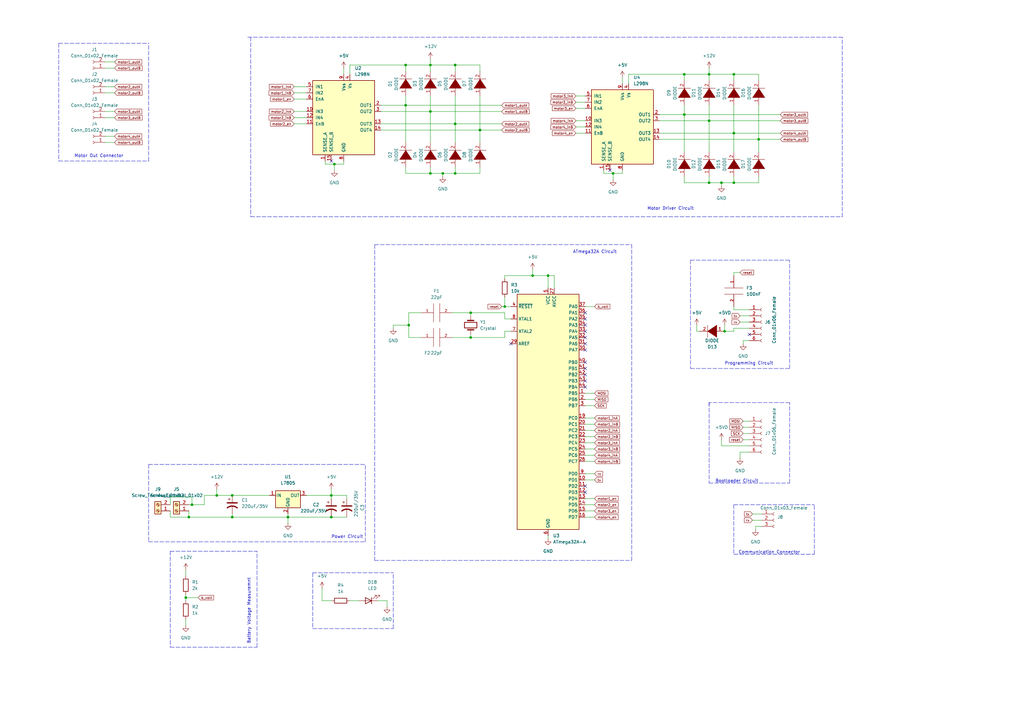
<source format=kicad_sch>
(kicad_sch (version 20211123) (generator eeschema)

  (uuid cf8e91c9-0edc-49cc-b6cb-1576a427ec75)

  (paper "A3")

  (lib_symbols
    (symbol "Connector:Conn_01x02_Female" (pin_names (offset 1.016) hide) (in_bom yes) (on_board yes)
      (property "Reference" "J" (id 0) (at 0 2.54 0)
        (effects (font (size 1.27 1.27)))
      )
      (property "Value" "Conn_01x02_Female" (id 1) (at 0 -5.08 0)
        (effects (font (size 1.27 1.27)))
      )
      (property "Footprint" "" (id 2) (at 0 0 0)
        (effects (font (size 1.27 1.27)) hide)
      )
      (property "Datasheet" "~" (id 3) (at 0 0 0)
        (effects (font (size 1.27 1.27)) hide)
      )
      (property "ki_keywords" "connector" (id 4) (at 0 0 0)
        (effects (font (size 1.27 1.27)) hide)
      )
      (property "ki_description" "Generic connector, single row, 01x02, script generated (kicad-library-utils/schlib/autogen/connector/)" (id 5) (at 0 0 0)
        (effects (font (size 1.27 1.27)) hide)
      )
      (property "ki_fp_filters" "Connector*:*_1x??_*" (id 6) (at 0 0 0)
        (effects (font (size 1.27 1.27)) hide)
      )
      (symbol "Conn_01x02_Female_1_1"
        (arc (start 0 -2.032) (mid -0.508 -2.54) (end 0 -3.048)
          (stroke (width 0.1524) (type default) (color 0 0 0 0))
          (fill (type none))
        )
        (polyline
          (pts
            (xy -1.27 -2.54)
            (xy -0.508 -2.54)
          )
          (stroke (width 0.1524) (type default) (color 0 0 0 0))
          (fill (type none))
        )
        (polyline
          (pts
            (xy -1.27 0)
            (xy -0.508 0)
          )
          (stroke (width 0.1524) (type default) (color 0 0 0 0))
          (fill (type none))
        )
        (arc (start 0 0.508) (mid -0.508 0) (end 0 -0.508)
          (stroke (width 0.1524) (type default) (color 0 0 0 0))
          (fill (type none))
        )
        (pin passive line (at -5.08 0 0) (length 3.81)
          (name "Pin_1" (effects (font (size 1.27 1.27))))
          (number "1" (effects (font (size 1.27 1.27))))
        )
        (pin passive line (at -5.08 -2.54 0) (length 3.81)
          (name "Pin_2" (effects (font (size 1.27 1.27))))
          (number "2" (effects (font (size 1.27 1.27))))
        )
      )
    )
    (symbol "Connector:Conn_01x03_Female" (pin_names (offset 1.016) hide) (in_bom yes) (on_board yes)
      (property "Reference" "J" (id 0) (at 0 5.08 0)
        (effects (font (size 1.27 1.27)))
      )
      (property "Value" "Conn_01x03_Female" (id 1) (at 0 -5.08 0)
        (effects (font (size 1.27 1.27)))
      )
      (property "Footprint" "" (id 2) (at 0 0 0)
        (effects (font (size 1.27 1.27)) hide)
      )
      (property "Datasheet" "~" (id 3) (at 0 0 0)
        (effects (font (size 1.27 1.27)) hide)
      )
      (property "ki_keywords" "connector" (id 4) (at 0 0 0)
        (effects (font (size 1.27 1.27)) hide)
      )
      (property "ki_description" "Generic connector, single row, 01x03, script generated (kicad-library-utils/schlib/autogen/connector/)" (id 5) (at 0 0 0)
        (effects (font (size 1.27 1.27)) hide)
      )
      (property "ki_fp_filters" "Connector*:*_1x??_*" (id 6) (at 0 0 0)
        (effects (font (size 1.27 1.27)) hide)
      )
      (symbol "Conn_01x03_Female_1_1"
        (arc (start 0 -2.032) (mid -0.508 -2.54) (end 0 -3.048)
          (stroke (width 0.1524) (type default) (color 0 0 0 0))
          (fill (type none))
        )
        (polyline
          (pts
            (xy -1.27 -2.54)
            (xy -0.508 -2.54)
          )
          (stroke (width 0.1524) (type default) (color 0 0 0 0))
          (fill (type none))
        )
        (polyline
          (pts
            (xy -1.27 0)
            (xy -0.508 0)
          )
          (stroke (width 0.1524) (type default) (color 0 0 0 0))
          (fill (type none))
        )
        (polyline
          (pts
            (xy -1.27 2.54)
            (xy -0.508 2.54)
          )
          (stroke (width 0.1524) (type default) (color 0 0 0 0))
          (fill (type none))
        )
        (arc (start 0 0.508) (mid -0.508 0) (end 0 -0.508)
          (stroke (width 0.1524) (type default) (color 0 0 0 0))
          (fill (type none))
        )
        (arc (start 0 3.048) (mid -0.508 2.54) (end 0 2.032)
          (stroke (width 0.1524) (type default) (color 0 0 0 0))
          (fill (type none))
        )
        (pin passive line (at -5.08 2.54 0) (length 3.81)
          (name "Pin_1" (effects (font (size 1.27 1.27))))
          (number "1" (effects (font (size 1.27 1.27))))
        )
        (pin passive line (at -5.08 0 0) (length 3.81)
          (name "Pin_2" (effects (font (size 1.27 1.27))))
          (number "2" (effects (font (size 1.27 1.27))))
        )
        (pin passive line (at -5.08 -2.54 0) (length 3.81)
          (name "Pin_3" (effects (font (size 1.27 1.27))))
          (number "3" (effects (font (size 1.27 1.27))))
        )
      )
    )
    (symbol "Connector:Conn_01x06_Female" (pin_names (offset 1.016) hide) (in_bom yes) (on_board yes)
      (property "Reference" "J" (id 0) (at 0 7.62 0)
        (effects (font (size 1.27 1.27)))
      )
      (property "Value" "Conn_01x06_Female" (id 1) (at 0 -10.16 0)
        (effects (font (size 1.27 1.27)))
      )
      (property "Footprint" "" (id 2) (at 0 0 0)
        (effects (font (size 1.27 1.27)) hide)
      )
      (property "Datasheet" "~" (id 3) (at 0 0 0)
        (effects (font (size 1.27 1.27)) hide)
      )
      (property "ki_keywords" "connector" (id 4) (at 0 0 0)
        (effects (font (size 1.27 1.27)) hide)
      )
      (property "ki_description" "Generic connector, single row, 01x06, script generated (kicad-library-utils/schlib/autogen/connector/)" (id 5) (at 0 0 0)
        (effects (font (size 1.27 1.27)) hide)
      )
      (property "ki_fp_filters" "Connector*:*_1x??_*" (id 6) (at 0 0 0)
        (effects (font (size 1.27 1.27)) hide)
      )
      (symbol "Conn_01x06_Female_1_1"
        (arc (start 0 -7.112) (mid -0.508 -7.62) (end 0 -8.128)
          (stroke (width 0.1524) (type default) (color 0 0 0 0))
          (fill (type none))
        )
        (arc (start 0 -4.572) (mid -0.508 -5.08) (end 0 -5.588)
          (stroke (width 0.1524) (type default) (color 0 0 0 0))
          (fill (type none))
        )
        (arc (start 0 -2.032) (mid -0.508 -2.54) (end 0 -3.048)
          (stroke (width 0.1524) (type default) (color 0 0 0 0))
          (fill (type none))
        )
        (polyline
          (pts
            (xy -1.27 -7.62)
            (xy -0.508 -7.62)
          )
          (stroke (width 0.1524) (type default) (color 0 0 0 0))
          (fill (type none))
        )
        (polyline
          (pts
            (xy -1.27 -5.08)
            (xy -0.508 -5.08)
          )
          (stroke (width 0.1524) (type default) (color 0 0 0 0))
          (fill (type none))
        )
        (polyline
          (pts
            (xy -1.27 -2.54)
            (xy -0.508 -2.54)
          )
          (stroke (width 0.1524) (type default) (color 0 0 0 0))
          (fill (type none))
        )
        (polyline
          (pts
            (xy -1.27 0)
            (xy -0.508 0)
          )
          (stroke (width 0.1524) (type default) (color 0 0 0 0))
          (fill (type none))
        )
        (polyline
          (pts
            (xy -1.27 2.54)
            (xy -0.508 2.54)
          )
          (stroke (width 0.1524) (type default) (color 0 0 0 0))
          (fill (type none))
        )
        (polyline
          (pts
            (xy -1.27 5.08)
            (xy -0.508 5.08)
          )
          (stroke (width 0.1524) (type default) (color 0 0 0 0))
          (fill (type none))
        )
        (arc (start 0 0.508) (mid -0.508 0) (end 0 -0.508)
          (stroke (width 0.1524) (type default) (color 0 0 0 0))
          (fill (type none))
        )
        (arc (start 0 3.048) (mid -0.508 2.54) (end 0 2.032)
          (stroke (width 0.1524) (type default) (color 0 0 0 0))
          (fill (type none))
        )
        (arc (start 0 5.588) (mid -0.508 5.08) (end 0 4.572)
          (stroke (width 0.1524) (type default) (color 0 0 0 0))
          (fill (type none))
        )
        (pin passive line (at -5.08 5.08 0) (length 3.81)
          (name "Pin_1" (effects (font (size 1.27 1.27))))
          (number "1" (effects (font (size 1.27 1.27))))
        )
        (pin passive line (at -5.08 2.54 0) (length 3.81)
          (name "Pin_2" (effects (font (size 1.27 1.27))))
          (number "2" (effects (font (size 1.27 1.27))))
        )
        (pin passive line (at -5.08 0 0) (length 3.81)
          (name "Pin_3" (effects (font (size 1.27 1.27))))
          (number "3" (effects (font (size 1.27 1.27))))
        )
        (pin passive line (at -5.08 -2.54 0) (length 3.81)
          (name "Pin_4" (effects (font (size 1.27 1.27))))
          (number "4" (effects (font (size 1.27 1.27))))
        )
        (pin passive line (at -5.08 -5.08 0) (length 3.81)
          (name "Pin_5" (effects (font (size 1.27 1.27))))
          (number "5" (effects (font (size 1.27 1.27))))
        )
        (pin passive line (at -5.08 -7.62 0) (length 3.81)
          (name "Pin_6" (effects (font (size 1.27 1.27))))
          (number "6" (effects (font (size 1.27 1.27))))
        )
      )
    )
    (symbol "Connector:Screw_Terminal_01x02" (pin_names (offset 1.016) hide) (in_bom yes) (on_board yes)
      (property "Reference" "J" (id 0) (at 0 2.54 0)
        (effects (font (size 1.27 1.27)))
      )
      (property "Value" "Screw_Terminal_01x02" (id 1) (at 0 -5.08 0)
        (effects (font (size 1.27 1.27)))
      )
      (property "Footprint" "" (id 2) (at 0 0 0)
        (effects (font (size 1.27 1.27)) hide)
      )
      (property "Datasheet" "~" (id 3) (at 0 0 0)
        (effects (font (size 1.27 1.27)) hide)
      )
      (property "ki_keywords" "screw terminal" (id 4) (at 0 0 0)
        (effects (font (size 1.27 1.27)) hide)
      )
      (property "ki_description" "Generic screw terminal, single row, 01x02, script generated (kicad-library-utils/schlib/autogen/connector/)" (id 5) (at 0 0 0)
        (effects (font (size 1.27 1.27)) hide)
      )
      (property "ki_fp_filters" "TerminalBlock*:*" (id 6) (at 0 0 0)
        (effects (font (size 1.27 1.27)) hide)
      )
      (symbol "Screw_Terminal_01x02_1_1"
        (rectangle (start -1.27 1.27) (end 1.27 -3.81)
          (stroke (width 0.254) (type default) (color 0 0 0 0))
          (fill (type background))
        )
        (circle (center 0 -2.54) (radius 0.635)
          (stroke (width 0.1524) (type default) (color 0 0 0 0))
          (fill (type none))
        )
        (polyline
          (pts
            (xy -0.5334 -2.2098)
            (xy 0.3302 -3.048)
          )
          (stroke (width 0.1524) (type default) (color 0 0 0 0))
          (fill (type none))
        )
        (polyline
          (pts
            (xy -0.5334 0.3302)
            (xy 0.3302 -0.508)
          )
          (stroke (width 0.1524) (type default) (color 0 0 0 0))
          (fill (type none))
        )
        (polyline
          (pts
            (xy -0.3556 -2.032)
            (xy 0.508 -2.8702)
          )
          (stroke (width 0.1524) (type default) (color 0 0 0 0))
          (fill (type none))
        )
        (polyline
          (pts
            (xy -0.3556 0.508)
            (xy 0.508 -0.3302)
          )
          (stroke (width 0.1524) (type default) (color 0 0 0 0))
          (fill (type none))
        )
        (circle (center 0 0) (radius 0.635)
          (stroke (width 0.1524) (type default) (color 0 0 0 0))
          (fill (type none))
        )
        (pin passive line (at -5.08 0 0) (length 3.81)
          (name "Pin_1" (effects (font (size 1.27 1.27))))
          (number "1" (effects (font (size 1.27 1.27))))
        )
        (pin passive line (at -5.08 -2.54 0) (length 3.81)
          (name "Pin_2" (effects (font (size 1.27 1.27))))
          (number "2" (effects (font (size 1.27 1.27))))
        )
      )
    )
    (symbol "Device:C_Polarized_US" (pin_numbers hide) (pin_names (offset 0.254) hide) (in_bom yes) (on_board yes)
      (property "Reference" "C" (id 0) (at 0.635 2.54 0)
        (effects (font (size 1.27 1.27)) (justify left))
      )
      (property "Value" "C_Polarized_US" (id 1) (at 0.635 -2.54 0)
        (effects (font (size 1.27 1.27)) (justify left))
      )
      (property "Footprint" "" (id 2) (at 0 0 0)
        (effects (font (size 1.27 1.27)) hide)
      )
      (property "Datasheet" "~" (id 3) (at 0 0 0)
        (effects (font (size 1.27 1.27)) hide)
      )
      (property "ki_keywords" "cap capacitor" (id 4) (at 0 0 0)
        (effects (font (size 1.27 1.27)) hide)
      )
      (property "ki_description" "Polarized capacitor, US symbol" (id 5) (at 0 0 0)
        (effects (font (size 1.27 1.27)) hide)
      )
      (property "ki_fp_filters" "CP_*" (id 6) (at 0 0 0)
        (effects (font (size 1.27 1.27)) hide)
      )
      (symbol "C_Polarized_US_0_1"
        (polyline
          (pts
            (xy -2.032 0.762)
            (xy 2.032 0.762)
          )
          (stroke (width 0.508) (type default) (color 0 0 0 0))
          (fill (type none))
        )
        (polyline
          (pts
            (xy -1.778 2.286)
            (xy -0.762 2.286)
          )
          (stroke (width 0) (type default) (color 0 0 0 0))
          (fill (type none))
        )
        (polyline
          (pts
            (xy -1.27 1.778)
            (xy -1.27 2.794)
          )
          (stroke (width 0) (type default) (color 0 0 0 0))
          (fill (type none))
        )
        (arc (start 2.032 -1.27) (mid 0 -0.5572) (end -2.032 -1.27)
          (stroke (width 0.508) (type default) (color 0 0 0 0))
          (fill (type none))
        )
      )
      (symbol "C_Polarized_US_1_1"
        (pin passive line (at 0 3.81 270) (length 2.794)
          (name "~" (effects (font (size 1.27 1.27))))
          (number "1" (effects (font (size 1.27 1.27))))
        )
        (pin passive line (at 0 -3.81 90) (length 3.302)
          (name "~" (effects (font (size 1.27 1.27))))
          (number "2" (effects (font (size 1.27 1.27))))
        )
      )
    )
    (symbol "Device:Crystal" (pin_numbers hide) (pin_names (offset 1.016) hide) (in_bom yes) (on_board yes)
      (property "Reference" "Y" (id 0) (at 0 3.81 0)
        (effects (font (size 1.27 1.27)))
      )
      (property "Value" "Crystal" (id 1) (at 0 -3.81 0)
        (effects (font (size 1.27 1.27)))
      )
      (property "Footprint" "" (id 2) (at 0 0 0)
        (effects (font (size 1.27 1.27)) hide)
      )
      (property "Datasheet" "~" (id 3) (at 0 0 0)
        (effects (font (size 1.27 1.27)) hide)
      )
      (property "ki_keywords" "quartz ceramic resonator oscillator" (id 4) (at 0 0 0)
        (effects (font (size 1.27 1.27)) hide)
      )
      (property "ki_description" "Two pin crystal" (id 5) (at 0 0 0)
        (effects (font (size 1.27 1.27)) hide)
      )
      (property "ki_fp_filters" "Crystal*" (id 6) (at 0 0 0)
        (effects (font (size 1.27 1.27)) hide)
      )
      (symbol "Crystal_0_1"
        (rectangle (start -1.143 2.54) (end 1.143 -2.54)
          (stroke (width 0.3048) (type default) (color 0 0 0 0))
          (fill (type none))
        )
        (polyline
          (pts
            (xy -2.54 0)
            (xy -1.905 0)
          )
          (stroke (width 0) (type default) (color 0 0 0 0))
          (fill (type none))
        )
        (polyline
          (pts
            (xy -1.905 -1.27)
            (xy -1.905 1.27)
          )
          (stroke (width 0.508) (type default) (color 0 0 0 0))
          (fill (type none))
        )
        (polyline
          (pts
            (xy 1.905 -1.27)
            (xy 1.905 1.27)
          )
          (stroke (width 0.508) (type default) (color 0 0 0 0))
          (fill (type none))
        )
        (polyline
          (pts
            (xy 2.54 0)
            (xy 1.905 0)
          )
          (stroke (width 0) (type default) (color 0 0 0 0))
          (fill (type none))
        )
      )
      (symbol "Crystal_1_1"
        (pin passive line (at -3.81 0 0) (length 1.27)
          (name "1" (effects (font (size 1.27 1.27))))
          (number "1" (effects (font (size 1.27 1.27))))
        )
        (pin passive line (at 3.81 0 180) (length 1.27)
          (name "2" (effects (font (size 1.27 1.27))))
          (number "2" (effects (font (size 1.27 1.27))))
        )
      )
    )
    (symbol "Device:LED" (pin_numbers hide) (pin_names (offset 1.016) hide) (in_bom yes) (on_board yes)
      (property "Reference" "D" (id 0) (at 0 2.54 0)
        (effects (font (size 1.27 1.27)))
      )
      (property "Value" "LED" (id 1) (at 0 -2.54 0)
        (effects (font (size 1.27 1.27)))
      )
      (property "Footprint" "" (id 2) (at 0 0 0)
        (effects (font (size 1.27 1.27)) hide)
      )
      (property "Datasheet" "~" (id 3) (at 0 0 0)
        (effects (font (size 1.27 1.27)) hide)
      )
      (property "ki_keywords" "LED diode" (id 4) (at 0 0 0)
        (effects (font (size 1.27 1.27)) hide)
      )
      (property "ki_description" "Light emitting diode" (id 5) (at 0 0 0)
        (effects (font (size 1.27 1.27)) hide)
      )
      (property "ki_fp_filters" "LED* LED_SMD:* LED_THT:*" (id 6) (at 0 0 0)
        (effects (font (size 1.27 1.27)) hide)
      )
      (symbol "LED_0_1"
        (polyline
          (pts
            (xy -1.27 -1.27)
            (xy -1.27 1.27)
          )
          (stroke (width 0.254) (type default) (color 0 0 0 0))
          (fill (type none))
        )
        (polyline
          (pts
            (xy -1.27 0)
            (xy 1.27 0)
          )
          (stroke (width 0) (type default) (color 0 0 0 0))
          (fill (type none))
        )
        (polyline
          (pts
            (xy 1.27 -1.27)
            (xy 1.27 1.27)
            (xy -1.27 0)
            (xy 1.27 -1.27)
          )
          (stroke (width 0.254) (type default) (color 0 0 0 0))
          (fill (type none))
        )
        (polyline
          (pts
            (xy -3.048 -0.762)
            (xy -4.572 -2.286)
            (xy -3.81 -2.286)
            (xy -4.572 -2.286)
            (xy -4.572 -1.524)
          )
          (stroke (width 0) (type default) (color 0 0 0 0))
          (fill (type none))
        )
        (polyline
          (pts
            (xy -1.778 -0.762)
            (xy -3.302 -2.286)
            (xy -2.54 -2.286)
            (xy -3.302 -2.286)
            (xy -3.302 -1.524)
          )
          (stroke (width 0) (type default) (color 0 0 0 0))
          (fill (type none))
        )
      )
      (symbol "LED_1_1"
        (pin passive line (at -3.81 0 0) (length 2.54)
          (name "K" (effects (font (size 1.27 1.27))))
          (number "1" (effects (font (size 1.27 1.27))))
        )
        (pin passive line (at 3.81 0 180) (length 2.54)
          (name "A" (effects (font (size 1.27 1.27))))
          (number "2" (effects (font (size 1.27 1.27))))
        )
      )
    )
    (symbol "Device:R" (pin_numbers hide) (pin_names (offset 0)) (in_bom yes) (on_board yes)
      (property "Reference" "R" (id 0) (at 2.032 0 90)
        (effects (font (size 1.27 1.27)))
      )
      (property "Value" "R" (id 1) (at 0 0 90)
        (effects (font (size 1.27 1.27)))
      )
      (property "Footprint" "" (id 2) (at -1.778 0 90)
        (effects (font (size 1.27 1.27)) hide)
      )
      (property "Datasheet" "~" (id 3) (at 0 0 0)
        (effects (font (size 1.27 1.27)) hide)
      )
      (property "ki_keywords" "R res resistor" (id 4) (at 0 0 0)
        (effects (font (size 1.27 1.27)) hide)
      )
      (property "ki_description" "Resistor" (id 5) (at 0 0 0)
        (effects (font (size 1.27 1.27)) hide)
      )
      (property "ki_fp_filters" "R_*" (id 6) (at 0 0 0)
        (effects (font (size 1.27 1.27)) hide)
      )
      (symbol "R_0_1"
        (rectangle (start -1.016 -2.54) (end 1.016 2.54)
          (stroke (width 0.254) (type default) (color 0 0 0 0))
          (fill (type none))
        )
      )
      (symbol "R_1_1"
        (pin passive line (at 0 3.81 270) (length 1.27)
          (name "~" (effects (font (size 1.27 1.27))))
          (number "1" (effects (font (size 1.27 1.27))))
        )
        (pin passive line (at 0 -3.81 90) (length 1.27)
          (name "~" (effects (font (size 1.27 1.27))))
          (number "2" (effects (font (size 1.27 1.27))))
        )
      )
    )
    (symbol "Driver_Motor:L298N" (pin_names (offset 1.016)) (in_bom yes) (on_board yes)
      (property "Reference" "U" (id 0) (at -10.16 16.51 0)
        (effects (font (size 1.27 1.27)) (justify right))
      )
      (property "Value" "L298N" (id 1) (at 12.7 16.51 0)
        (effects (font (size 1.27 1.27)) (justify right))
      )
      (property "Footprint" "Package_TO_SOT_THT:TO-220-15_P2.54x2.54mm_StaggerOdd_Lead4.58mm_Vertical" (id 2) (at 1.27 -16.51 0)
        (effects (font (size 1.27 1.27)) (justify left) hide)
      )
      (property "Datasheet" "http://www.st.com/st-web-ui/static/active/en/resource/technical/document/datasheet/CD00000240.pdf" (id 3) (at 3.81 6.35 0)
        (effects (font (size 1.27 1.27)) hide)
      )
      (property "ki_keywords" "H-bridge motor driver" (id 4) (at 0 0 0)
        (effects (font (size 1.27 1.27)) hide)
      )
      (property "ki_description" "Dual full bridge motor driver, up to 46V, 4A, Multiwatt15-V" (id 5) (at 0 0 0)
        (effects (font (size 1.27 1.27)) hide)
      )
      (property "ki_fp_filters" "TO?220*StaggerOdd*Vertical*" (id 6) (at 0 0 0)
        (effects (font (size 1.27 1.27)) hide)
      )
      (symbol "L298N_0_1"
        (rectangle (start -12.7 15.24) (end 12.7 -15.24)
          (stroke (width 0.254) (type default) (color 0 0 0 0))
          (fill (type background))
        )
      )
      (symbol "L298N_1_1"
        (pin power_in line (at -7.62 -17.78 90) (length 2.54)
          (name "SENSE_A" (effects (font (size 1.27 1.27))))
          (number "1" (effects (font (size 1.27 1.27))))
        )
        (pin input line (at -15.24 2.54 0) (length 2.54)
          (name "IN3" (effects (font (size 1.27 1.27))))
          (number "10" (effects (font (size 1.27 1.27))))
        )
        (pin input line (at -15.24 -2.54 0) (length 2.54)
          (name "EnB" (effects (font (size 1.27 1.27))))
          (number "11" (effects (font (size 1.27 1.27))))
        )
        (pin input line (at -15.24 0 0) (length 2.54)
          (name "IN4" (effects (font (size 1.27 1.27))))
          (number "12" (effects (font (size 1.27 1.27))))
        )
        (pin output line (at 15.24 -2.54 180) (length 2.54)
          (name "OUT3" (effects (font (size 1.27 1.27))))
          (number "13" (effects (font (size 1.27 1.27))))
        )
        (pin output line (at 15.24 -5.08 180) (length 2.54)
          (name "OUT4" (effects (font (size 1.27 1.27))))
          (number "14" (effects (font (size 1.27 1.27))))
        )
        (pin power_in line (at -5.08 -17.78 90) (length 2.54)
          (name "SENSE_B" (effects (font (size 1.27 1.27))))
          (number "15" (effects (font (size 1.27 1.27))))
        )
        (pin output line (at 15.24 5.08 180) (length 2.54)
          (name "OUT1" (effects (font (size 1.27 1.27))))
          (number "2" (effects (font (size 1.27 1.27))))
        )
        (pin output line (at 15.24 2.54 180) (length 2.54)
          (name "OUT2" (effects (font (size 1.27 1.27))))
          (number "3" (effects (font (size 1.27 1.27))))
        )
        (pin power_in line (at 2.54 17.78 270) (length 2.54)
          (name "Vs" (effects (font (size 1.27 1.27))))
          (number "4" (effects (font (size 1.27 1.27))))
        )
        (pin input line (at -15.24 12.7 0) (length 2.54)
          (name "IN1" (effects (font (size 1.27 1.27))))
          (number "5" (effects (font (size 1.27 1.27))))
        )
        (pin input line (at -15.24 7.62 0) (length 2.54)
          (name "EnA" (effects (font (size 1.27 1.27))))
          (number "6" (effects (font (size 1.27 1.27))))
        )
        (pin input line (at -15.24 10.16 0) (length 2.54)
          (name "IN2" (effects (font (size 1.27 1.27))))
          (number "7" (effects (font (size 1.27 1.27))))
        )
        (pin power_in line (at 0 -17.78 90) (length 2.54)
          (name "GND" (effects (font (size 1.27 1.27))))
          (number "8" (effects (font (size 1.27 1.27))))
        )
        (pin power_in line (at 0 17.78 270) (length 2.54)
          (name "Vss" (effects (font (size 1.27 1.27))))
          (number "9" (effects (font (size 1.27 1.27))))
        )
      )
    )
    (symbol "MCU_Microchip_ATmega:ATmega32A-A" (in_bom yes) (on_board yes)
      (property "Reference" "U" (id 0) (at -12.7 49.53 0)
        (effects (font (size 1.27 1.27)) (justify left bottom))
      )
      (property "Value" "ATmega32A-A" (id 1) (at 2.54 -49.53 0)
        (effects (font (size 1.27 1.27)) (justify left top))
      )
      (property "Footprint" "Package_QFP:TQFP-44_10x10mm_P0.8mm" (id 2) (at 0 0 0)
        (effects (font (size 1.27 1.27) italic) hide)
      )
      (property "Datasheet" "http://ww1.microchip.com/downloads/en/DeviceDoc/atmel-8155-8-bit-microcontroller-avr-atmega32a_datasheet.pdf" (id 3) (at 0 0 0)
        (effects (font (size 1.27 1.27)) hide)
      )
      (property "ki_keywords" "AVR 8bit Microcontroller MegaAVR" (id 4) (at 0 0 0)
        (effects (font (size 1.27 1.27)) hide)
      )
      (property "ki_description" "16MHz, 32kB Flash, 2kB SRAM, 1kB EEPROM, JTAG, TQFP-44" (id 5) (at 0 0 0)
        (effects (font (size 1.27 1.27)) hide)
      )
      (property "ki_fp_filters" "TQFP*10x10mm*P0.8mm*" (id 6) (at 0 0 0)
        (effects (font (size 1.27 1.27)) hide)
      )
      (symbol "ATmega32A-A_0_1"
        (rectangle (start -12.7 -48.26) (end 12.7 48.26)
          (stroke (width 0.254) (type default) (color 0 0 0 0))
          (fill (type background))
        )
      )
      (symbol "ATmega32A-A_1_1"
        (pin bidirectional line (at 15.24 7.62 180) (length 2.54)
          (name "PB5" (effects (font (size 1.27 1.27))))
          (number "1" (effects (font (size 1.27 1.27))))
        )
        (pin bidirectional line (at 15.24 -27.94 180) (length 2.54)
          (name "PD1" (effects (font (size 1.27 1.27))))
          (number "10" (effects (font (size 1.27 1.27))))
        )
        (pin bidirectional line (at 15.24 -30.48 180) (length 2.54)
          (name "PD2" (effects (font (size 1.27 1.27))))
          (number "11" (effects (font (size 1.27 1.27))))
        )
        (pin bidirectional line (at 15.24 -33.02 180) (length 2.54)
          (name "PD3" (effects (font (size 1.27 1.27))))
          (number "12" (effects (font (size 1.27 1.27))))
        )
        (pin bidirectional line (at 15.24 -35.56 180) (length 2.54)
          (name "PD4" (effects (font (size 1.27 1.27))))
          (number "13" (effects (font (size 1.27 1.27))))
        )
        (pin bidirectional line (at 15.24 -38.1 180) (length 2.54)
          (name "PD5" (effects (font (size 1.27 1.27))))
          (number "14" (effects (font (size 1.27 1.27))))
        )
        (pin bidirectional line (at 15.24 -40.64 180) (length 2.54)
          (name "PD6" (effects (font (size 1.27 1.27))))
          (number "15" (effects (font (size 1.27 1.27))))
        )
        (pin bidirectional line (at 15.24 -43.18 180) (length 2.54)
          (name "PD7" (effects (font (size 1.27 1.27))))
          (number "16" (effects (font (size 1.27 1.27))))
        )
        (pin passive line (at 0 50.8 270) (length 2.54) hide
          (name "VCC" (effects (font (size 1.27 1.27))))
          (number "17" (effects (font (size 1.27 1.27))))
        )
        (pin passive line (at 0 -50.8 90) (length 2.54) hide
          (name "GND" (effects (font (size 1.27 1.27))))
          (number "18" (effects (font (size 1.27 1.27))))
        )
        (pin bidirectional line (at 15.24 -2.54 180) (length 2.54)
          (name "PC0" (effects (font (size 1.27 1.27))))
          (number "19" (effects (font (size 1.27 1.27))))
        )
        (pin bidirectional line (at 15.24 5.08 180) (length 2.54)
          (name "PB6" (effects (font (size 1.27 1.27))))
          (number "2" (effects (font (size 1.27 1.27))))
        )
        (pin bidirectional line (at 15.24 -5.08 180) (length 2.54)
          (name "PC1" (effects (font (size 1.27 1.27))))
          (number "20" (effects (font (size 1.27 1.27))))
        )
        (pin bidirectional line (at 15.24 -7.62 180) (length 2.54)
          (name "PC2" (effects (font (size 1.27 1.27))))
          (number "21" (effects (font (size 1.27 1.27))))
        )
        (pin bidirectional line (at 15.24 -10.16 180) (length 2.54)
          (name "PC3" (effects (font (size 1.27 1.27))))
          (number "22" (effects (font (size 1.27 1.27))))
        )
        (pin bidirectional line (at 15.24 -12.7 180) (length 2.54)
          (name "PC4" (effects (font (size 1.27 1.27))))
          (number "23" (effects (font (size 1.27 1.27))))
        )
        (pin bidirectional line (at 15.24 -15.24 180) (length 2.54)
          (name "PC5" (effects (font (size 1.27 1.27))))
          (number "24" (effects (font (size 1.27 1.27))))
        )
        (pin bidirectional line (at 15.24 -17.78 180) (length 2.54)
          (name "PC6" (effects (font (size 1.27 1.27))))
          (number "25" (effects (font (size 1.27 1.27))))
        )
        (pin bidirectional line (at 15.24 -20.32 180) (length 2.54)
          (name "PC7" (effects (font (size 1.27 1.27))))
          (number "26" (effects (font (size 1.27 1.27))))
        )
        (pin power_in line (at 2.54 50.8 270) (length 2.54)
          (name "AVCC" (effects (font (size 1.27 1.27))))
          (number "27" (effects (font (size 1.27 1.27))))
        )
        (pin passive line (at 0 -50.8 90) (length 2.54) hide
          (name "GND" (effects (font (size 1.27 1.27))))
          (number "28" (effects (font (size 1.27 1.27))))
        )
        (pin passive line (at -15.24 27.94 0) (length 2.54)
          (name "AREF" (effects (font (size 1.27 1.27))))
          (number "29" (effects (font (size 1.27 1.27))))
        )
        (pin bidirectional line (at 15.24 2.54 180) (length 2.54)
          (name "PB7" (effects (font (size 1.27 1.27))))
          (number "3" (effects (font (size 1.27 1.27))))
        )
        (pin bidirectional line (at 15.24 25.4 180) (length 2.54)
          (name "PA7" (effects (font (size 1.27 1.27))))
          (number "30" (effects (font (size 1.27 1.27))))
        )
        (pin bidirectional line (at 15.24 27.94 180) (length 2.54)
          (name "PA6" (effects (font (size 1.27 1.27))))
          (number "31" (effects (font (size 1.27 1.27))))
        )
        (pin bidirectional line (at 15.24 30.48 180) (length 2.54)
          (name "PA5" (effects (font (size 1.27 1.27))))
          (number "32" (effects (font (size 1.27 1.27))))
        )
        (pin bidirectional line (at 15.24 33.02 180) (length 2.54)
          (name "PA4" (effects (font (size 1.27 1.27))))
          (number "33" (effects (font (size 1.27 1.27))))
        )
        (pin bidirectional line (at 15.24 35.56 180) (length 2.54)
          (name "PA3" (effects (font (size 1.27 1.27))))
          (number "34" (effects (font (size 1.27 1.27))))
        )
        (pin bidirectional line (at 15.24 38.1 180) (length 2.54)
          (name "PA2" (effects (font (size 1.27 1.27))))
          (number "35" (effects (font (size 1.27 1.27))))
        )
        (pin bidirectional line (at 15.24 40.64 180) (length 2.54)
          (name "PA1" (effects (font (size 1.27 1.27))))
          (number "36" (effects (font (size 1.27 1.27))))
        )
        (pin bidirectional line (at 15.24 43.18 180) (length 2.54)
          (name "PA0" (effects (font (size 1.27 1.27))))
          (number "37" (effects (font (size 1.27 1.27))))
        )
        (pin passive line (at 0 50.8 270) (length 2.54) hide
          (name "VCC" (effects (font (size 1.27 1.27))))
          (number "38" (effects (font (size 1.27 1.27))))
        )
        (pin passive line (at 0 -50.8 90) (length 2.54) hide
          (name "GND" (effects (font (size 1.27 1.27))))
          (number "39" (effects (font (size 1.27 1.27))))
        )
        (pin input line (at -15.24 43.18 0) (length 2.54)
          (name "~{RESET}" (effects (font (size 1.27 1.27))))
          (number "4" (effects (font (size 1.27 1.27))))
        )
        (pin bidirectional line (at 15.24 20.32 180) (length 2.54)
          (name "PB0" (effects (font (size 1.27 1.27))))
          (number "40" (effects (font (size 1.27 1.27))))
        )
        (pin bidirectional line (at 15.24 17.78 180) (length 2.54)
          (name "PB1" (effects (font (size 1.27 1.27))))
          (number "41" (effects (font (size 1.27 1.27))))
        )
        (pin bidirectional line (at 15.24 15.24 180) (length 2.54)
          (name "PB2" (effects (font (size 1.27 1.27))))
          (number "42" (effects (font (size 1.27 1.27))))
        )
        (pin bidirectional line (at 15.24 12.7 180) (length 2.54)
          (name "PB3" (effects (font (size 1.27 1.27))))
          (number "43" (effects (font (size 1.27 1.27))))
        )
        (pin bidirectional line (at 15.24 10.16 180) (length 2.54)
          (name "PB4" (effects (font (size 1.27 1.27))))
          (number "44" (effects (font (size 1.27 1.27))))
        )
        (pin power_in line (at 0 50.8 270) (length 2.54)
          (name "VCC" (effects (font (size 1.27 1.27))))
          (number "5" (effects (font (size 1.27 1.27))))
        )
        (pin power_in line (at 0 -50.8 90) (length 2.54)
          (name "GND" (effects (font (size 1.27 1.27))))
          (number "6" (effects (font (size 1.27 1.27))))
        )
        (pin output line (at -15.24 33.02 0) (length 2.54)
          (name "XTAL2" (effects (font (size 1.27 1.27))))
          (number "7" (effects (font (size 1.27 1.27))))
        )
        (pin input line (at -15.24 38.1 0) (length 2.54)
          (name "XTAL1" (effects (font (size 1.27 1.27))))
          (number "8" (effects (font (size 1.27 1.27))))
        )
        (pin bidirectional line (at 15.24 -25.4 180) (length 2.54)
          (name "PD0" (effects (font (size 1.27 1.27))))
          (number "9" (effects (font (size 1.27 1.27))))
        )
      )
    )
    (symbol "Regulator_Linear:L7805" (pin_names (offset 0.254)) (in_bom yes) (on_board yes)
      (property "Reference" "U" (id 0) (at -3.81 3.175 0)
        (effects (font (size 1.27 1.27)))
      )
      (property "Value" "L7805" (id 1) (at 0 3.175 0)
        (effects (font (size 1.27 1.27)) (justify left))
      )
      (property "Footprint" "" (id 2) (at 0.635 -3.81 0)
        (effects (font (size 1.27 1.27) italic) (justify left) hide)
      )
      (property "Datasheet" "http://www.st.com/content/ccc/resource/technical/document/datasheet/41/4f/b3/b0/12/d4/47/88/CD00000444.pdf/files/CD00000444.pdf/jcr:content/translations/en.CD00000444.pdf" (id 3) (at 0 -1.27 0)
        (effects (font (size 1.27 1.27)) hide)
      )
      (property "ki_keywords" "Voltage Regulator 1.5A Positive" (id 4) (at 0 0 0)
        (effects (font (size 1.27 1.27)) hide)
      )
      (property "ki_description" "Positive 1.5A 35V Linear Regulator, Fixed Output 5V, TO-220/TO-263/TO-252" (id 5) (at 0 0 0)
        (effects (font (size 1.27 1.27)) hide)
      )
      (property "ki_fp_filters" "TO?252* TO?263* TO?220*" (id 6) (at 0 0 0)
        (effects (font (size 1.27 1.27)) hide)
      )
      (symbol "L7805_0_1"
        (rectangle (start -5.08 1.905) (end 5.08 -5.08)
          (stroke (width 0.254) (type default) (color 0 0 0 0))
          (fill (type background))
        )
      )
      (symbol "L7805_1_1"
        (pin power_in line (at -7.62 0 0) (length 2.54)
          (name "IN" (effects (font (size 1.27 1.27))))
          (number "1" (effects (font (size 1.27 1.27))))
        )
        (pin power_in line (at 0 -7.62 90) (length 2.54)
          (name "GND" (effects (font (size 1.27 1.27))))
          (number "2" (effects (font (size 1.27 1.27))))
        )
        (pin power_out line (at 7.62 0 180) (length 2.54)
          (name "OUT" (effects (font (size 1.27 1.27))))
          (number "3" (effects (font (size 1.27 1.27))))
        )
      )
    )
    (symbol "power:+12V" (power) (pin_names (offset 0)) (in_bom yes) (on_board yes)
      (property "Reference" "#PWR" (id 0) (at 0 -3.81 0)
        (effects (font (size 1.27 1.27)) hide)
      )
      (property "Value" "+12V" (id 1) (at 0 3.556 0)
        (effects (font (size 1.27 1.27)))
      )
      (property "Footprint" "" (id 2) (at 0 0 0)
        (effects (font (size 1.27 1.27)) hide)
      )
      (property "Datasheet" "" (id 3) (at 0 0 0)
        (effects (font (size 1.27 1.27)) hide)
      )
      (property "ki_keywords" "global power" (id 4) (at 0 0 0)
        (effects (font (size 1.27 1.27)) hide)
      )
      (property "ki_description" "Power symbol creates a global label with name \"+12V\"" (id 5) (at 0 0 0)
        (effects (font (size 1.27 1.27)) hide)
      )
      (symbol "+12V_0_1"
        (polyline
          (pts
            (xy -0.762 1.27)
            (xy 0 2.54)
          )
          (stroke (width 0) (type default) (color 0 0 0 0))
          (fill (type none))
        )
        (polyline
          (pts
            (xy 0 0)
            (xy 0 2.54)
          )
          (stroke (width 0) (type default) (color 0 0 0 0))
          (fill (type none))
        )
        (polyline
          (pts
            (xy 0 2.54)
            (xy 0.762 1.27)
          )
          (stroke (width 0) (type default) (color 0 0 0 0))
          (fill (type none))
        )
      )
      (symbol "+12V_1_1"
        (pin power_in line (at 0 0 90) (length 0) hide
          (name "+12V" (effects (font (size 1.27 1.27))))
          (number "1" (effects (font (size 1.27 1.27))))
        )
      )
    )
    (symbol "power:+5V" (power) (pin_names (offset 0)) (in_bom yes) (on_board yes)
      (property "Reference" "#PWR" (id 0) (at 0 -3.81 0)
        (effects (font (size 1.27 1.27)) hide)
      )
      (property "Value" "+5V" (id 1) (at 0 3.556 0)
        (effects (font (size 1.27 1.27)))
      )
      (property "Footprint" "" (id 2) (at 0 0 0)
        (effects (font (size 1.27 1.27)) hide)
      )
      (property "Datasheet" "" (id 3) (at 0 0 0)
        (effects (font (size 1.27 1.27)) hide)
      )
      (property "ki_keywords" "global power" (id 4) (at 0 0 0)
        (effects (font (size 1.27 1.27)) hide)
      )
      (property "ki_description" "Power symbol creates a global label with name \"+5V\"" (id 5) (at 0 0 0)
        (effects (font (size 1.27 1.27)) hide)
      )
      (symbol "+5V_0_1"
        (polyline
          (pts
            (xy -0.762 1.27)
            (xy 0 2.54)
          )
          (stroke (width 0) (type default) (color 0 0 0 0))
          (fill (type none))
        )
        (polyline
          (pts
            (xy 0 0)
            (xy 0 2.54)
          )
          (stroke (width 0) (type default) (color 0 0 0 0))
          (fill (type none))
        )
        (polyline
          (pts
            (xy 0 2.54)
            (xy 0.762 1.27)
          )
          (stroke (width 0) (type default) (color 0 0 0 0))
          (fill (type none))
        )
      )
      (symbol "+5V_1_1"
        (pin power_in line (at 0 0 90) (length 0) hide
          (name "+5V" (effects (font (size 1.27 1.27))))
          (number "1" (effects (font (size 1.27 1.27))))
        )
      )
    )
    (symbol "power:+5VD" (power) (pin_names (offset 0)) (in_bom yes) (on_board yes)
      (property "Reference" "#PWR" (id 0) (at 0 -3.81 0)
        (effects (font (size 1.27 1.27)) hide)
      )
      (property "Value" "+5VD" (id 1) (at 0 3.556 0)
        (effects (font (size 1.27 1.27)))
      )
      (property "Footprint" "" (id 2) (at 0 0 0)
        (effects (font (size 1.27 1.27)) hide)
      )
      (property "Datasheet" "" (id 3) (at 0 0 0)
        (effects (font (size 1.27 1.27)) hide)
      )
      (property "ki_keywords" "global power" (id 4) (at 0 0 0)
        (effects (font (size 1.27 1.27)) hide)
      )
      (property "ki_description" "Power symbol creates a global label with name \"+5VD\"" (id 5) (at 0 0 0)
        (effects (font (size 1.27 1.27)) hide)
      )
      (symbol "+5VD_0_1"
        (polyline
          (pts
            (xy -0.762 1.27)
            (xy 0 2.54)
          )
          (stroke (width 0) (type default) (color 0 0 0 0))
          (fill (type none))
        )
        (polyline
          (pts
            (xy 0 0)
            (xy 0 2.54)
          )
          (stroke (width 0) (type default) (color 0 0 0 0))
          (fill (type none))
        )
        (polyline
          (pts
            (xy 0 2.54)
            (xy 0.762 1.27)
          )
          (stroke (width 0) (type default) (color 0 0 0 0))
          (fill (type none))
        )
      )
      (symbol "+5VD_1_1"
        (pin power_in line (at 0 0 90) (length 0) hide
          (name "+5VD" (effects (font (size 1.27 1.27))))
          (number "1" (effects (font (size 1.27 1.27))))
        )
      )
    )
    (symbol "power:GND" (power) (pin_names (offset 0)) (in_bom yes) (on_board yes)
      (property "Reference" "#PWR" (id 0) (at 0 -6.35 0)
        (effects (font (size 1.27 1.27)) hide)
      )
      (property "Value" "GND" (id 1) (at 0 -3.81 0)
        (effects (font (size 1.27 1.27)))
      )
      (property "Footprint" "" (id 2) (at 0 0 0)
        (effects (font (size 1.27 1.27)) hide)
      )
      (property "Datasheet" "" (id 3) (at 0 0 0)
        (effects (font (size 1.27 1.27)) hide)
      )
      (property "ki_keywords" "global power" (id 4) (at 0 0 0)
        (effects (font (size 1.27 1.27)) hide)
      )
      (property "ki_description" "Power symbol creates a global label with name \"GND\" , ground" (id 5) (at 0 0 0)
        (effects (font (size 1.27 1.27)) hide)
      )
      (symbol "GND_0_1"
        (polyline
          (pts
            (xy 0 0)
            (xy 0 -1.27)
            (xy 1.27 -1.27)
            (xy 0 -2.54)
            (xy -1.27 -1.27)
            (xy 0 -1.27)
          )
          (stroke (width 0) (type default) (color 0 0 0 0))
          (fill (type none))
        )
      )
      (symbol "GND_1_1"
        (pin power_in line (at 0 0 270) (length 0) hide
          (name "GND" (effects (font (size 1.27 1.27))))
          (number "1" (effects (font (size 1.27 1.27))))
        )
      )
    )
    (symbol "pspice:CAP" (pin_names (offset 0.254)) (in_bom yes) (on_board yes)
      (property "Reference" "C" (id 0) (at 2.54 3.81 90)
        (effects (font (size 1.27 1.27)))
      )
      (property "Value" "CAP" (id 1) (at 2.54 -3.81 90)
        (effects (font (size 1.27 1.27)))
      )
      (property "Footprint" "" (id 2) (at 0 0 0)
        (effects (font (size 1.27 1.27)) hide)
      )
      (property "Datasheet" "~" (id 3) (at 0 0 0)
        (effects (font (size 1.27 1.27)) hide)
      )
      (property "ki_keywords" "simulation" (id 4) (at 0 0 0)
        (effects (font (size 1.27 1.27)) hide)
      )
      (property "ki_description" "Capacitor symbol for simulation only" (id 5) (at 0 0 0)
        (effects (font (size 1.27 1.27)) hide)
      )
      (symbol "CAP_0_1"
        (polyline
          (pts
            (xy -3.81 -1.27)
            (xy 3.81 -1.27)
          )
          (stroke (width 0) (type default) (color 0 0 0 0))
          (fill (type none))
        )
        (polyline
          (pts
            (xy -3.81 1.27)
            (xy 3.81 1.27)
          )
          (stroke (width 0) (type default) (color 0 0 0 0))
          (fill (type none))
        )
      )
      (symbol "CAP_1_1"
        (pin passive line (at 0 6.35 270) (length 5.08)
          (name "~" (effects (font (size 1.016 1.016))))
          (number "1" (effects (font (size 1.016 1.016))))
        )
        (pin passive line (at 0 -6.35 90) (length 5.08)
          (name "~" (effects (font (size 1.016 1.016))))
          (number "2" (effects (font (size 1.016 1.016))))
        )
      )
    )
    (symbol "pspice:DIODE" (pin_names (offset 1.016) hide) (in_bom yes) (on_board yes)
      (property "Reference" "D" (id 0) (at 0 3.81 0)
        (effects (font (size 1.27 1.27)))
      )
      (property "Value" "DIODE" (id 1) (at 0 -4.445 0)
        (effects (font (size 1.27 1.27)))
      )
      (property "Footprint" "" (id 2) (at 0 0 0)
        (effects (font (size 1.27 1.27)) hide)
      )
      (property "Datasheet" "~" (id 3) (at 0 0 0)
        (effects (font (size 1.27 1.27)) hide)
      )
      (property "ki_keywords" "simulation" (id 4) (at 0 0 0)
        (effects (font (size 1.27 1.27)) hide)
      )
      (property "ki_description" "Diode symbol for simulation only. Pin order incompatible with official kicad footprints" (id 5) (at 0 0 0)
        (effects (font (size 1.27 1.27)) hide)
      )
      (symbol "DIODE_0_1"
        (polyline
          (pts
            (xy 1.905 2.54)
            (xy 1.905 -2.54)
          )
          (stroke (width 0) (type default) (color 0 0 0 0))
          (fill (type none))
        )
        (polyline
          (pts
            (xy -1.905 2.54)
            (xy -1.905 -2.54)
            (xy 1.905 0)
          )
          (stroke (width 0) (type default) (color 0 0 0 0))
          (fill (type outline))
        )
      )
      (symbol "DIODE_1_1"
        (pin input line (at -5.08 0 0) (length 3.81)
          (name "K" (effects (font (size 1.27 1.27))))
          (number "1" (effects (font (size 1.27 1.27))))
        )
        (pin input line (at 5.08 0 180) (length 3.81)
          (name "A" (effects (font (size 1.27 1.27))))
          (number "2" (effects (font (size 1.27 1.27))))
        )
      )
    )
  )

  (junction (at 218.44 113.03) (diameter 0) (color 0 0 0 0)
    (uuid 0beef0dc-0aa3-4e1b-b778-ab0b0cc6743b)
  )
  (junction (at 118.11 212.09) (diameter 0) (color 0 0 0 0)
    (uuid 11f7d4da-471c-4c3d-80b8-3f2fbcaf24c3)
  )
  (junction (at 176.53 26.67) (diameter 0) (color 0 0 0 0)
    (uuid 198ede2a-5cf8-4b23-a4c1-4c4b360b1efc)
  )
  (junction (at 78.74 207.01) (diameter 0) (color 0 0 0 0)
    (uuid 2cc15840-56d0-4570-a458-751ce2653815)
  )
  (junction (at 280.67 46.99) (diameter 0) (color 0 0 0 0)
    (uuid 30100ce1-b9b1-4e10-a329-254ae2c8bb78)
  )
  (junction (at 251.46 71.12) (diameter 0) (color 0 0 0 0)
    (uuid 3e2c66f9-bc37-4374-ab5b-80286de7a836)
  )
  (junction (at 290.83 49.53) (diameter 0) (color 0 0 0 0)
    (uuid 3e36d756-a3cc-4c18-afc1-9569d6e29593)
  )
  (junction (at 300.99 74.93) (diameter 0) (color 0 0 0 0)
    (uuid 3f78ecb3-9a53-40d9-a476-b92e1af34953)
  )
  (junction (at 295.91 74.93) (diameter 0) (color 0 0 0 0)
    (uuid 42dfd1fb-fc6c-4efb-a835-0b87f9cfd135)
  )
  (junction (at 95.25 203.2) (diameter 0) (color 0 0 0 0)
    (uuid 54950a83-190d-4116-9f81-f057644607d1)
  )
  (junction (at 77.47 212.09) (diameter 0) (color 0 0 0 0)
    (uuid 5658ff43-c810-4b2a-980a-f8764b08c0f7)
  )
  (junction (at 95.25 212.09) (diameter 0) (color 0 0 0 0)
    (uuid 5ffc0e2a-34bd-4a21-b479-8ab80d2f52de)
  )
  (junction (at 300.99 54.61) (diameter 0) (color 0 0 0 0)
    (uuid 604f86c9-6416-4aaa-bd2a-88d4aad40888)
  )
  (junction (at 290.83 74.93) (diameter 0) (color 0 0 0 0)
    (uuid 65e307a1-f2ce-46af-b275-ad9db0a9912a)
  )
  (junction (at 76.2 245.11) (diameter 0) (color 0 0 0 0)
    (uuid 69590df3-3647-413e-9412-273ff024d3ff)
  )
  (junction (at 186.69 26.67) (diameter 0) (color 0 0 0 0)
    (uuid 738ca075-223c-419c-b326-7cb6028bd94e)
  )
  (junction (at 224.79 113.03) (diameter 0) (color 0 0 0 0)
    (uuid 7480e153-9277-4b29-9036-c0e814d3bdba)
  )
  (junction (at 186.69 50.8) (diameter 0) (color 0 0 0 0)
    (uuid 76e24184-5ec6-4cff-8834-53040a5843ac)
  )
  (junction (at 167.64 133.35) (diameter 0) (color 0 0 0 0)
    (uuid 78285db2-625a-4c64-b315-259b593e1493)
  )
  (junction (at 88.9 203.2) (diameter 0) (color 0 0 0 0)
    (uuid 793bb39f-a89c-49ad-9e36-e894b3b2fcf6)
  )
  (junction (at 300.99 30.48) (diameter 0) (color 0 0 0 0)
    (uuid 8721190a-4c77-420b-a631-88ae2c6b1059)
  )
  (junction (at 196.85 53.34) (diameter 0) (color 0 0 0 0)
    (uuid 98675ce3-7c70-4cab-90d0-4e72526fbbb8)
  )
  (junction (at 297.18 135.89) (diameter 0) (color 0 0 0 0)
    (uuid aa5266da-aae9-4e09-8e6c-ffda5f2a6492)
  )
  (junction (at 207.01 125.73) (diameter 0) (color 0 0 0 0)
    (uuid ab1f4bb8-567a-4eac-81cf-4007a6547299)
  )
  (junction (at 280.67 30.48) (diameter 0) (color 0 0 0 0)
    (uuid b483cca4-fb63-4b33-8257-c24547f8c3ee)
  )
  (junction (at 311.15 57.15) (diameter 0) (color 0 0 0 0)
    (uuid b5a47541-4f16-4b8d-8e43-1c08767c692b)
  )
  (junction (at 135.89 203.2) (diameter 0) (color 0 0 0 0)
    (uuid b75d48a8-fbcd-45b4-8e5c-54d99b78b4df)
  )
  (junction (at 176.53 45.72) (diameter 0) (color 0 0 0 0)
    (uuid bbee6e0f-3459-4011-b384-13c626f23d04)
  )
  (junction (at 166.37 43.18) (diameter 0) (color 0 0 0 0)
    (uuid bc772167-e640-4ca6-8c64-4933820ccac6)
  )
  (junction (at 193.04 138.43) (diameter 0) (color 0 0 0 0)
    (uuid ca61f62e-1460-4d48-b106-e87611f46b3f)
  )
  (junction (at 135.89 212.09) (diameter 0) (color 0 0 0 0)
    (uuid ca7fbe6c-370d-4264-ac26-bd6e21f6edb2)
  )
  (junction (at 290.83 30.48) (diameter 0) (color 0 0 0 0)
    (uuid d2a157a0-5ecf-43e4-aba4-fb685997cea6)
  )
  (junction (at 166.37 26.67) (diameter 0) (color 0 0 0 0)
    (uuid d6526d79-f02b-47cd-9550-2d685c58115f)
  )
  (junction (at 186.69 71.12) (diameter 0) (color 0 0 0 0)
    (uuid dec63668-8917-44c9-9d3b-893c3337b6ea)
  )
  (junction (at 176.53 71.12) (diameter 0) (color 0 0 0 0)
    (uuid dff7803a-bade-4564-93a5-7464ece2e611)
  )
  (junction (at 181.61 71.12) (diameter 0) (color 0 0 0 0)
    (uuid ec8cfa05-6065-4f59-8e77-9e4a8b05c3fb)
  )
  (junction (at 137.16 67.31) (diameter 0) (color 0 0 0 0)
    (uuid f17052ce-d304-4f50-9bef-276b5df4005d)
  )
  (junction (at 193.04 128.27) (diameter 0) (color 0 0 0 0)
    (uuid f70042bc-3487-4f4b-a091-3f74893f5e5c)
  )

  (no_connect (at 135.89 66.04) (uuid 011a2778-5941-4105-86b7-292814d9d094))
  (no_connect (at 240.03 130.81) (uuid 216685b2-13c6-4ba3-a154-a12aa6eb27c3))
  (no_connect (at 240.03 140.97) (uuid 2cade1e2-1696-44f1-8c33-3295e965f4a8))
  (no_connect (at 240.03 151.13) (uuid 37afca31-162d-40f5-808b-f9a9860a1ad5))
  (no_connect (at 209.55 140.97) (uuid 3b7ba1ae-42f5-45a4-b296-c552655fa5e6))
  (no_connect (at 240.03 133.35) (uuid 49aa8844-518d-404e-a174-a62dc0ade765))
  (no_connect (at 250.19 69.85) (uuid 4daabee9-1a2f-4bf8-aa97-c9c332bb0507))
  (no_connect (at 240.03 201.93) (uuid 54a63573-da3a-446d-b851-d8805f1b7c5f))
  (no_connect (at 240.03 156.21) (uuid 5db70958-3947-40b0-be3c-be0d4430b473))
  (no_connect (at 240.03 153.67) (uuid 5f94d11c-57b0-4f79-89b8-9900d6856965))
  (no_connect (at 240.03 148.59) (uuid 64f2baf7-4688-40c1-b761-83b2f9727097))
  (no_connect (at 240.03 199.39) (uuid 7be8537c-9222-4624-aac6-1393abe57b4b))
  (no_connect (at 240.03 138.43) (uuid 9e78be2f-0cff-48a6-a568-1453d3707756))
  (no_connect (at 240.03 135.89) (uuid a81158b4-b584-4a54-b059-271aee06b771))
  (no_connect (at 307.34 137.16) (uuid de5181fd-80a8-4a19-86bc-18b9d43e6ace))
  (no_connect (at 240.03 143.51) (uuid e0f72bf2-2198-478f-9688-875856985d30))
  (no_connect (at 240.03 158.75) (uuid f7b787db-c2c1-4331-84d6-e5cfeda64dd1))
  (no_connect (at 240.03 128.27) (uuid fcff415f-a04a-4725-b1e2-ac8f2d0d5409))

  (wire (pts (xy 280.67 74.93) (xy 290.83 74.93))
    (stroke (width 0) (type default) (color 0 0 0 0))
    (uuid 0108106d-bd1c-423d-916d-8433afe2d415)
  )
  (wire (pts (xy 120.65 50.8) (xy 125.73 50.8))
    (stroke (width 0) (type default) (color 0 0 0 0))
    (uuid 04007e74-0d4e-4727-b39c-3d53fd8b29f1)
  )
  (wire (pts (xy 186.69 68.58) (xy 186.69 71.12))
    (stroke (width 0) (type default) (color 0 0 0 0))
    (uuid 056cf670-85a6-468c-8674-2069344ce2bb)
  )
  (wire (pts (xy 207.01 125.73) (xy 209.55 125.73))
    (stroke (width 0) (type default) (color 0 0 0 0))
    (uuid 0617dfe7-fe79-4dbf-9760-44e7d47c58ed)
  )
  (polyline (pts (xy 323.85 198.12) (xy 323.85 165.1))
    (stroke (width 0) (type default) (color 0 0 0 0))
    (uuid 062becba-bcc4-408e-95f4-ce7db4b3e877)
  )

  (wire (pts (xy 43.18 38.1) (xy 46.99 38.1))
    (stroke (width 0) (type default) (color 0 0 0 0))
    (uuid 064e6ca4-38fc-4d61-bcfd-1ba85b187428)
  )
  (wire (pts (xy 143.51 26.67) (xy 166.37 26.67))
    (stroke (width 0) (type default) (color 0 0 0 0))
    (uuid 081a6b2f-f392-45f1-a209-b3fdd398aec0)
  )
  (wire (pts (xy 83.82 207.01) (xy 83.82 203.2))
    (stroke (width 0) (type default) (color 0 0 0 0))
    (uuid 08fd9b41-10c8-4182-98f2-1c91f2c885bc)
  )
  (wire (pts (xy 181.61 71.12) (xy 186.69 71.12))
    (stroke (width 0) (type default) (color 0 0 0 0))
    (uuid 0a82b007-86cd-4aba-b122-4325f51d7e60)
  )
  (wire (pts (xy 300.99 135.89) (xy 300.99 134.62))
    (stroke (width 0) (type default) (color 0 0 0 0))
    (uuid 0d1cd2e8-7165-469d-98c9-70e9b3c63444)
  )
  (wire (pts (xy 142.24 203.2) (xy 142.24 204.47))
    (stroke (width 0) (type default) (color 0 0 0 0))
    (uuid 0db1f0da-a1ed-4931-89f9-11d55456fb1e)
  )
  (wire (pts (xy 255.27 31.75) (xy 255.27 34.29))
    (stroke (width 0) (type default) (color 0 0 0 0))
    (uuid 0de0f68b-482a-4a0b-af6f-3e1954d36c0e)
  )
  (wire (pts (xy 76.2 254) (xy 76.2 256.54))
    (stroke (width 0) (type default) (color 0 0 0 0))
    (uuid 0e31c92d-0ad0-414c-88ce-3055978e07c2)
  )
  (wire (pts (xy 77.47 207.01) (xy 78.74 207.01))
    (stroke (width 0) (type default) (color 0 0 0 0))
    (uuid 0e568dcf-7a9e-4e36-9204-3ca14db07ced)
  )
  (wire (pts (xy 156.21 53.34) (xy 196.85 53.34))
    (stroke (width 0) (type default) (color 0 0 0 0))
    (uuid 0f53b9fc-ab78-4428-9467-a87a6a69a79f)
  )
  (wire (pts (xy 285.75 133.35) (xy 285.75 135.89))
    (stroke (width 0) (type default) (color 0 0 0 0))
    (uuid 0f8f5e71-faab-4790-a517-603cb96f383d)
  )
  (wire (pts (xy 280.67 46.99) (xy 280.67 62.23))
    (stroke (width 0) (type default) (color 0 0 0 0))
    (uuid 10797c74-e756-49b4-9a88-3715d5822d4a)
  )
  (wire (pts (xy 196.85 53.34) (xy 196.85 58.42))
    (stroke (width 0) (type default) (color 0 0 0 0))
    (uuid 10c2d514-8528-4a16-b23c-c759156abf9c)
  )
  (wire (pts (xy 218.44 113.03) (xy 224.79 113.03))
    (stroke (width 0) (type default) (color 0 0 0 0))
    (uuid 110bc337-d289-460d-a742-64061d2c7a01)
  )
  (wire (pts (xy 132.08 241.3) (xy 132.08 246.38))
    (stroke (width 0) (type default) (color 0 0 0 0))
    (uuid 1116fa8f-463e-4e61-8953-5b220e1cef48)
  )
  (wire (pts (xy 158.75 246.38) (xy 158.75 248.92))
    (stroke (width 0) (type default) (color 0 0 0 0))
    (uuid 13d6d23a-b759-4292-bfdf-af156857ebcf)
  )
  (wire (pts (xy 236.22 44.45) (xy 240.03 44.45))
    (stroke (width 0) (type default) (color 0 0 0 0))
    (uuid 14992485-6934-46ea-acaa-7335b8f31cee)
  )
  (polyline (pts (xy 283.21 106.68) (xy 283.21 151.13))
    (stroke (width 0) (type default) (color 0 0 0 0))
    (uuid 1654792f-ec87-4839-8e1f-340824ef348a)
  )

  (wire (pts (xy 196.85 53.34) (xy 205.74 53.34))
    (stroke (width 0) (type default) (color 0 0 0 0))
    (uuid 177f1603-12d7-4662-94a9-a47ed6d2ea6e)
  )
  (polyline (pts (xy 300.99 207.01) (xy 300.99 227.33))
    (stroke (width 0) (type default) (color 0 0 0 0))
    (uuid 17d2e5ee-391e-4d93-bc10-64bb096002d9)
  )

  (wire (pts (xy 78.74 203.835) (xy 78.74 207.01))
    (stroke (width 0) (type default) (color 0 0 0 0))
    (uuid 1a1b10c1-a288-4974-8c0b-f0ac0a91d95d)
  )
  (wire (pts (xy 240.03 186.69) (xy 243.84 186.69))
    (stroke (width 0) (type default) (color 0 0 0 0))
    (uuid 1bdd7e53-a114-4d89-a9c5-8233bfdf1b2b)
  )
  (wire (pts (xy 140.97 27.94) (xy 140.97 30.48))
    (stroke (width 0) (type default) (color 0 0 0 0))
    (uuid 1d9629ce-79f1-4e3b-9cd7-2a9b133c4241)
  )
  (wire (pts (xy 240.03 189.23) (xy 243.84 189.23))
    (stroke (width 0) (type default) (color 0 0 0 0))
    (uuid 1ddb5669-ef6f-4827-845f-1cefde1d4808)
  )
  (wire (pts (xy 236.22 39.37) (xy 240.03 39.37))
    (stroke (width 0) (type default) (color 0 0 0 0))
    (uuid 1de1ff06-1394-42f9-bf33-6c532c239ae3)
  )
  (wire (pts (xy 143.51 30.48) (xy 143.51 26.67))
    (stroke (width 0) (type default) (color 0 0 0 0))
    (uuid 1e107c94-cb15-4884-bc70-e37bfd82a77b)
  )
  (polyline (pts (xy 153.67 100.33) (xy 153.67 229.87))
    (stroke (width 0) (type default) (color 0 0 0 0))
    (uuid 1e49f939-ef29-4d95-a52e-3da7375c8673)
  )

  (wire (pts (xy 236.22 49.53) (xy 240.03 49.53))
    (stroke (width 0) (type default) (color 0 0 0 0))
    (uuid 1ea0c10f-3d0f-40ca-8cce-0366e3f1b533)
  )
  (wire (pts (xy 166.37 68.58) (xy 166.37 71.12))
    (stroke (width 0) (type default) (color 0 0 0 0))
    (uuid 20f6a6b1-a0e3-41cd-b29f-0e7139b03b41)
  )
  (polyline (pts (xy 153.67 100.33) (xy 259.08 100.33))
    (stroke (width 0) (type default) (color 0 0 0 0))
    (uuid 23183154-ba7f-4504-9eba-a470c95fa32f)
  )
  (polyline (pts (xy 153.67 229.87) (xy 259.08 229.87))
    (stroke (width 0) (type default) (color 0 0 0 0))
    (uuid 238d64b3-8bd5-4c3a-b1da-bf417a14690d)
  )
  (polyline (pts (xy 149.86 222.25) (xy 149.86 190.5))
    (stroke (width 0) (type default) (color 0 0 0 0))
    (uuid 23e555c0-f8dd-4f6f-98f5-c0e42afb4504)
  )

  (wire (pts (xy 295.91 180.34) (xy 295.91 182.88))
    (stroke (width 0) (type default) (color 0 0 0 0))
    (uuid 2494dc8d-9a69-4114-bb94-94473129c711)
  )
  (wire (pts (xy 270.51 46.99) (xy 280.67 46.99))
    (stroke (width 0) (type default) (color 0 0 0 0))
    (uuid 26489bd4-4749-4f5b-90e7-af8b7759798e)
  )
  (polyline (pts (xy 69.85 265.43) (xy 105.41 265.43))
    (stroke (width 0) (type default) (color 0 0 0 0))
    (uuid 270123c3-491a-4cc3-bc7a-54952fa49bba)
  )

  (wire (pts (xy 125.73 203.2) (xy 135.89 203.2))
    (stroke (width 0) (type default) (color 0 0 0 0))
    (uuid 27c6def9-f25e-465b-87fb-4eac54d9fdab)
  )
  (wire (pts (xy 300.99 74.93) (xy 311.15 74.93))
    (stroke (width 0) (type default) (color 0 0 0 0))
    (uuid 2821fd1e-2c48-447b-bd1b-066e66a3c2ec)
  )
  (wire (pts (xy 303.53 185.42) (xy 303.53 187.96))
    (stroke (width 0) (type default) (color 0 0 0 0))
    (uuid 296a9985-1ba7-4b11-a834-91e90644f2a8)
  )
  (wire (pts (xy 43.18 45.72) (xy 46.99 45.72))
    (stroke (width 0) (type default) (color 0 0 0 0))
    (uuid 2b7342dd-330f-450b-bce8-d7db829d3c46)
  )
  (wire (pts (xy 143.51 246.38) (xy 147.32 246.38))
    (stroke (width 0) (type default) (color 0 0 0 0))
    (uuid 2c8ba387-353f-47da-9f05-df04ed64fc04)
  )
  (wire (pts (xy 166.37 26.67) (xy 176.53 26.67))
    (stroke (width 0) (type default) (color 0 0 0 0))
    (uuid 2e8bd33a-2170-4d50-bef7-780a56d1f587)
  )
  (wire (pts (xy 295.91 182.88) (xy 307.34 182.88))
    (stroke (width 0) (type default) (color 0 0 0 0))
    (uuid 30176494-fc70-4f35-90bf-fd62b978acb2)
  )
  (wire (pts (xy 135.89 203.2) (xy 135.89 204.47))
    (stroke (width 0) (type default) (color 0 0 0 0))
    (uuid 30e73bcd-71d3-41c5-aad0-e159276727ed)
  )
  (wire (pts (xy 295.91 74.93) (xy 300.99 74.93))
    (stroke (width 0) (type default) (color 0 0 0 0))
    (uuid 31434008-33d6-4100-893f-f05269cbc58c)
  )
  (polyline (pts (xy 334.01 227.33) (xy 334.01 207.01))
    (stroke (width 0) (type default) (color 0 0 0 0))
    (uuid 32cb77ae-b333-4762-b264-667cf2d84806)
  )
  (polyline (pts (xy 283.21 106.68) (xy 323.85 106.68))
    (stroke (width 0) (type default) (color 0 0 0 0))
    (uuid 32d69ded-9316-4108-b619-392d55c14085)
  )

  (wire (pts (xy 135.89 200.66) (xy 135.89 203.2))
    (stroke (width 0) (type default) (color 0 0 0 0))
    (uuid 33113a67-67bc-41ea-9b32-4c01d5f85ec5)
  )
  (wire (pts (xy 280.67 72.39) (xy 280.67 74.93))
    (stroke (width 0) (type default) (color 0 0 0 0))
    (uuid 3432e692-fee9-493a-a8a6-6844ec9bb86b)
  )
  (polyline (pts (xy 161.29 257.81) (xy 161.29 234.95))
    (stroke (width 0) (type default) (color 0 0 0 0))
    (uuid 35420588-fe91-4f1c-af95-c5b7c217f9b3)
  )

  (wire (pts (xy 300.99 134.62) (xy 307.34 134.62))
    (stroke (width 0) (type default) (color 0 0 0 0))
    (uuid 35da189a-700c-4981-ac44-a90821c1f970)
  )
  (wire (pts (xy 312.42 215.9) (xy 309.88 215.9))
    (stroke (width 0) (type default) (color 0 0 0 0))
    (uuid 36ca8a5a-28ea-48fd-bd93-c15e87a95e8d)
  )
  (wire (pts (xy 196.85 39.37) (xy 196.85 53.34))
    (stroke (width 0) (type default) (color 0 0 0 0))
    (uuid 3a9d7eb3-bc2b-42b0-aab5-1486cf47a201)
  )
  (wire (pts (xy 303.53 111.76) (xy 300.99 111.76))
    (stroke (width 0) (type default) (color 0 0 0 0))
    (uuid 3c792292-b0eb-4d86-b5bc-ff2566287c6a)
  )
  (wire (pts (xy 240.03 204.47) (xy 243.84 204.47))
    (stroke (width 0) (type default) (color 0 0 0 0))
    (uuid 3c971d1a-834c-45b5-8851-fab317a59995)
  )
  (polyline (pts (xy 290.83 165.1) (xy 290.83 198.12))
    (stroke (width 0) (type default) (color 0 0 0 0))
    (uuid 3cae3108-0f8c-4051-a038-afabf6cb60d0)
  )

  (wire (pts (xy 285.75 135.89) (xy 287.02 135.89))
    (stroke (width 0) (type default) (color 0 0 0 0))
    (uuid 3fd4319e-181e-4d4d-ad61-8d00d7e90535)
  )
  (wire (pts (xy 270.51 57.15) (xy 311.15 57.15))
    (stroke (width 0) (type default) (color 0 0 0 0))
    (uuid 40b18565-d8b6-41d4-a91c-f288b5bd44c0)
  )
  (wire (pts (xy 207.01 113.03) (xy 218.44 113.03))
    (stroke (width 0) (type default) (color 0 0 0 0))
    (uuid 41219e13-e2c4-4933-9f61-c27757a7337f)
  )
  (wire (pts (xy 176.53 26.67) (xy 186.69 26.67))
    (stroke (width 0) (type default) (color 0 0 0 0))
    (uuid 4130ea5b-2bee-4c28-a0f5-f3bc983fc4da)
  )
  (wire (pts (xy 205.74 125.73) (xy 207.01 125.73))
    (stroke (width 0) (type default) (color 0 0 0 0))
    (uuid 42a46934-a33a-469b-9c4a-46d90189fcaf)
  )
  (wire (pts (xy 193.04 138.43) (xy 207.01 138.43))
    (stroke (width 0) (type default) (color 0 0 0 0))
    (uuid 46611adb-9dcd-4ff7-9295-7bad1b2897a6)
  )
  (wire (pts (xy 304.8 139.7) (xy 304.8 140.97))
    (stroke (width 0) (type default) (color 0 0 0 0))
    (uuid 468a6cd9-e560-465b-9e12-12b5f7838f50)
  )
  (wire (pts (xy 280.67 46.99) (xy 320.04 46.99))
    (stroke (width 0) (type default) (color 0 0 0 0))
    (uuid 472b6486-6a6e-495d-8310-94c677f485a7)
  )
  (polyline (pts (xy 24.13 17.78) (xy 24.13 66.04))
    (stroke (width 0) (type default) (color 0 0 0 0))
    (uuid 47d7a3bc-5d6d-40b2-b5e3-846662433b77)
  )
  (polyline (pts (xy 323.85 165.1) (xy 290.83 165.1))
    (stroke (width 0) (type default) (color 0 0 0 0))
    (uuid 48269a75-e8f7-4e19-b8c7-39ba4f9c0f94)
  )

  (wire (pts (xy 176.53 45.72) (xy 176.53 58.42))
    (stroke (width 0) (type default) (color 0 0 0 0))
    (uuid 485e4461-082f-4cbc-93a9-2c40ccf763e0)
  )
  (wire (pts (xy 300.99 54.61) (xy 300.99 62.23))
    (stroke (width 0) (type default) (color 0 0 0 0))
    (uuid 4bad822e-899f-484c-aa23-4789dc828f61)
  )
  (wire (pts (xy 240.03 196.85) (xy 243.84 196.85))
    (stroke (width 0) (type default) (color 0 0 0 0))
    (uuid 4d208359-a969-4194-b46d-245032ac2d6d)
  )
  (wire (pts (xy 251.46 71.12) (xy 251.46 73.66))
    (stroke (width 0) (type default) (color 0 0 0 0))
    (uuid 4e75dc99-420d-4f1d-8cb9-050ff15d712a)
  )
  (wire (pts (xy 311.15 57.15) (xy 311.15 62.23))
    (stroke (width 0) (type default) (color 0 0 0 0))
    (uuid 4f0307ee-063e-47b6-874a-475881edc920)
  )
  (polyline (pts (xy 69.85 226.06) (xy 69.85 265.43))
    (stroke (width 0) (type default) (color 0 0 0 0))
    (uuid 5387afb7-f587-46f8-bcde-318a00b39043)
  )

  (wire (pts (xy 76.2 243.84) (xy 76.2 245.11))
    (stroke (width 0) (type default) (color 0 0 0 0))
    (uuid 53c6c9b8-e26e-4dc2-9014-13293489dd1a)
  )
  (wire (pts (xy 300.99 30.48) (xy 300.99 33.02))
    (stroke (width 0) (type default) (color 0 0 0 0))
    (uuid 546fe4ac-2ce1-4e58-9ac8-18cae4171772)
  )
  (wire (pts (xy 236.22 54.61) (xy 240.03 54.61))
    (stroke (width 0) (type default) (color 0 0 0 0))
    (uuid 553a6992-c631-44f1-b44c-6f78e526b88a)
  )
  (wire (pts (xy 186.69 50.8) (xy 205.74 50.8))
    (stroke (width 0) (type default) (color 0 0 0 0))
    (uuid 5898f51e-5be6-446a-ac1a-5de1da8684dd)
  )
  (wire (pts (xy 207.01 114.3) (xy 207.01 113.03))
    (stroke (width 0) (type default) (color 0 0 0 0))
    (uuid 5978a129-16e9-4492-b5c1-b6bfebb9bf06)
  )
  (wire (pts (xy 236.22 41.91) (xy 240.03 41.91))
    (stroke (width 0) (type default) (color 0 0 0 0))
    (uuid 5b1c233e-d24c-44fe-ad18-75662b1ed007)
  )
  (wire (pts (xy 156.21 43.18) (xy 166.37 43.18))
    (stroke (width 0) (type default) (color 0 0 0 0))
    (uuid 5b207e2f-bb7e-445f-a775-1f2813cdcdbc)
  )
  (wire (pts (xy 280.67 30.48) (xy 290.83 30.48))
    (stroke (width 0) (type default) (color 0 0 0 0))
    (uuid 5ba835a1-2d6d-451e-8b8c-d61666f2812b)
  )
  (wire (pts (xy 120.65 38.1) (xy 125.73 38.1))
    (stroke (width 0) (type default) (color 0 0 0 0))
    (uuid 5c87953b-d646-4e3e-804b-bf97449f9ff5)
  )
  (wire (pts (xy 176.53 24.13) (xy 176.53 26.67))
    (stroke (width 0) (type default) (color 0 0 0 0))
    (uuid 5e94d326-c762-470a-95fd-4b2e82a1c38a)
  )
  (polyline (pts (xy 102.87 15.24) (xy 102.87 88.9))
    (stroke (width 0) (type default) (color 0 0 0 0))
    (uuid 5ec43a0a-bb4e-4453-ace6-bbe4b529d54d)
  )

  (wire (pts (xy 207.01 128.27) (xy 207.01 130.81))
    (stroke (width 0) (type default) (color 0 0 0 0))
    (uuid 5f16bc39-d423-4e48-937f-b2a1a1a7161c)
  )
  (wire (pts (xy 83.82 203.2) (xy 88.9 203.2))
    (stroke (width 0) (type default) (color 0 0 0 0))
    (uuid 60fe777d-2dbe-4867-9385-7ca973b1f4b4)
  )
  (wire (pts (xy 176.53 26.67) (xy 176.53 29.21))
    (stroke (width 0) (type default) (color 0 0 0 0))
    (uuid 61589a73-22e2-4236-925a-dc1504143aa0)
  )
  (wire (pts (xy 137.16 67.31) (xy 140.97 67.31))
    (stroke (width 0) (type default) (color 0 0 0 0))
    (uuid 627a36ac-647a-42cf-afe8-7e33c2ee8648)
  )
  (polyline (pts (xy 323.85 151.13) (xy 323.85 106.68))
    (stroke (width 0) (type default) (color 0 0 0 0))
    (uuid 661192fc-ab72-4fc3-916c-f1d3849b85d8)
  )

  (wire (pts (xy 207.01 130.81) (xy 209.55 130.81))
    (stroke (width 0) (type default) (color 0 0 0 0))
    (uuid 6667510e-9923-438d-a399-10f5f0000977)
  )
  (wire (pts (xy 247.65 69.85) (xy 247.65 71.12))
    (stroke (width 0) (type default) (color 0 0 0 0))
    (uuid 67753ecc-45e7-4ed2-9c40-1a80a75e21de)
  )
  (wire (pts (xy 95.25 212.09) (xy 118.11 212.09))
    (stroke (width 0) (type default) (color 0 0 0 0))
    (uuid 67788d6e-6d3a-4db5-8840-232e29a910b2)
  )
  (wire (pts (xy 311.15 30.48) (xy 311.15 33.02))
    (stroke (width 0) (type default) (color 0 0 0 0))
    (uuid 67975092-7922-457f-b196-75399373ec03)
  )
  (wire (pts (xy 69.85 209.55) (xy 69.85 212.09))
    (stroke (width 0) (type default) (color 0 0 0 0))
    (uuid 67ac0a68-b2cc-45a7-8763-d0070e5fb1da)
  )
  (wire (pts (xy 304.8 172.72) (xy 307.34 172.72))
    (stroke (width 0) (type default) (color 0 0 0 0))
    (uuid 67b9acd1-d53f-4fff-96bc-f60bbd01b9e7)
  )
  (wire (pts (xy 240.03 176.53) (xy 243.84 176.53))
    (stroke (width 0) (type default) (color 0 0 0 0))
    (uuid 6bbe5953-4823-4cc2-bf9b-429f58f1c53f)
  )
  (wire (pts (xy 308.61 210.82) (xy 312.42 210.82))
    (stroke (width 0) (type default) (color 0 0 0 0))
    (uuid 6c8c7a92-fbe9-42d5-8e84-52d9c018d193)
  )
  (wire (pts (xy 133.35 66.04) (xy 133.35 67.31))
    (stroke (width 0) (type default) (color 0 0 0 0))
    (uuid 6cf6b6bf-53f4-49f2-82ab-a03520f41460)
  )
  (wire (pts (xy 290.83 74.93) (xy 295.91 74.93))
    (stroke (width 0) (type default) (color 0 0 0 0))
    (uuid 6e4b5a95-db88-415e-a777-1b14ffcbd411)
  )
  (wire (pts (xy 186.69 50.8) (xy 186.69 58.42))
    (stroke (width 0) (type default) (color 0 0 0 0))
    (uuid 6f7eb72a-4287-4d46-bc94-f8ef7c0d8e8a)
  )
  (wire (pts (xy 154.94 246.38) (xy 158.75 246.38))
    (stroke (width 0) (type default) (color 0 0 0 0))
    (uuid 70db2824-2624-46c8-b91e-395324332afd)
  )
  (wire (pts (xy 247.65 71.12) (xy 251.46 71.12))
    (stroke (width 0) (type default) (color 0 0 0 0))
    (uuid 72fc0b1d-1f32-4d3d-bb75-2200f00a7372)
  )
  (polyline (pts (xy 290.83 165.1) (xy 290.83 166.37))
    (stroke (width 0) (type default) (color 0 0 0 0))
    (uuid 7311a18a-a2c0-41a4-942f-28f53d2671a9)
  )
  (polyline (pts (xy 60.96 66.04) (xy 60.96 17.78))
    (stroke (width 0) (type default) (color 0 0 0 0))
    (uuid 74266e9b-b729-47d9-91dc-e7885582d831)
  )

  (wire (pts (xy 295.91 74.93) (xy 295.91 76.2))
    (stroke (width 0) (type default) (color 0 0 0 0))
    (uuid 74dbd0e6-7144-44cc-97f5-e51ab0955cca)
  )
  (wire (pts (xy 240.03 171.45) (xy 243.84 171.45))
    (stroke (width 0) (type default) (color 0 0 0 0))
    (uuid 74e09025-ae9b-45ca-bdfe-f88e24365709)
  )
  (wire (pts (xy 176.53 71.12) (xy 176.53 68.58))
    (stroke (width 0) (type default) (color 0 0 0 0))
    (uuid 755496d0-b5fc-4442-ac24-1f03bf79853b)
  )
  (wire (pts (xy 207.01 135.89) (xy 209.55 135.89))
    (stroke (width 0) (type default) (color 0 0 0 0))
    (uuid 78b82fe8-c997-4af8-b70e-efbec2473675)
  )
  (wire (pts (xy 167.64 133.35) (xy 167.64 138.43))
    (stroke (width 0) (type default) (color 0 0 0 0))
    (uuid 7aad0d7a-0c4c-4fcf-81dc-50ffb98eed05)
  )
  (polyline (pts (xy 128.27 257.81) (xy 161.29 257.81))
    (stroke (width 0) (type default) (color 0 0 0 0))
    (uuid 7dccdb1c-09a0-4f40-b9a8-8d555e2a419a)
  )
  (polyline (pts (xy 290.83 198.12) (xy 323.85 198.12))
    (stroke (width 0) (type default) (color 0 0 0 0))
    (uuid 7dced837-b907-40ca-9da1-24fb5e814e36)
  )

  (wire (pts (xy 95.25 212.09) (xy 95.25 210.82))
    (stroke (width 0) (type default) (color 0 0 0 0))
    (uuid 7e16f795-7617-4db4-a9d5-26e4f8405a8e)
  )
  (wire (pts (xy 69.85 207.01) (xy 69.85 203.835))
    (stroke (width 0) (type default) (color 0 0 0 0))
    (uuid 7e51d621-31b3-4765-9a95-f4e9501c935e)
  )
  (polyline (pts (xy 24.13 66.04) (xy 60.96 66.04))
    (stroke (width 0) (type default) (color 0 0 0 0))
    (uuid 7f61527a-ac79-443b-a867-753dbb8faddc)
  )

  (wire (pts (xy 167.64 138.43) (xy 172.72 138.43))
    (stroke (width 0) (type default) (color 0 0 0 0))
    (uuid 802ee4b9-fce5-4908-bf2e-c26aee7e273c)
  )
  (wire (pts (xy 270.51 54.61) (xy 300.99 54.61))
    (stroke (width 0) (type default) (color 0 0 0 0))
    (uuid 80b1e86e-c953-4462-80f1-c014ee723312)
  )
  (wire (pts (xy 297.18 133.35) (xy 297.18 135.89))
    (stroke (width 0) (type default) (color 0 0 0 0))
    (uuid 820672cf-2e3f-4a0d-9f94-e187a4893445)
  )
  (wire (pts (xy 167.64 128.27) (xy 167.64 133.35))
    (stroke (width 0) (type default) (color 0 0 0 0))
    (uuid 829d0060-541e-44af-adcf-9e54c6dd9b84)
  )
  (wire (pts (xy 156.21 45.72) (xy 176.53 45.72))
    (stroke (width 0) (type default) (color 0 0 0 0))
    (uuid 82ddd31f-2ca6-4aa3-abc2-9280fbdbc969)
  )
  (wire (pts (xy 311.15 57.15) (xy 320.04 57.15))
    (stroke (width 0) (type default) (color 0 0 0 0))
    (uuid 82f3ed0d-b40b-4be7-8acc-a20aae7682be)
  )
  (wire (pts (xy 76.2 245.11) (xy 81.28 245.11))
    (stroke (width 0) (type default) (color 0 0 0 0))
    (uuid 8461b7eb-2054-4599-8b23-47fad9194e26)
  )
  (wire (pts (xy 303.53 129.54) (xy 307.34 129.54))
    (stroke (width 0) (type default) (color 0 0 0 0))
    (uuid 865246cb-0373-4a1f-926b-753896024250)
  )
  (wire (pts (xy 77.47 209.55) (xy 77.47 212.09))
    (stroke (width 0) (type default) (color 0 0 0 0))
    (uuid 86fb4116-c472-4ae2-b420-f5cd93b299d0)
  )
  (wire (pts (xy 257.81 30.48) (xy 280.67 30.48))
    (stroke (width 0) (type default) (color 0 0 0 0))
    (uuid 8792cfbd-caa3-4c03-9044-8ebb20ad0c09)
  )
  (wire (pts (xy 120.65 45.72) (xy 125.73 45.72))
    (stroke (width 0) (type default) (color 0 0 0 0))
    (uuid 87c99dbf-e006-4441-ace7-5fde71175a69)
  )
  (wire (pts (xy 185.42 128.27) (xy 193.04 128.27))
    (stroke (width 0) (type default) (color 0 0 0 0))
    (uuid 87db825e-4f25-4551-871b-1aae546d9ccf)
  )
  (polyline (pts (xy 105.41 265.43) (xy 105.41 226.06))
    (stroke (width 0) (type default) (color 0 0 0 0))
    (uuid 88899728-088c-4844-8ee4-686af58eecd1)
  )

  (wire (pts (xy 43.18 35.56) (xy 46.99 35.56))
    (stroke (width 0) (type default) (color 0 0 0 0))
    (uuid 89c0b538-3307-4177-9eca-26e1782ca910)
  )
  (wire (pts (xy 304.8 177.8) (xy 307.34 177.8))
    (stroke (width 0) (type default) (color 0 0 0 0))
    (uuid 8a2fc08d-a430-4dc8-8419-91d9b25d0e82)
  )
  (wire (pts (xy 43.18 25.4) (xy 46.99 25.4))
    (stroke (width 0) (type default) (color 0 0 0 0))
    (uuid 8a5bce3f-37dd-4287-bcaa-49c9fb59ecda)
  )
  (wire (pts (xy 300.99 127) (xy 307.34 127))
    (stroke (width 0) (type default) (color 0 0 0 0))
    (uuid 8a77a72b-8a5c-4e30-9d8d-eb2c54a9d44d)
  )
  (polyline (pts (xy 101.6 15.24) (xy 345.44 15.24))
    (stroke (width 0) (type default) (color 0 0 0 0))
    (uuid 8c5d3014-3f30-408a-87f6-20e0fa098f16)
  )

  (wire (pts (xy 161.29 133.35) (xy 167.64 133.35))
    (stroke (width 0) (type default) (color 0 0 0 0))
    (uuid 8c7f6a39-b99a-411c-bbe9-ea268ebe9464)
  )
  (wire (pts (xy 300.99 111.76) (xy 300.99 113.03))
    (stroke (width 0) (type default) (color 0 0 0 0))
    (uuid 8d3fe31f-af12-4019-9b56-ef0d174cb0bb)
  )
  (wire (pts (xy 207.01 121.92) (xy 207.01 125.73))
    (stroke (width 0) (type default) (color 0 0 0 0))
    (uuid 8d5214bb-6d9c-4045-8ecd-c8fedc0be81e)
  )
  (wire (pts (xy 76.2 233.68) (xy 76.2 236.22))
    (stroke (width 0) (type default) (color 0 0 0 0))
    (uuid 8e10519c-53d6-418a-a325-f4c1543ee5c4)
  )
  (wire (pts (xy 300.99 43.18) (xy 300.99 54.61))
    (stroke (width 0) (type default) (color 0 0 0 0))
    (uuid 8f9777e0-519b-40eb-86ae-5af889422f97)
  )
  (wire (pts (xy 69.85 212.09) (xy 77.47 212.09))
    (stroke (width 0) (type default) (color 0 0 0 0))
    (uuid 91ba3c79-555c-4557-9678-6d660df2f35a)
  )
  (wire (pts (xy 186.69 26.67) (xy 186.69 29.21))
    (stroke (width 0) (type default) (color 0 0 0 0))
    (uuid 9301ebee-ddb8-4d38-b22e-53039878b8a8)
  )
  (wire (pts (xy 240.03 209.55) (xy 243.84 209.55))
    (stroke (width 0) (type default) (color 0 0 0 0))
    (uuid 932327ff-0d34-4473-83e0-ba12afea7c29)
  )
  (wire (pts (xy 218.44 110.49) (xy 218.44 113.03))
    (stroke (width 0) (type default) (color 0 0 0 0))
    (uuid 9392d518-9a47-41bf-bd72-a93a4e5c6a0c)
  )
  (wire (pts (xy 161.29 134.62) (xy 161.29 133.35))
    (stroke (width 0) (type default) (color 0 0 0 0))
    (uuid 952842aa-9330-4904-a61c-b62ca86b4e00)
  )
  (wire (pts (xy 172.72 128.27) (xy 167.64 128.27))
    (stroke (width 0) (type default) (color 0 0 0 0))
    (uuid 95cde97d-27be-42d9-8a8e-66e03d234e3d)
  )
  (wire (pts (xy 240.03 161.29) (xy 243.84 161.29))
    (stroke (width 0) (type default) (color 0 0 0 0))
    (uuid 969f28fa-92e7-4369-9b6b-174111ee1915)
  )
  (polyline (pts (xy 102.87 88.9) (xy 345.44 88.9))
    (stroke (width 0) (type default) (color 0 0 0 0))
    (uuid 96d90e3e-0d31-433b-9782-956fc0a06ffe)
  )

  (wire (pts (xy 236.22 52.07) (xy 240.03 52.07))
    (stroke (width 0) (type default) (color 0 0 0 0))
    (uuid 9888a37d-5287-4e47-a581-24df3c534020)
  )
  (wire (pts (xy 240.03 194.31) (xy 243.84 194.31))
    (stroke (width 0) (type default) (color 0 0 0 0))
    (uuid a0253988-fdba-4c3b-8729-2383d329dca1)
  )
  (wire (pts (xy 255.27 71.12) (xy 255.27 69.85))
    (stroke (width 0) (type default) (color 0 0 0 0))
    (uuid a0bd9bdd-50cf-4fa0-9350-f8b687d6bad4)
  )
  (wire (pts (xy 280.67 43.18) (xy 280.67 46.99))
    (stroke (width 0) (type default) (color 0 0 0 0))
    (uuid a5fae4a7-ed48-4c1c-b3c0-e305c635c152)
  )
  (wire (pts (xy 176.53 39.37) (xy 176.53 45.72))
    (stroke (width 0) (type default) (color 0 0 0 0))
    (uuid a66f07cc-f86b-4d00-b84e-49f265242145)
  )
  (wire (pts (xy 166.37 39.37) (xy 166.37 43.18))
    (stroke (width 0) (type default) (color 0 0 0 0))
    (uuid a82fbbb5-2dc2-49f1-99d8-e949967917fa)
  )
  (wire (pts (xy 300.99 30.48) (xy 311.15 30.48))
    (stroke (width 0) (type default) (color 0 0 0 0))
    (uuid a8636906-8476-42b2-9e22-977653e5bb9e)
  )
  (wire (pts (xy 240.03 163.83) (xy 243.84 163.83))
    (stroke (width 0) (type default) (color 0 0 0 0))
    (uuid a8ad6e87-4437-4463-a055-498b1b56a7e6)
  )
  (wire (pts (xy 193.04 137.16) (xy 193.04 138.43))
    (stroke (width 0) (type default) (color 0 0 0 0))
    (uuid a8c797d5-21f5-4ab0-a487-158f05e13ce5)
  )
  (wire (pts (xy 166.37 71.12) (xy 176.53 71.12))
    (stroke (width 0) (type default) (color 0 0 0 0))
    (uuid ac635512-4e25-4a2e-8756-79968af70da1)
  )
  (wire (pts (xy 307.34 185.42) (xy 303.53 185.42))
    (stroke (width 0) (type default) (color 0 0 0 0))
    (uuid acdf7247-410c-42f8-a83d-d401b9259105)
  )
  (wire (pts (xy 311.15 74.93) (xy 311.15 72.39))
    (stroke (width 0) (type default) (color 0 0 0 0))
    (uuid ad4fce64-a0ff-49d4-98f1-7bf07201a855)
  )
  (wire (pts (xy 118.11 212.09) (xy 118.11 214.63))
    (stroke (width 0) (type default) (color 0 0 0 0))
    (uuid ae36f2ee-e856-4c7c-8f91-dc8b8540df31)
  )
  (wire (pts (xy 240.03 125.73) (xy 243.84 125.73))
    (stroke (width 0) (type default) (color 0 0 0 0))
    (uuid b05bf11a-795a-4bb0-9e1f-0b2482ce5a49)
  )
  (wire (pts (xy 176.53 45.72) (xy 205.74 45.72))
    (stroke (width 0) (type default) (color 0 0 0 0))
    (uuid b09a9038-5fce-4d44-aa5b-4273d6b89895)
  )
  (wire (pts (xy 308.61 213.36) (xy 312.42 213.36))
    (stroke (width 0) (type default) (color 0 0 0 0))
    (uuid b15d7acd-cbc6-4fdd-99ff-73cb74cb3441)
  )
  (wire (pts (xy 76.2 245.11) (xy 76.2 246.38))
    (stroke (width 0) (type default) (color 0 0 0 0))
    (uuid b21ce7f9-992e-4183-8057-3bc482db8c94)
  )
  (wire (pts (xy 166.37 26.67) (xy 166.37 29.21))
    (stroke (width 0) (type default) (color 0 0 0 0))
    (uuid b23ecc2f-28db-47b6-9bfb-7f20a494db21)
  )
  (wire (pts (xy 297.18 135.89) (xy 300.99 135.89))
    (stroke (width 0) (type default) (color 0 0 0 0))
    (uuid b2e3c51d-1f0d-472a-bcbe-a06ba005ce2b)
  )
  (wire (pts (xy 120.65 48.26) (xy 125.73 48.26))
    (stroke (width 0) (type default) (color 0 0 0 0))
    (uuid b402fa6f-9807-4b43-8ea1-8c3818c931b2)
  )
  (wire (pts (xy 311.15 43.18) (xy 311.15 57.15))
    (stroke (width 0) (type default) (color 0 0 0 0))
    (uuid b42cdc69-6b14-4a4b-be07-f976bd5bafc5)
  )
  (wire (pts (xy 307.34 139.7) (xy 304.8 139.7))
    (stroke (width 0) (type default) (color 0 0 0 0))
    (uuid b4a96b49-5c29-4d7b-9a3f-346d28c8dcf7)
  )
  (polyline (pts (xy 60.96 190.5) (xy 149.86 190.5))
    (stroke (width 0) (type default) (color 0 0 0 0))
    (uuid b5a7db17-1d76-4433-8e8c-e77e8bf71eae)
  )

  (wire (pts (xy 224.79 113.03) (xy 227.33 113.03))
    (stroke (width 0) (type default) (color 0 0 0 0))
    (uuid b776abdd-dee9-4cae-9cd3-a6014b63a3f6)
  )
  (wire (pts (xy 300.99 54.61) (xy 320.04 54.61))
    (stroke (width 0) (type default) (color 0 0 0 0))
    (uuid b79a5c68-30dc-4ba1-95a4-fc58912b7c9c)
  )
  (wire (pts (xy 290.83 27.94) (xy 290.83 30.48))
    (stroke (width 0) (type default) (color 0 0 0 0))
    (uuid b8150bbc-4898-4508-a8a1-b36cbd032c28)
  )
  (wire (pts (xy 290.83 43.18) (xy 290.83 49.53))
    (stroke (width 0) (type default) (color 0 0 0 0))
    (uuid b826c130-fbdf-482f-bb90-331db9a47c70)
  )
  (wire (pts (xy 290.83 74.93) (xy 290.83 72.39))
    (stroke (width 0) (type default) (color 0 0 0 0))
    (uuid baff3388-9542-478b-abeb-e5f72d213e28)
  )
  (polyline (pts (xy 300.99 207.01) (xy 334.01 207.01))
    (stroke (width 0) (type default) (color 0 0 0 0))
    (uuid bb632e97-7b29-4004-902c-475e86c6c3d8)
  )

  (wire (pts (xy 300.99 125.73) (xy 300.99 127))
    (stroke (width 0) (type default) (color 0 0 0 0))
    (uuid be2e6ab8-bcdc-4ad7-aa25-7e94236c5a14)
  )
  (wire (pts (xy 135.89 212.09) (xy 142.24 212.09))
    (stroke (width 0) (type default) (color 0 0 0 0))
    (uuid c1da27a4-fe17-4e7b-a31a-2e19bee0aa5f)
  )
  (polyline (pts (xy 128.27 234.95) (xy 128.27 257.81))
    (stroke (width 0) (type default) (color 0 0 0 0))
    (uuid c1ec1bce-084d-462e-baa4-0cc393770aef)
  )

  (wire (pts (xy 135.89 203.2) (xy 142.24 203.2))
    (stroke (width 0) (type default) (color 0 0 0 0))
    (uuid c24b875c-500d-4a2e-9a24-48d4ee8797fd)
  )
  (wire (pts (xy 43.18 27.94) (xy 46.99 27.94))
    (stroke (width 0) (type default) (color 0 0 0 0))
    (uuid c27b6cf6-8965-48da-bbb4-33b29485bf38)
  )
  (wire (pts (xy 118.11 212.09) (xy 118.11 210.82))
    (stroke (width 0) (type default) (color 0 0 0 0))
    (uuid c2dd0646-580a-47bf-a95e-af89aa247fc9)
  )
  (wire (pts (xy 290.83 49.53) (xy 320.04 49.53))
    (stroke (width 0) (type default) (color 0 0 0 0))
    (uuid c2edd525-3f1a-400b-bf45-75a40612457e)
  )
  (wire (pts (xy 290.83 49.53) (xy 290.83 62.23))
    (stroke (width 0) (type default) (color 0 0 0 0))
    (uuid c34e5c3b-6b60-4af8-a176-203c00997dc0)
  )
  (wire (pts (xy 133.35 67.31) (xy 137.16 67.31))
    (stroke (width 0) (type default) (color 0 0 0 0))
    (uuid c3918e73-11f1-4fa8-a170-915ed7b83394)
  )
  (wire (pts (xy 95.25 203.2) (xy 110.49 203.2))
    (stroke (width 0) (type default) (color 0 0 0 0))
    (uuid c4bf66f3-33d3-479f-a1a3-e5a3c041dd60)
  )
  (wire (pts (xy 240.03 184.15) (xy 243.84 184.15))
    (stroke (width 0) (type default) (color 0 0 0 0))
    (uuid c629eb70-43aa-4a89-b5fb-4a8c06744ad4)
  )
  (polyline (pts (xy 300.99 227.33) (xy 334.01 227.33))
    (stroke (width 0) (type default) (color 0 0 0 0))
    (uuid c6585b59-0f95-447a-b011-19b6a8ef6859)
  )

  (wire (pts (xy 43.18 58.42) (xy 46.99 58.42))
    (stroke (width 0) (type default) (color 0 0 0 0))
    (uuid c6f5ed39-fa54-4220-be2a-a5249a78453e)
  )
  (polyline (pts (xy 69.85 226.06) (xy 105.41 226.06))
    (stroke (width 0) (type default) (color 0 0 0 0))
    (uuid c79e6440-b992-4816-a3e5-dffd87b819ce)
  )

  (wire (pts (xy 166.37 43.18) (xy 205.74 43.18))
    (stroke (width 0) (type default) (color 0 0 0 0))
    (uuid c7d7e700-0201-4c7b-9b41-2c6a32067846)
  )
  (wire (pts (xy 300.99 72.39) (xy 300.99 74.93))
    (stroke (width 0) (type default) (color 0 0 0 0))
    (uuid c7f425a3-c04a-4905-a874-a350bb6772d8)
  )
  (wire (pts (xy 120.65 40.64) (xy 125.73 40.64))
    (stroke (width 0) (type default) (color 0 0 0 0))
    (uuid c8cd1378-17ab-4bd6-98d0-6a32b81e1a9e)
  )
  (polyline (pts (xy 128.27 234.95) (xy 161.29 234.95))
    (stroke (width 0) (type default) (color 0 0 0 0))
    (uuid c9e75210-b705-400a-9940-43d35f521254)
  )

  (wire (pts (xy 43.18 55.88) (xy 46.99 55.88))
    (stroke (width 0) (type default) (color 0 0 0 0))
    (uuid cadc760c-e8d2-4d89-9160-49e57fc2e332)
  )
  (wire (pts (xy 224.79 113.03) (xy 224.79 118.11))
    (stroke (width 0) (type default) (color 0 0 0 0))
    (uuid cb31fa78-537d-4398-ad14-f38dab0e0f22)
  )
  (wire (pts (xy 240.03 173.99) (xy 243.84 173.99))
    (stroke (width 0) (type default) (color 0 0 0 0))
    (uuid cba2739a-4e97-47a5-9705-c39e1f56942e)
  )
  (wire (pts (xy 240.03 212.09) (xy 243.84 212.09))
    (stroke (width 0) (type default) (color 0 0 0 0))
    (uuid cc4d9b17-bdc3-4648-bfd0-e6cf313a3ef5)
  )
  (wire (pts (xy 309.88 215.9) (xy 309.88 217.17))
    (stroke (width 0) (type default) (color 0 0 0 0))
    (uuid ce5ad2ea-520b-4a2e-8402-d8cf910ed61b)
  )
  (wire (pts (xy 280.67 30.48) (xy 280.67 33.02))
    (stroke (width 0) (type default) (color 0 0 0 0))
    (uuid cf0cbedb-0d51-4736-a9be-1aea4cae8c59)
  )
  (wire (pts (xy 43.18 48.26) (xy 46.99 48.26))
    (stroke (width 0) (type default) (color 0 0 0 0))
    (uuid cfd9d0d3-6b2d-41a5-b271-71899b2ca339)
  )
  (wire (pts (xy 88.9 200.66) (xy 88.9 203.2))
    (stroke (width 0) (type default) (color 0 0 0 0))
    (uuid d247b6c2-e6ba-4285-bf51-9033d107ea06)
  )
  (wire (pts (xy 270.51 49.53) (xy 290.83 49.53))
    (stroke (width 0) (type default) (color 0 0 0 0))
    (uuid d50cde72-ed31-4df0-b78f-989ecef9b563)
  )
  (wire (pts (xy 78.74 207.01) (xy 83.82 207.01))
    (stroke (width 0) (type default) (color 0 0 0 0))
    (uuid d50ce183-0911-421f-b73c-d57795a7b7e3)
  )
  (wire (pts (xy 304.8 180.34) (xy 307.34 180.34))
    (stroke (width 0) (type default) (color 0 0 0 0))
    (uuid d54b4552-e3fd-4065-8a1a-9c230726b1b4)
  )
  (wire (pts (xy 207.01 138.43) (xy 207.01 135.89))
    (stroke (width 0) (type default) (color 0 0 0 0))
    (uuid d566b586-f731-4590-aafe-0ee73ae626cf)
  )
  (wire (pts (xy 251.46 71.12) (xy 255.27 71.12))
    (stroke (width 0) (type default) (color 0 0 0 0))
    (uuid d7727b76-3c71-41c6-9a10-372e3f9a4ed9)
  )
  (polyline (pts (xy 60.96 190.5) (xy 60.96 222.25))
    (stroke (width 0) (type default) (color 0 0 0 0))
    (uuid d7f1045f-0413-46b6-b4e9-99602237a96b)
  )

  (wire (pts (xy 240.03 181.61) (xy 243.84 181.61))
    (stroke (width 0) (type default) (color 0 0 0 0))
    (uuid da53632b-f766-44f2-840a-e0e51602d19d)
  )
  (polyline (pts (xy 60.96 222.25) (xy 149.86 222.25))
    (stroke (width 0) (type default) (color 0 0 0 0))
    (uuid db85c99e-f292-400a-aa15-7d4df6e6c83e)
  )

  (wire (pts (xy 257.81 34.29) (xy 257.81 30.48))
    (stroke (width 0) (type default) (color 0 0 0 0))
    (uuid df3df976-c6ea-42fb-8de0-2e7739922f7d)
  )
  (wire (pts (xy 240.03 179.07) (xy 243.84 179.07))
    (stroke (width 0) (type default) (color 0 0 0 0))
    (uuid dfc89824-215d-47ac-8ac9-33f3f25b170d)
  )
  (wire (pts (xy 303.53 132.08) (xy 307.34 132.08))
    (stroke (width 0) (type default) (color 0 0 0 0))
    (uuid dfcfd66f-3858-4c78-aa0a-967dd11d7061)
  )
  (polyline (pts (xy 24.13 17.78) (xy 60.96 17.78))
    (stroke (width 0) (type default) (color 0 0 0 0))
    (uuid e0629ec4-8bb7-4f30-b6a6-ba54395e8d20)
  )

  (wire (pts (xy 181.61 71.12) (xy 181.61 72.39))
    (stroke (width 0) (type default) (color 0 0 0 0))
    (uuid e086b7e1-ac65-446c-81fa-ba5058629cdd)
  )
  (wire (pts (xy 304.8 175.26) (xy 307.34 175.26))
    (stroke (width 0) (type default) (color 0 0 0 0))
    (uuid e0a67dfd-b0ea-466c-88a1-c944fc237507)
  )
  (polyline (pts (xy 283.21 151.13) (xy 323.85 151.13))
    (stroke (width 0) (type default) (color 0 0 0 0))
    (uuid e1f14e7c-2b2d-464a-9074-37e9d9416d5c)
  )

  (wire (pts (xy 176.53 71.12) (xy 181.61 71.12))
    (stroke (width 0) (type default) (color 0 0 0 0))
    (uuid e20906dc-7b9d-4c73-8cca-251378f3112d)
  )
  (wire (pts (xy 193.04 128.27) (xy 207.01 128.27))
    (stroke (width 0) (type default) (color 0 0 0 0))
    (uuid e32fbd1f-db36-4f7d-9953-5b0af380b303)
  )
  (wire (pts (xy 166.37 43.18) (xy 166.37 58.42))
    (stroke (width 0) (type default) (color 0 0 0 0))
    (uuid e34720ab-ca9b-4247-a9c9-ce74a71f3468)
  )
  (wire (pts (xy 186.69 39.37) (xy 186.69 50.8))
    (stroke (width 0) (type default) (color 0 0 0 0))
    (uuid e575bf55-e5c5-4220-9e56-42aac7f2f7c4)
  )
  (wire (pts (xy 69.85 203.835) (xy 78.74 203.835))
    (stroke (width 0) (type default) (color 0 0 0 0))
    (uuid e68412d1-763e-44e6-a5df-4f5142a1c3e2)
  )
  (wire (pts (xy 156.21 50.8) (xy 186.69 50.8))
    (stroke (width 0) (type default) (color 0 0 0 0))
    (uuid e754571b-1cee-4620-b53c-27393db5e82f)
  )
  (wire (pts (xy 140.97 67.31) (xy 140.97 66.04))
    (stroke (width 0) (type default) (color 0 0 0 0))
    (uuid e7817d95-8ee7-460e-985c-3229c22562f2)
  )
  (polyline (pts (xy 345.44 88.9) (xy 345.44 15.24))
    (stroke (width 0) (type default) (color 0 0 0 0))
    (uuid ed3f43c3-7652-4417-a6f3-355f954ec247)
  )

  (wire (pts (xy 240.03 207.01) (xy 243.84 207.01))
    (stroke (width 0) (type default) (color 0 0 0 0))
    (uuid ed60eecc-a78c-48b4-83fb-33473f17ecff)
  )
  (wire (pts (xy 132.08 246.38) (xy 135.89 246.38))
    (stroke (width 0) (type default) (color 0 0 0 0))
    (uuid ef4ac86d-d837-4d39-838c-baacfe303c25)
  )
  (wire (pts (xy 290.83 30.48) (xy 290.83 33.02))
    (stroke (width 0) (type default) (color 0 0 0 0))
    (uuid efe1d0b4-511b-43f4-a2f3-4db9a64b0f8f)
  )
  (wire (pts (xy 137.16 67.31) (xy 137.16 69.85))
    (stroke (width 0) (type default) (color 0 0 0 0))
    (uuid f038eac7-1619-46a0-bac1-7d371c1ca9dc)
  )
  (wire (pts (xy 77.47 212.09) (xy 95.25 212.09))
    (stroke (width 0) (type default) (color 0 0 0 0))
    (uuid f1af41f9-5eb4-41c3-8c8f-9e70396b74f3)
  )
  (wire (pts (xy 196.85 71.12) (xy 196.85 68.58))
    (stroke (width 0) (type default) (color 0 0 0 0))
    (uuid f2e12379-fca2-45be-9f53-1aae41831af9)
  )
  (polyline (pts (xy 259.08 229.87) (xy 259.08 100.33))
    (stroke (width 0) (type default) (color 0 0 0 0))
    (uuid f3638f6e-ee25-46c6-bece-7360eedf2cbf)
  )

  (wire (pts (xy 88.9 203.2) (xy 95.25 203.2))
    (stroke (width 0) (type default) (color 0 0 0 0))
    (uuid f4f1d1fa-9590-437f-ae00-3ac1476f9144)
  )
  (wire (pts (xy 186.69 26.67) (xy 196.85 26.67))
    (stroke (width 0) (type default) (color 0 0 0 0))
    (uuid f7aad035-0236-44c7-b51e-f8fe41338d4c)
  )
  (wire (pts (xy 185.42 138.43) (xy 193.04 138.43))
    (stroke (width 0) (type default) (color 0 0 0 0))
    (uuid fa3770ef-3cbe-4b74-8c56-29156c941fea)
  )
  (wire (pts (xy 120.65 35.56) (xy 125.73 35.56))
    (stroke (width 0) (type default) (color 0 0 0 0))
    (uuid fa3b5840-8201-4b87-adbf-242cd2eef013)
  )
  (wire (pts (xy 290.83 30.48) (xy 300.99 30.48))
    (stroke (width 0) (type default) (color 0 0 0 0))
    (uuid fa547c1e-fe46-4510-8aae-2bc6458752cc)
  )
  (wire (pts (xy 240.03 166.37) (xy 243.84 166.37))
    (stroke (width 0) (type default) (color 0 0 0 0))
    (uuid fa9997d5-e4fd-43a8-914d-f88ed848887d)
  )
  (wire (pts (xy 196.85 26.67) (xy 196.85 29.21))
    (stroke (width 0) (type default) (color 0 0 0 0))
    (uuid fb21bc6e-3d52-45bc-bd1e-b6e0e3bd79a7)
  )
  (wire (pts (xy 193.04 129.54) (xy 193.04 128.27))
    (stroke (width 0) (type default) (color 0 0 0 0))
    (uuid fb48958d-b6a5-4821-bd7b-11df49f06eda)
  )
  (wire (pts (xy 227.33 113.03) (xy 227.33 118.11))
    (stroke (width 0) (type default) (color 0 0 0 0))
    (uuid fb9545ab-20cd-4d0b-bed7-0cde85178946)
  )
  (wire (pts (xy 186.69 71.12) (xy 196.85 71.12))
    (stroke (width 0) (type default) (color 0 0 0 0))
    (uuid fcf02cb7-2bf7-4813-a834-1e3b8fc18ec2)
  )
  (wire (pts (xy 118.11 212.09) (xy 135.89 212.09))
    (stroke (width 0) (type default) (color 0 0 0 0))
    (uuid fd31bcad-210e-4383-a423-9c39f5b09285)
  )
  (wire (pts (xy 224.79 219.71) (xy 224.79 220.98))
    (stroke (width 0) (type default) (color 0 0 0 0))
    (uuid ff1c79e9-59a4-456f-b8c4-88bdcc5b631b)
  )

  (text "Battery Voltage Measuremnt\n" (at 102.87 264.16 90)
    (effects (font (size 1.27 1.27)) (justify left bottom))
    (uuid 6a7884ff-e3c1-4eb3-8edb-042bec4d25e2)
  )
  (text "Bootloader Circuit" (at 293.37 198.12 0)
    (effects (font (size 1.27 1.27)) (justify left bottom))
    (uuid 6ec6ea21-02bf-46e5-a4a9-127faf3361d2)
  )
  (text "Motor Driver Circuit" (at 265.43 86.36 0)
    (effects (font (size 1.27 1.27)) (justify left bottom))
    (uuid a2fa1bd6-76c5-4955-8eed-ac95bcab678b)
  )
  (text "Communication Connector\n" (at 302.895 227.33 0)
    (effects (font (size 1.27 1.27)) (justify left bottom))
    (uuid a48d16d8-420a-4738-b2c9-027a22960c79)
  )
  (text "ATmega32A Circuit" (at 234.95 104.14 0)
    (effects (font (size 1.27 1.27)) (justify left bottom))
    (uuid b1199505-4c96-42ea-894e-0f738c6ce0bc)
  )
  (text "Motor Out Connector" (at 30.48 64.77 0)
    (effects (font (size 1.27 1.27)) (justify left bottom))
    (uuid c4cee537-2d3a-4068-886d-e26770cf871c)
  )
  (text "Programming Circuit" (at 297.18 149.86 0)
    (effects (font (size 1.27 1.27)) (justify left bottom))
    (uuid ca0e66b7-27b2-443c-9cec-0f5fbb7f77fd)
  )
  (text "Power Circuit" (at 135.89 220.98 0)
    (effects (font (size 1.27 1.27)) (justify left bottom))
    (uuid f6438388-5ebb-4cd8-8df5-a713cf27733f)
  )

  (global_label "motor2_inA" (shape input) (at 243.84 176.53 0) (fields_autoplaced)
    (effects (font (size 1 1)) (justify left))
    (uuid 01b7e321-482e-47e2-806b-938ffa58feae)
    (property "Intersheet References" "${INTERSHEET_REFS}" (id 0) (at 254.0257 176.4675 0)
      (effects (font (size 1 1)) (justify left) hide)
    )
  )
  (global_label "motor2_inA" (shape input) (at 120.65 45.72 180) (fields_autoplaced)
    (effects (font (size 1 1)) (justify right))
    (uuid 050d0961-5910-4582-968e-92cd010a26af)
    (property "Intersheet References" "${INTERSHEET_REFS}" (id 0) (at 110.4643 45.6575 0)
      (effects (font (size 1 1)) (justify right) hide)
    )
  )
  (global_label "motor4_inB" (shape input) (at 236.22 52.07 180) (fields_autoplaced)
    (effects (font (size 1 1)) (justify right))
    (uuid 08ccd011-3555-4e7a-a442-d71fc505b6eb)
    (property "Intersheet References" "${INTERSHEET_REFS}" (id 0) (at 225.8914 52.0075 0)
      (effects (font (size 1 1)) (justify right) hide)
    )
  )
  (global_label "motor4_en" (shape input) (at 236.22 54.61 180) (fields_autoplaced)
    (effects (font (size 1 1)) (justify right))
    (uuid 09416151-2e7c-4f5d-95ae-dedb6be6271e)
    (property "Intersheet References" "${INTERSHEET_REFS}" (id 0) (at 226.5105 54.5475 0)
      (effects (font (size 1 1)) (justify right) hide)
    )
  )
  (global_label "reset" (shape input) (at 205.74 125.73 180) (fields_autoplaced)
    (effects (font (size 1 1)) (justify right))
    (uuid 0beb5ea6-495d-405f-a5c2-b40bfa77bb3b)
    (property "Intersheet References" "${INTERSHEET_REFS}" (id 0) (at 200.1257 125.6675 0)
      (effects (font (size 1 1)) (justify right) hide)
    )
  )
  (global_label "tx" (shape input) (at 303.53 129.54 180) (fields_autoplaced)
    (effects (font (size 1 1)) (justify right))
    (uuid 0f2a0007-c101-4812-b768-4488d745b8e0)
    (property "Intersheet References" "${INTERSHEET_REFS}" (id 0) (at 300.249 129.6025 0)
      (effects (font (size 1 1)) (justify right) hide)
    )
  )
  (global_label "motor2_outB" (shape input) (at 205.74 53.34 0) (fields_autoplaced)
    (effects (font (size 1 1)) (justify left))
    (uuid 10b03f2d-fcd9-4843-9bed-5580db7eceb2)
    (property "Intersheet References" "${INTERSHEET_REFS}" (id 0) (at 217.0686 53.2775 0)
      (effects (font (size 1 1)) (justify left) hide)
    )
  )
  (global_label "SCK" (shape input) (at 304.8 177.8 180) (fields_autoplaced)
    (effects (font (size 1 1)) (justify right))
    (uuid 12b7d429-a5bf-47b7-9ae5-cff3c4e19d74)
    (property "Intersheet References" "${INTERSHEET_REFS}" (id 0) (at 299.9476 177.8625 0)
      (effects (font (size 1 1)) (justify right) hide)
    )
  )
  (global_label "motor4_outB" (shape input) (at 320.04 57.15 0) (fields_autoplaced)
    (effects (font (size 1 1)) (justify left))
    (uuid 1af71bb3-0ed9-4cb0-96cd-cd54d07468da)
    (property "Intersheet References" "${INTERSHEET_REFS}" (id 0) (at 331.3686 57.0875 0)
      (effects (font (size 1 1)) (justify left) hide)
    )
  )
  (global_label "tx" (shape input) (at 308.61 210.82 180) (fields_autoplaced)
    (effects (font (size 1 1)) (justify right))
    (uuid 1f2a7da7-6a4f-4d70-85e3-f7f81fa4312d)
    (property "Intersheet References" "${INTERSHEET_REFS}" (id 0) (at 305.329 210.8825 0)
      (effects (font (size 1 1)) (justify right) hide)
    )
  )
  (global_label "motor4_inA" (shape input) (at 243.84 186.69 0) (fields_autoplaced)
    (effects (font (size 1 1)) (justify left))
    (uuid 26c38709-20df-407d-b9aa-c44da647e5c6)
    (property "Intersheet References" "${INTERSHEET_REFS}" (id 0) (at 254.0257 186.6275 0)
      (effects (font (size 1 1)) (justify left) hide)
    )
  )
  (global_label "motor3_inA" (shape input) (at 236.22 39.37 180) (fields_autoplaced)
    (effects (font (size 1 1)) (justify right))
    (uuid 2eb217a1-a906-47d1-9d29-e4ea901d1ba0)
    (property "Intersheet References" "${INTERSHEET_REFS}" (id 0) (at 226.0343 39.3075 0)
      (effects (font (size 1 1)) (justify right) hide)
    )
  )
  (global_label "motor2_outA" (shape input) (at 46.99 35.56 0) (fields_autoplaced)
    (effects (font (size 1 1)) (justify left))
    (uuid 31b13c58-40bf-445d-b0ed-ceeb5d3d11a4)
    (property "Intersheet References" "${INTERSHEET_REFS}" (id 0) (at 58.1757 35.4975 0)
      (effects (font (size 1 1)) (justify left) hide)
    )
  )
  (global_label "motor1_inB" (shape input) (at 243.84 173.99 0) (fields_autoplaced)
    (effects (font (size 1 1)) (justify left))
    (uuid 3869bbd2-2389-461a-b925-0ea5db5bf874)
    (property "Intersheet References" "${INTERSHEET_REFS}" (id 0) (at 254.1686 173.9275 0)
      (effects (font (size 1 1)) (justify left) hide)
    )
  )
  (global_label "motor3_inB" (shape input) (at 236.22 41.91 180) (fields_autoplaced)
    (effects (font (size 1 1)) (justify right))
    (uuid 38e45559-76d2-4d39-a4f8-4fff375ad458)
    (property "Intersheet References" "${INTERSHEET_REFS}" (id 0) (at 225.8914 41.8475 0)
      (effects (font (size 1 1)) (justify right) hide)
    )
  )
  (global_label "MOSI" (shape input) (at 243.84 161.29 0) (fields_autoplaced)
    (effects (font (size 1 1)) (justify left))
    (uuid 3e281c11-571d-447f-af29-2c4cf2128f2e)
    (property "Intersheet References" "${INTERSHEET_REFS}" (id 0) (at 249.359 161.2275 0)
      (effects (font (size 1 1)) (justify left) hide)
    )
  )
  (global_label "motor3_outA" (shape input) (at 320.04 46.99 0) (fields_autoplaced)
    (effects (font (size 1 1)) (justify left))
    (uuid 42a02fda-cf30-4589-9fb3-09847465b0b1)
    (property "Intersheet References" "${INTERSHEET_REFS}" (id 0) (at 331.2257 46.9275 0)
      (effects (font (size 1 1)) (justify left) hide)
    )
  )
  (global_label "motor4_inB" (shape input) (at 243.84 189.23 0) (fields_autoplaced)
    (effects (font (size 1 1)) (justify left))
    (uuid 44c5105c-f154-4cfe-b9ef-5c9f816784e7)
    (property "Intersheet References" "${INTERSHEET_REFS}" (id 0) (at 254.1686 189.1675 0)
      (effects (font (size 1 1)) (justify left) hide)
    )
  )
  (global_label "motor4_inA" (shape input) (at 236.22 49.53 180) (fields_autoplaced)
    (effects (font (size 1 1)) (justify right))
    (uuid 501e372b-bd0d-42a8-9d88-27b75edc10c5)
    (property "Intersheet References" "${INTERSHEET_REFS}" (id 0) (at 226.0343 49.4675 0)
      (effects (font (size 1 1)) (justify right) hide)
    )
  )
  (global_label "motor3_en" (shape input) (at 243.84 209.55 0) (fields_autoplaced)
    (effects (font (size 1 1)) (justify left))
    (uuid 51c81923-a9a0-45fa-8855-005a4e235af6)
    (property "Intersheet References" "${INTERSHEET_REFS}" (id 0) (at 253.5495 209.4875 0)
      (effects (font (size 1 1)) (justify left) hide)
    )
  )
  (global_label "motor1_en" (shape input) (at 243.84 204.47 0) (fields_autoplaced)
    (effects (font (size 1 1)) (justify left))
    (uuid 576e0c2b-2fe8-4f2e-a321-467a0abff646)
    (property "Intersheet References" "${INTERSHEET_REFS}" (id 0) (at 253.5495 204.4075 0)
      (effects (font (size 1 1)) (justify left) hide)
    )
  )
  (global_label "MISO" (shape input) (at 304.8 175.26 180) (fields_autoplaced)
    (effects (font (size 1 1)) (justify right))
    (uuid 58da3918-8bf6-4409-ad90-212ea548cde7)
    (property "Intersheet References" "${INTERSHEET_REFS}" (id 0) (at 299.281 175.3225 0)
      (effects (font (size 1 1)) (justify right) hide)
    )
  )
  (global_label "reset" (shape input) (at 303.53 111.76 0) (fields_autoplaced)
    (effects (font (size 1 1)) (justify left))
    (uuid 5a0271d8-17ea-4454-8c90-e97804977695)
    (property "Intersheet References" "${INTERSHEET_REFS}" (id 0) (at 309.1443 111.8225 0)
      (effects (font (size 1 1)) (justify left) hide)
    )
  )
  (global_label "b_volt" (shape input) (at 243.84 125.73 0) (fields_autoplaced)
    (effects (font (size 1 1)) (justify left))
    (uuid 61985411-54a0-4fba-b621-9cb0b6e783c0)
    (property "Intersheet References" "${INTERSHEET_REFS}" (id 0) (at 250.1686 125.6675 0)
      (effects (font (size 1 1)) (justify left) hide)
    )
  )
  (global_label "motor2_inB" (shape input) (at 243.84 179.07 0) (fields_autoplaced)
    (effects (font (size 1 1)) (justify left))
    (uuid 659bb7e5-967a-4ba6-ad0a-77b8297db1c2)
    (property "Intersheet References" "${INTERSHEET_REFS}" (id 0) (at 254.1686 179.0075 0)
      (effects (font (size 1 1)) (justify left) hide)
    )
  )
  (global_label "tx" (shape input) (at 243.84 196.85 0) (fields_autoplaced)
    (effects (font (size 1 1)) (justify left))
    (uuid 66c6994b-54d1-4fc0-ae51-9477caf963db)
    (property "Intersheet References" "${INTERSHEET_REFS}" (id 0) (at 247.121 196.7875 0)
      (effects (font (size 1 1)) (justify left) hide)
    )
  )
  (global_label "rx" (shape input) (at 303.53 132.08 180) (fields_autoplaced)
    (effects (font (size 1 1)) (justify right))
    (uuid 6731be28-4138-4d4f-842e-86e5484a1195)
    (property "Intersheet References" "${INTERSHEET_REFS}" (id 0) (at 300.2014 132.1425 0)
      (effects (font (size 1 1)) (justify right) hide)
    )
  )
  (global_label "rx" (shape input) (at 243.84 194.31 0) (fields_autoplaced)
    (effects (font (size 1 1)) (justify left))
    (uuid 6b208ea3-f141-44f5-950d-961f0546c2f2)
    (property "Intersheet References" "${INTERSHEET_REFS}" (id 0) (at 247.1686 194.2475 0)
      (effects (font (size 1 1)) (justify left) hide)
    )
  )
  (global_label "motor2_en" (shape input) (at 120.65 50.8 180) (fields_autoplaced)
    (effects (font (size 1 1)) (justify right))
    (uuid 71a32eae-6809-4019-b0f2-6a23ac24e7ea)
    (property "Intersheet References" "${INTERSHEET_REFS}" (id 0) (at 110.9405 50.7375 0)
      (effects (font (size 1 1)) (justify right) hide)
    )
  )
  (global_label "motor1_inB" (shape input) (at 120.65 38.1 180) (fields_autoplaced)
    (effects (font (size 1 1)) (justify right))
    (uuid 77a58a50-998e-4986-9994-c1b0d0338078)
    (property "Intersheet References" "${INTERSHEET_REFS}" (id 0) (at 110.3214 38.0375 0)
      (effects (font (size 1 1)) (justify right) hide)
    )
  )
  (global_label "motor3_outA" (shape input) (at 46.99 45.72 0) (fields_autoplaced)
    (effects (font (size 1 1)) (justify left))
    (uuid 7ad423f1-2319-498d-8bae-988649899898)
    (property "Intersheet References" "${INTERSHEET_REFS}" (id 0) (at 58.1757 45.6575 0)
      (effects (font (size 1 1)) (justify left) hide)
    )
  )
  (global_label "motor4_outA" (shape input) (at 320.04 54.61 0) (fields_autoplaced)
    (effects (font (size 1 1)) (justify left))
    (uuid 7b20f3b1-50e2-4ede-bf99-a62882e25237)
    (property "Intersheet References" "${INTERSHEET_REFS}" (id 0) (at 331.2257 54.5475 0)
      (effects (font (size 1 1)) (justify left) hide)
    )
  )
  (global_label "motor1_outA" (shape input) (at 205.74 43.18 0) (fields_autoplaced)
    (effects (font (size 1 1)) (justify left))
    (uuid 7b9d6e2b-86c8-4b50-aef5-d295e5db36e6)
    (property "Intersheet References" "${INTERSHEET_REFS}" (id 0) (at 216.9257 43.1175 0)
      (effects (font (size 1 1)) (justify left) hide)
    )
  )
  (global_label "SCK" (shape input) (at 243.84 166.37 0) (fields_autoplaced)
    (effects (font (size 1 1)) (justify left))
    (uuid 7caaa51c-d21b-4f20-9043-abb7af3231c4)
    (property "Intersheet References" "${INTERSHEET_REFS}" (id 0) (at 248.6924 166.3075 0)
      (effects (font (size 1 1)) (justify left) hide)
    )
  )
  (global_label "b_volt" (shape input) (at 81.28 245.11 0) (fields_autoplaced)
    (effects (font (size 1 1)) (justify left))
    (uuid 7e6731a6-f16b-44de-b4f0-db49f2d9baca)
    (property "Intersheet References" "${INTERSHEET_REFS}" (id 0) (at 87.6086 245.0475 0)
      (effects (font (size 1 1)) (justify left) hide)
    )
  )
  (global_label "motor4_outB" (shape input) (at 46.99 58.42 0) (fields_autoplaced)
    (effects (font (size 1 1)) (justify left))
    (uuid 7fcf2f3a-6693-412e-bb2a-a3fa7c0fdbcf)
    (property "Intersheet References" "${INTERSHEET_REFS}" (id 0) (at 58.3186 58.3575 0)
      (effects (font (size 1 1)) (justify left) hide)
    )
  )
  (global_label "motor2_en" (shape input) (at 243.84 207.01 0) (fields_autoplaced)
    (effects (font (size 1 1)) (justify left))
    (uuid 8eefa4b3-0ab8-4048-974d-ec8e520c0fb7)
    (property "Intersheet References" "${INTERSHEET_REFS}" (id 0) (at 253.5495 206.9475 0)
      (effects (font (size 1 1)) (justify left) hide)
    )
  )
  (global_label "motor1_inA" (shape input) (at 243.84 171.45 0) (fields_autoplaced)
    (effects (font (size 1 1)) (justify left))
    (uuid 8fbc3d9f-df85-412b-a900-92442f7acc65)
    (property "Intersheet References" "${INTERSHEET_REFS}" (id 0) (at 254.0257 171.3875 0)
      (effects (font (size 1 1)) (justify left) hide)
    )
  )
  (global_label "motor3_inB" (shape input) (at 243.84 184.15 0) (fields_autoplaced)
    (effects (font (size 1 1)) (justify left))
    (uuid 981871fc-4be9-4f86-9b75-008859aadb1d)
    (property "Intersheet References" "${INTERSHEET_REFS}" (id 0) (at 254.1686 184.0875 0)
      (effects (font (size 1 1)) (justify left) hide)
    )
  )
  (global_label "motor1_outB" (shape input) (at 205.74 45.72 0) (fields_autoplaced)
    (effects (font (size 1 1)) (justify left))
    (uuid a1919e19-b1e8-4506-85b9-7b1c1f761a0b)
    (property "Intersheet References" "${INTERSHEET_REFS}" (id 0) (at 217.0686 45.6575 0)
      (effects (font (size 1 1)) (justify left) hide)
    )
  )
  (global_label "motor1_outA" (shape input) (at 46.99 25.4 0) (fields_autoplaced)
    (effects (font (size 1 1)) (justify left))
    (uuid a9b8a529-a1c6-40b3-9df9-d117d4978e5f)
    (property "Intersheet References" "${INTERSHEET_REFS}" (id 0) (at 58.1757 25.3375 0)
      (effects (font (size 1 1)) (justify left) hide)
    )
  )
  (global_label "rx" (shape input) (at 308.61 213.36 180) (fields_autoplaced)
    (effects (font (size 1 1)) (justify right))
    (uuid ab73876d-eed5-4900-aded-d9e8dc298b42)
    (property "Intersheet References" "${INTERSHEET_REFS}" (id 0) (at 305.2814 213.4225 0)
      (effects (font (size 1 1)) (justify right) hide)
    )
  )
  (global_label "motor1_outB" (shape input) (at 46.99 27.94 0) (fields_autoplaced)
    (effects (font (size 1 1)) (justify left))
    (uuid b18ef2cd-3525-4357-9bfd-4418265d5412)
    (property "Intersheet References" "${INTERSHEET_REFS}" (id 0) (at 58.3186 27.8775 0)
      (effects (font (size 1 1)) (justify left) hide)
    )
  )
  (global_label "motor2_outB" (shape input) (at 46.99 38.1 0) (fields_autoplaced)
    (effects (font (size 1 1)) (justify left))
    (uuid c0c7d925-52f8-4d63-85da-c07c83504290)
    (property "Intersheet References" "${INTERSHEET_REFS}" (id 0) (at 58.3186 38.0375 0)
      (effects (font (size 1 1)) (justify left) hide)
    )
  )
  (global_label "MISO" (shape input) (at 243.84 163.83 0) (fields_autoplaced)
    (effects (font (size 1 1)) (justify left))
    (uuid c5126ae6-60bd-4559-8039-f7f395fed087)
    (property "Intersheet References" "${INTERSHEET_REFS}" (id 0) (at 249.359 163.7675 0)
      (effects (font (size 1 1)) (justify left) hide)
    )
  )
  (global_label "motor2_outA" (shape input) (at 205.74 50.8 0) (fields_autoplaced)
    (effects (font (size 1 1)) (justify left))
    (uuid c97f284f-8875-413b-bc4d-b1792db6e21e)
    (property "Intersheet References" "${INTERSHEET_REFS}" (id 0) (at 216.9257 50.7375 0)
      (effects (font (size 1 1)) (justify left) hide)
    )
  )
  (global_label "motor2_inB" (shape input) (at 120.65 48.26 180) (fields_autoplaced)
    (effects (font (size 1 1)) (justify right))
    (uuid d29574ae-9500-4cd9-bbf6-35d039c149f7)
    (property "Intersheet References" "${INTERSHEET_REFS}" (id 0) (at 110.3214 48.1975 0)
      (effects (font (size 1 1)) (justify right) hide)
    )
  )
  (global_label "motor3_inA" (shape input) (at 243.84 181.61 0) (fields_autoplaced)
    (effects (font (size 1 1)) (justify left))
    (uuid d58c3514-85b6-4863-be9a-d58b726ae344)
    (property "Intersheet References" "${INTERSHEET_REFS}" (id 0) (at 254.0257 181.5475 0)
      (effects (font (size 1 1)) (justify left) hide)
    )
  )
  (global_label "motor3_outB" (shape input) (at 46.99 48.26 0) (fields_autoplaced)
    (effects (font (size 1 1)) (justify left))
    (uuid df0f071d-055f-42e8-80de-093b328c4196)
    (property "Intersheet References" "${INTERSHEET_REFS}" (id 0) (at 58.3186 48.1975 0)
      (effects (font (size 1 1)) (justify left) hide)
    )
  )
  (global_label "motor1_inA" (shape input) (at 120.65 35.56 180) (fields_autoplaced)
    (effects (font (size 1 1)) (justify right))
    (uuid e476e98e-987f-470f-b6ca-d9600d01f955)
    (property "Intersheet References" "${INTERSHEET_REFS}" (id 0) (at 110.4643 35.4975 0)
      (effects (font (size 1 1)) (justify right) hide)
    )
  )
  (global_label "motor3_outB" (shape input) (at 320.04 49.53 0) (fields_autoplaced)
    (effects (font (size 1 1)) (justify left))
    (uuid e6de1ec5-8e1f-4ad5-a9b4-fd8c1f6d64c0)
    (property "Intersheet References" "${INTERSHEET_REFS}" (id 0) (at 331.3686 49.4675 0)
      (effects (font (size 1 1)) (justify left) hide)
    )
  )
  (global_label "reset" (shape input) (at 304.8 180.34 180) (fields_autoplaced)
    (effects (font (size 1 1)) (justify right))
    (uuid e9ebeef2-ddd0-41a3-95e1-4a7ae3ae3fb3)
    (property "Intersheet References" "${INTERSHEET_REFS}" (id 0) (at 299.1857 180.2775 0)
      (effects (font (size 1 1)) (justify right) hide)
    )
  )
  (global_label "motor3_en" (shape input) (at 236.22 44.45 180) (fields_autoplaced)
    (effects (font (size 1 1)) (justify right))
    (uuid ec6c3b57-7ab1-4630-a357-1d8df2d55bb4)
    (property "Intersheet References" "${INTERSHEET_REFS}" (id 0) (at 226.5105 44.3875 0)
      (effects (font (size 1 1)) (justify right) hide)
    )
  )
  (global_label "motor4_outA" (shape input) (at 46.99 55.88 0) (fields_autoplaced)
    (effects (font (size 1 1)) (justify left))
    (uuid ed60f1fb-adb5-4375-98fc-6aced1231cf9)
    (property "Intersheet References" "${INTERSHEET_REFS}" (id 0) (at 58.1757 55.8175 0)
      (effects (font (size 1 1)) (justify left) hide)
    )
  )
  (global_label "motor1_en" (shape input) (at 120.65 40.64 180) (fields_autoplaced)
    (effects (font (size 1 1)) (justify right))
    (uuid f54fd9ed-6894-456f-979f-43eb20c1237d)
    (property "Intersheet References" "${INTERSHEET_REFS}" (id 0) (at 110.9405 40.5775 0)
      (effects (font (size 1 1)) (justify right) hide)
    )
  )
  (global_label "motor4_en" (shape input) (at 243.84 212.09 0) (fields_autoplaced)
    (effects (font (size 1 1)) (justify left))
    (uuid fa290e23-45ce-424e-a92c-bb0b5fb420ee)
    (property "Intersheet References" "${INTERSHEET_REFS}" (id 0) (at 253.5495 212.0275 0)
      (effects (font (size 1 1)) (justify left) hide)
    )
  )
  (global_label "MOSI" (shape input) (at 304.8 172.72 180) (fields_autoplaced)
    (effects (font (size 1 1)) (justify right))
    (uuid fa38f611-342a-4eff-a26f-742ce1329810)
    (property "Intersheet References" "${INTERSHEET_REFS}" (id 0) (at 299.281 172.7825 0)
      (effects (font (size 1 1)) (justify right) hide)
    )
  )

  (symbol (lib_id "Regulator_Linear:L7805") (at 118.11 203.2 0) (unit 1)
    (in_bom yes) (on_board yes) (fields_autoplaced)
    (uuid 0422ff38-f95c-4468-890d-918dc889b338)
    (property "Reference" "U1" (id 0) (at 118.11 195.58 0))
    (property "Value" "L7805" (id 1) (at 118.11 198.12 0))
    (property "Footprint" "Package_TO_SOT_SMD:TO-252-2" (id 2) (at 118.745 207.01 0)
      (effects (font (size 1.27 1.27) italic) (justify left) hide)
    )
    (property "Datasheet" "http://www.st.com/content/ccc/resource/technical/document/datasheet/41/4f/b3/b0/12/d4/47/88/CD00000444.pdf/files/CD00000444.pdf/jcr:content/translations/en.CD00000444.pdf" (id 3) (at 118.11 204.47 0)
      (effects (font (size 1.27 1.27)) hide)
    )
    (pin "1" (uuid 7af215c0-6f4e-4f79-a8f3-65b35f23e281))
    (pin "2" (uuid cbb24787-e96e-4c64-8094-adea76e080a4))
    (pin "3" (uuid 83a14163-7dd6-4d9f-9241-02a3749c2418))
  )

  (symbol (lib_id "Connector:Conn_01x02_Female") (at 38.1 27.94 180) (unit 1)
    (in_bom yes) (on_board yes) (fields_autoplaced)
    (uuid 06d6d9ea-8787-443a-bd14-bbc7eb6138ac)
    (property "Reference" "J1" (id 0) (at 38.735 20.32 0))
    (property "Value" "Conn_01x02_Female" (id 1) (at 38.735 22.86 0))
    (property "Footprint" "Connector_JST:JST_XH_B2B-XH-A_1x02_P2.50mm_Vertical" (id 2) (at 38.1 27.94 0)
      (effects (font (size 1.27 1.27)) hide)
    )
    (property "Datasheet" "~" (id 3) (at 38.1 27.94 0)
      (effects (font (size 1.27 1.27)) hide)
    )
    (pin "1" (uuid 110eaca8-06f0-46c1-949e-b7cafc9dc0f9))
    (pin "2" (uuid 233ed96c-dfa8-4216-ab7a-a2165e13b2c1))
  )

  (symbol (lib_id "pspice:DIODE") (at 176.53 63.5 90) (unit 1)
    (in_bom yes) (on_board yes)
    (uuid 073f14ae-c534-4c3d-9fca-ec2a1ec6f3a5)
    (property "Reference" "D4" (id 0) (at 170.18 63.5 0))
    (property "Value" "DIODE" (id 1) (at 172.72 63.5 0))
    (property "Footprint" "Diode_SMD:D_SMA" (id 2) (at 176.53 63.5 0)
      (effects (font (size 1.27 1.27)) hide)
    )
    (property "Datasheet" "~" (id 3) (at 176.53 63.5 0)
      (effects (font (size 1.27 1.27)) hide)
    )
    (pin "1" (uuid 9ac4a74e-e04f-43ac-b57b-27455a564661))
    (pin "2" (uuid d7671cf8-3a7b-4fef-a029-36d6cf7a7e7d))
  )

  (symbol (lib_id "Connector:Screw_Terminal_01x02") (at 64.77 209.55 180) (unit 1)
    (in_bom yes) (on_board yes) (fields_autoplaced)
    (uuid 0880a8c3-3a3b-4023-bf34-365ad59c1b76)
    (property "Reference" "J9" (id 0) (at 64.77 200.66 0))
    (property "Value" "Screw_Terminal_01x02" (id 1) (at 64.77 203.2 0))
    (property "Footprint" "TerminalBlock:TerminalBlock_bornier-2_P5.08mm" (id 2) (at 64.77 209.55 0)
      (effects (font (size 1.27 1.27)) hide)
    )
    (property "Datasheet" "~" (id 3) (at 64.77 209.55 0)
      (effects (font (size 1.27 1.27)) hide)
    )
    (pin "1" (uuid ec1b9479-7415-48bc-8b07-f685e89433b7))
    (pin "2" (uuid 657e96b4-459d-4c4d-9f0c-3019a496f44d))
  )

  (symbol (lib_id "power:GND") (at 137.16 69.85 0) (unit 1)
    (in_bom yes) (on_board yes) (fields_autoplaced)
    (uuid 0b5a0a3e-2e52-4aa2-93ed-1d2b4a695acb)
    (property "Reference" "#PWR0108" (id 0) (at 137.16 76.2 0)
      (effects (font (size 1.27 1.27)) hide)
    )
    (property "Value" "GND" (id 1) (at 137.16 74.93 0))
    (property "Footprint" "" (id 2) (at 137.16 69.85 0)
      (effects (font (size 1.27 1.27)) hide)
    )
    (property "Datasheet" "" (id 3) (at 137.16 69.85 0)
      (effects (font (size 1.27 1.27)) hide)
    )
    (pin "1" (uuid ab6096f6-801a-4665-b46c-12bc463e197e))
  )

  (symbol (lib_id "power:+5V") (at 285.75 133.35 0) (unit 1)
    (in_bom yes) (on_board yes) (fields_autoplaced)
    (uuid 1622e776-91d9-4eca-a94a-75ba19b2f560)
    (property "Reference" "#PWR0113" (id 0) (at 285.75 137.16 0)
      (effects (font (size 1.27 1.27)) hide)
    )
    (property "Value" "+5V" (id 1) (at 285.75 128.27 0))
    (property "Footprint" "" (id 2) (at 285.75 133.35 0)
      (effects (font (size 1.27 1.27)) hide)
    )
    (property "Datasheet" "" (id 3) (at 285.75 133.35 0)
      (effects (font (size 1.27 1.27)) hide)
    )
    (pin "1" (uuid ca059eaa-c493-4942-a808-a807fa875e0e))
  )

  (symbol (lib_id "power:GND") (at 304.8 140.97 0) (unit 1)
    (in_bom yes) (on_board yes) (fields_autoplaced)
    (uuid 18bf9d72-438f-451c-9f5d-a7c40ebdf933)
    (property "Reference" "#PWR0111" (id 0) (at 304.8 147.32 0)
      (effects (font (size 1.27 1.27)) hide)
    )
    (property "Value" "GND" (id 1) (at 304.8 146.05 0))
    (property "Footprint" "" (id 2) (at 304.8 140.97 0)
      (effects (font (size 1.27 1.27)) hide)
    )
    (property "Datasheet" "" (id 3) (at 304.8 140.97 0)
      (effects (font (size 1.27 1.27)) hide)
    )
    (pin "1" (uuid 240c62a5-346b-4e22-9022-44c38aabe13a))
  )

  (symbol (lib_id "pspice:DIODE") (at 176.53 34.29 90) (unit 1)
    (in_bom yes) (on_board yes)
    (uuid 1d1e515b-0d3e-4b08-a65c-bf3aeff24154)
    (property "Reference" "D3" (id 0) (at 170.18 34.29 0))
    (property "Value" "DIODE" (id 1) (at 172.72 34.29 0))
    (property "Footprint" "Diode_SMD:D_SMA" (id 2) (at 176.53 34.29 0)
      (effects (font (size 1.27 1.27)) hide)
    )
    (property "Datasheet" "~" (id 3) (at 176.53 34.29 0)
      (effects (font (size 1.27 1.27)) hide)
    )
    (pin "1" (uuid df49b733-52e2-40ae-868c-11142a98440f))
    (pin "2" (uuid 9ad2d340-5022-4066-9d0d-70aac1cf2d23))
  )

  (symbol (lib_id "Connector:Screw_Terminal_01x02") (at 72.39 209.55 180) (unit 1)
    (in_bom yes) (on_board yes) (fields_autoplaced)
    (uuid 20d5ccca-5bd3-4b8b-bb82-3097643699de)
    (property "Reference" "J5" (id 0) (at 72.39 200.66 0))
    (property "Value" "Screw_Terminal_01x02" (id 1) (at 72.39 203.2 0))
    (property "Footprint" "Connector_AMASS:AMASS_XT60-F_1x02_P7.20mm_Vertical" (id 2) (at 72.39 209.55 0)
      (effects (font (size 1.27 1.27)) hide)
    )
    (property "Datasheet" "~" (id 3) (at 72.39 209.55 0)
      (effects (font (size 1.27 1.27)) hide)
    )
    (pin "1" (uuid c215b024-0018-4d2b-87ce-76f4ada7aabe))
    (pin "2" (uuid bf0b94c3-09f6-4230-bffe-ea89edc9007f))
  )

  (symbol (lib_id "Device:R") (at 76.2 240.03 0) (unit 1)
    (in_bom yes) (on_board yes) (fields_autoplaced)
    (uuid 22629dfa-7858-4964-b4d0-6dc554f7ffcf)
    (property "Reference" "R1" (id 0) (at 78.74 238.7599 0)
      (effects (font (size 1.27 1.27)) (justify left))
    )
    (property "Value" "2k" (id 1) (at 78.74 241.2999 0)
      (effects (font (size 1.27 1.27)) (justify left))
    )
    (property "Footprint" "Resistor_SMD:R_0805_2012Metric" (id 2) (at 74.422 240.03 90)
      (effects (font (size 1.27 1.27)) hide)
    )
    (property "Datasheet" "~" (id 3) (at 76.2 240.03 0)
      (effects (font (size 1.27 1.27)) hide)
    )
    (pin "1" (uuid e0475d35-50be-4ac9-9cfe-110e5dbef13a))
    (pin "2" (uuid 99ca35f6-70d7-4f00-b7eb-2bfac9b93793))
  )

  (symbol (lib_id "pspice:DIODE") (at 196.85 63.5 90) (unit 1)
    (in_bom yes) (on_board yes)
    (uuid 23a339ea-482d-4079-bda1-b8806e417fba)
    (property "Reference" "D8" (id 0) (at 190.5 63.5 0))
    (property "Value" "DIODE" (id 1) (at 193.04 63.5 0))
    (property "Footprint" "Diode_SMD:D_SMA" (id 2) (at 196.85 63.5 0)
      (effects (font (size 1.27 1.27)) hide)
    )
    (property "Datasheet" "~" (id 3) (at 196.85 63.5 0)
      (effects (font (size 1.27 1.27)) hide)
    )
    (pin "1" (uuid 747ab9ea-ea23-467e-8f6b-43315b97f0ba))
    (pin "2" (uuid d99f6f4b-eb5a-4598-a35d-fc117edc18ac))
  )

  (symbol (lib_id "power:+5VD") (at 295.91 180.34 0) (unit 1)
    (in_bom yes) (on_board yes) (fields_autoplaced)
    (uuid 2587b838-4f4e-4e91-aeb3-e78f337c7948)
    (property "Reference" "#PWR0117" (id 0) (at 295.91 184.15 0)
      (effects (font (size 1.27 1.27)) hide)
    )
    (property "Value" "+5VD" (id 1) (at 295.91 175.26 0))
    (property "Footprint" "" (id 2) (at 295.91 180.34 0)
      (effects (font (size 1.27 1.27)) hide)
    )
    (property "Datasheet" "" (id 3) (at 295.91 180.34 0)
      (effects (font (size 1.27 1.27)) hide)
    )
    (pin "1" (uuid 24735319-cc14-433c-b9ba-9ae76ab5405e))
  )

  (symbol (lib_id "power:GND") (at 251.46 73.66 0) (unit 1)
    (in_bom yes) (on_board yes) (fields_autoplaced)
    (uuid 2ca8850c-c195-4f56-b873-35ad4eeba2b1)
    (property "Reference" "#PWR0119" (id 0) (at 251.46 80.01 0)
      (effects (font (size 1.27 1.27)) hide)
    )
    (property "Value" "GND" (id 1) (at 251.46 78.74 0))
    (property "Footprint" "" (id 2) (at 251.46 73.66 0)
      (effects (font (size 1.27 1.27)) hide)
    )
    (property "Datasheet" "" (id 3) (at 251.46 73.66 0)
      (effects (font (size 1.27 1.27)) hide)
    )
    (pin "1" (uuid ec753104-17fd-4675-b049-ba540102be7f))
  )

  (symbol (lib_id "pspice:DIODE") (at 196.85 34.29 90) (unit 1)
    (in_bom yes) (on_board yes)
    (uuid 2d5b4d59-1319-477e-9c91-8f27418eba23)
    (property "Reference" "D7" (id 0) (at 190.5 34.29 0))
    (property "Value" "DIODE" (id 1) (at 193.04 34.29 0))
    (property "Footprint" "Diode_SMD:D_SMA" (id 2) (at 196.85 34.29 0)
      (effects (font (size 1.27 1.27)) hide)
    )
    (property "Datasheet" "~" (id 3) (at 196.85 34.29 0)
      (effects (font (size 1.27 1.27)) hide)
    )
    (pin "1" (uuid 5afd5732-2c74-4143-8c40-ff7219d0ca5e))
    (pin "2" (uuid 88558061-09cb-44b4-862d-eb6e53e36f08))
  )

  (symbol (lib_id "pspice:DIODE") (at 290.83 38.1 90) (unit 1)
    (in_bom yes) (on_board yes)
    (uuid 313a7e92-df28-44f2-9c7d-da7a4104badc)
    (property "Reference" "D11" (id 0) (at 284.48 38.1 0))
    (property "Value" "DIODE" (id 1) (at 287.02 38.1 0))
    (property "Footprint" "Diode_SMD:D_SMA" (id 2) (at 290.83 38.1 0)
      (effects (font (size 1.27 1.27)) hide)
    )
    (property "Datasheet" "~" (id 3) (at 290.83 38.1 0)
      (effects (font (size 1.27 1.27)) hide)
    )
    (pin "1" (uuid 667b017f-278f-4ec6-b0a8-6e73e3a590f5))
    (pin "2" (uuid 6d9efb69-dad9-4968-aa89-0e6919b0dc76))
  )

  (symbol (lib_id "power:GND") (at 161.29 134.62 0) (unit 1)
    (in_bom yes) (on_board yes) (fields_autoplaced)
    (uuid 315bebba-1243-4bb4-9501-a077b3fde52f)
    (property "Reference" "#PWR0101" (id 0) (at 161.29 140.97 0)
      (effects (font (size 1.27 1.27)) hide)
    )
    (property "Value" "GND" (id 1) (at 161.29 139.7 0))
    (property "Footprint" "" (id 2) (at 161.29 134.62 0)
      (effects (font (size 1.27 1.27)) hide)
    )
    (property "Datasheet" "" (id 3) (at 161.29 134.62 0)
      (effects (font (size 1.27 1.27)) hide)
    )
    (pin "1" (uuid faa62d60-637b-483e-81be-d113b9a0f3c8))
  )

  (symbol (lib_id "Device:LED") (at 151.13 246.38 180) (unit 1)
    (in_bom yes) (on_board yes) (fields_autoplaced)
    (uuid 332dd912-d341-4a60-a661-ceccff13164e)
    (property "Reference" "D18" (id 0) (at 152.7175 238.76 0))
    (property "Value" "LED" (id 1) (at 152.7175 241.3 0))
    (property "Footprint" "LED_SMD:LED_0805_2012Metric" (id 2) (at 151.13 246.38 0)
      (effects (font (size 1.27 1.27)) hide)
    )
    (property "Datasheet" "~" (id 3) (at 151.13 246.38 0)
      (effects (font (size 1.27 1.27)) hide)
    )
    (pin "1" (uuid 3746a9aa-c11c-4ae4-a600-9fa57f15402f))
    (pin "2" (uuid fc17b26c-ec91-4df2-b1fa-06b5eb02e53c))
  )

  (symbol (lib_id "power:GND") (at 158.75 248.92 0) (unit 1)
    (in_bom yes) (on_board yes) (fields_autoplaced)
    (uuid 33cd5ab7-2fc2-4950-a24d-cc2ffa4d8daf)
    (property "Reference" "#PWR0123" (id 0) (at 158.75 255.27 0)
      (effects (font (size 1.27 1.27)) hide)
    )
    (property "Value" "GND" (id 1) (at 158.75 254 0))
    (property "Footprint" "" (id 2) (at 158.75 248.92 0)
      (effects (font (size 1.27 1.27)) hide)
    )
    (property "Datasheet" "" (id 3) (at 158.75 248.92 0)
      (effects (font (size 1.27 1.27)) hide)
    )
    (pin "1" (uuid fbbe03f3-6789-4f4f-a471-ea656055ced8))
  )

  (symbol (lib_id "power:+12V") (at 290.83 27.94 0) (unit 1)
    (in_bom yes) (on_board yes) (fields_autoplaced)
    (uuid 3482a475-ab65-4983-bdac-cc1bc89b37b0)
    (property "Reference" "#PWR0120" (id 0) (at 290.83 31.75 0)
      (effects (font (size 1.27 1.27)) hide)
    )
    (property "Value" "+12V" (id 1) (at 290.83 22.86 0))
    (property "Footprint" "" (id 2) (at 290.83 27.94 0)
      (effects (font (size 1.27 1.27)) hide)
    )
    (property "Datasheet" "" (id 3) (at 290.83 27.94 0)
      (effects (font (size 1.27 1.27)) hide)
    )
    (pin "1" (uuid 78ab1cb4-437d-4def-ba5f-aa54915d4a42))
  )

  (symbol (lib_id "pspice:CAP") (at 300.99 119.38 0) (unit 1)
    (in_bom yes) (on_board yes) (fields_autoplaced)
    (uuid 4a0d3fdf-8452-4a56-9578-fa85c93bc7e5)
    (property "Reference" "F3" (id 0) (at 306.07 118.1099 0)
      (effects (font (size 1.27 1.27)) (justify left))
    )
    (property "Value" "100nF" (id 1) (at 306.07 120.6499 0)
      (effects (font (size 1.27 1.27)) (justify left))
    )
    (property "Footprint" "Capacitor_SMD:C_0805_2012Metric" (id 2) (at 300.99 119.38 0)
      (effects (font (size 1.27 1.27)) hide)
    )
    (property "Datasheet" "~" (id 3) (at 300.99 119.38 0)
      (effects (font (size 1.27 1.27)) hide)
    )
    (pin "1" (uuid 5ed2b9dd-57c2-4a56-9d1e-7bc2b0701968))
    (pin "2" (uuid 549e28d5-2874-4688-a81d-606c88ff4be8))
  )

  (symbol (lib_id "power:GND") (at 224.79 220.98 0) (unit 1)
    (in_bom yes) (on_board yes) (fields_autoplaced)
    (uuid 54716638-80d2-4e4d-91eb-0354c61a2e48)
    (property "Reference" "#PWR0114" (id 0) (at 224.79 227.33 0)
      (effects (font (size 1.27 1.27)) hide)
    )
    (property "Value" "GND" (id 1) (at 224.79 226.06 0))
    (property "Footprint" "" (id 2) (at 224.79 220.98 0)
      (effects (font (size 1.27 1.27)) hide)
    )
    (property "Datasheet" "" (id 3) (at 224.79 220.98 0)
      (effects (font (size 1.27 1.27)) hide)
    )
    (pin "1" (uuid bea5138a-5fde-4678-9e31-291f79c8de31))
  )

  (symbol (lib_id "Device:C_Polarized_US") (at 142.24 208.28 0) (unit 1)
    (in_bom yes) (on_board yes)
    (uuid 55703172-769d-4b11-a196-5a0dfa4307f1)
    (property "Reference" "C3" (id 0) (at 148.59 209.55 90)
      (effects (font (size 1.27 1.27)) (justify left))
    )
    (property "Value" "220uF/35V" (id 1) (at 146.05 212.09 90)
      (effects (font (size 1.27 1.27)) (justify left))
    )
    (property "Footprint" "Capacitor_SMD:CP_Elec_8x10.5" (id 2) (at 142.24 208.28 0)
      (effects (font (size 1.27 1.27)) hide)
    )
    (property "Datasheet" "~" (id 3) (at 142.24 208.28 0)
      (effects (font (size 1.27 1.27)) hide)
    )
    (pin "1" (uuid a4c79179-c48e-442e-b4a0-f734399f37dc))
    (pin "2" (uuid f3b841ec-a622-4109-92e1-62f5b4aa1059))
  )

  (symbol (lib_id "pspice:DIODE") (at 311.15 38.1 90) (unit 1)
    (in_bom yes) (on_board yes)
    (uuid 59b6a11c-50e9-45e3-bccb-41746048b97f)
    (property "Reference" "D16" (id 0) (at 304.8 38.1 0))
    (property "Value" "DIODE" (id 1) (at 307.34 38.1 0))
    (property "Footprint" "Diode_SMD:D_SMA" (id 2) (at 311.15 38.1 0)
      (effects (font (size 1.27 1.27)) hide)
    )
    (property "Datasheet" "~" (id 3) (at 311.15 38.1 0)
      (effects (font (size 1.27 1.27)) hide)
    )
    (pin "1" (uuid 3436f2ba-6425-4199-8053-36048d7e963c))
    (pin "2" (uuid 1e2bbac4-b3b8-4470-8ad8-393cbcb01c14))
  )

  (symbol (lib_id "power:GND") (at 76.2 256.54 0) (unit 1)
    (in_bom yes) (on_board yes) (fields_autoplaced)
    (uuid 5a94f0b5-e690-44cf-979d-291ba573372f)
    (property "Reference" "#PWR0105" (id 0) (at 76.2 262.89 0)
      (effects (font (size 1.27 1.27)) hide)
    )
    (property "Value" "GND" (id 1) (at 76.2 261.62 0))
    (property "Footprint" "" (id 2) (at 76.2 256.54 0)
      (effects (font (size 1.27 1.27)) hide)
    )
    (property "Datasheet" "" (id 3) (at 76.2 256.54 0)
      (effects (font (size 1.27 1.27)) hide)
    )
    (pin "1" (uuid db92978d-cd20-4084-bf46-57cc5fce3eeb))
  )

  (symbol (lib_id "Device:Crystal") (at 193.04 133.35 90) (unit 1)
    (in_bom yes) (on_board yes) (fields_autoplaced)
    (uuid 5bac360d-3a0b-4a60-9453-3f11f45380aa)
    (property "Reference" "Y1" (id 0) (at 196.85 132.0799 90)
      (effects (font (size 1.27 1.27)) (justify right))
    )
    (property "Value" "Crystal" (id 1) (at 196.85 134.6199 90)
      (effects (font (size 1.27 1.27)) (justify right))
    )
    (property "Footprint" "Crystal:Crystal_SMD_HC49-SD" (id 2) (at 193.04 133.35 0)
      (effects (font (size 1.27 1.27)) hide)
    )
    (property "Datasheet" "~" (id 3) (at 193.04 133.35 0)
      (effects (font (size 1.27 1.27)) hide)
    )
    (pin "1" (uuid 149b70f2-1284-4e72-b78e-5f7107ec5395))
    (pin "2" (uuid 67024ea4-efde-48d0-8d3a-0ece5bbc9a2c))
  )

  (symbol (lib_id "MCU_Microchip_ATmega:ATmega32A-A") (at 224.79 168.91 0) (unit 1)
    (in_bom yes) (on_board yes) (fields_autoplaced)
    (uuid 5c1a0e7a-903e-445d-87e8-72204c6f3ff4)
    (property "Reference" "U3" (id 0) (at 226.8094 219.71 0)
      (effects (font (size 1.27 1.27)) (justify left))
    )
    (property "Value" "ATmega32A-A" (id 1) (at 226.8094 222.25 0)
      (effects (font (size 1.27 1.27)) (justify left))
    )
    (property "Footprint" "Package_QFP:TQFP-44_10x10mm_P0.8mm" (id 2) (at 224.79 168.91 0)
      (effects (font (size 1.27 1.27) italic) hide)
    )
    (property "Datasheet" "http://ww1.microchip.com/downloads/en/DeviceDoc/atmel-8155-8-bit-microcontroller-avr-atmega32a_datasheet.pdf" (id 3) (at 224.79 168.91 0)
      (effects (font (size 1.27 1.27)) hide)
    )
    (pin "1" (uuid 4846a71d-a01c-444b-80f4-05fe48f4dd72))
    (pin "10" (uuid 7f45607f-e052-4227-9e15-902bd58f4542))
    (pin "11" (uuid bba62f45-bab1-4314-8613-b304831918c4))
    (pin "12" (uuid cfca2da9-28a5-4e36-8340-b1187ef83f03))
    (pin "13" (uuid ec144474-a7dc-43ed-9845-d8b87b12754e))
    (pin "14" (uuid c9bfa441-4dac-4fac-9e30-2b05e05e2367))
    (pin "15" (uuid 28f4449c-1fac-4a57-8087-7518d7dbd4d8))
    (pin "16" (uuid bf111452-8900-409c-8bff-7ac093c5364c))
    (pin "17" (uuid ee9fd262-2162-4b46-9a55-4b9eae5af7fe))
    (pin "18" (uuid b50efa66-1581-4d55-8ecb-e487eaa781f3))
    (pin "19" (uuid a9838284-198e-4b48-b15f-78659d601935))
    (pin "2" (uuid e18417c4-bd04-4518-9184-553e65698fee))
    (pin "20" (uuid 3f92e170-08c4-43df-bb52-9c6ad7be383e))
    (pin "21" (uuid 785c67be-5082-4a32-91a2-47489375ef76))
    (pin "22" (uuid aa1c6d87-1575-409b-af16-54709a3d8db1))
    (pin "23" (uuid c4ee17d8-59d9-4915-9ab1-09770602811f))
    (pin "24" (uuid 3221fd0a-87b3-40aa-9a33-555e171ac30f))
    (pin "25" (uuid 7eef4894-ef4b-47a0-8619-b3da135d269b))
    (pin "26" (uuid 41173325-91f9-4180-bc87-0ee9045d6ddb))
    (pin "27" (uuid 51274437-b0a5-457e-9711-c7291d9e36c1))
    (pin "28" (uuid 30ade1e7-fe21-460f-b27d-877df6427590))
    (pin "29" (uuid adae600c-87eb-4036-b6ba-2665cd99a22f))
    (pin "3" (uuid a3d1dad3-cfe7-4bb7-912a-46c666fce8e9))
    (pin "30" (uuid cb91aabf-3a93-400b-abb8-809d4d34daca))
    (pin "31" (uuid 39df66b4-6f38-4dc7-8854-1d8ee9af504b))
    (pin "32" (uuid 377adc78-90cb-4875-abbe-55f79f9502b1))
    (pin "33" (uuid 609e3f82-f498-4d35-9d72-8e24d62348c9))
    (pin "34" (uuid b5b8be29-f8c3-49b4-9fa2-c763a2c6d7b3))
    (pin "35" (uuid e7c7a695-acfa-4e65-92f7-0801f6627e8d))
    (pin "36" (uuid 84388d98-ac84-42ed-bfb4-49c03afd4784))
    (pin "37" (uuid a308160e-65db-4b17-b01b-ccc77b6babcd))
    (pin "38" (uuid c4d01a92-d051-4e66-92bb-256f60272a1e))
    (pin "39" (uuid 7a096c6e-fc86-4845-9cc6-333444f06382))
    (pin "4" (uuid 5da90c63-d96b-406d-b5f3-256c09f07af1))
    (pin "40" (uuid 01f7be52-2d32-47e5-9dfc-061c79c14ea0))
    (pin "41" (uuid 9c08010c-f05b-4f02-a929-b94b9bff2719))
    (pin "42" (uuid ed0bae5c-c94e-4a15-a821-e1a4b067959a))
    (pin "43" (uuid 2147a102-3124-4611-b10e-8df21b468aab))
    (pin "44" (uuid 16f0fec4-9aee-4d5b-adb8-001913d8add8))
    (pin "5" (uuid f0bd6239-33ad-4e91-aa3b-a9e261468665))
    (pin "6" (uuid 597debf3-b5c8-45c9-80d0-4793db1f61a0))
    (pin "7" (uuid f7b3a53a-65bd-4c76-bf1e-0ff384a7a58c))
    (pin "8" (uuid 3ead18e4-a3d6-4558-a1a0-d549b323de05))
    (pin "9" (uuid cc3a66c2-43d5-4513-ad23-4c911a0a103e))
  )

  (symbol (lib_id "pspice:DIODE") (at 292.1 135.89 180) (unit 1)
    (in_bom yes) (on_board yes)
    (uuid 650cc593-9245-4450-818b-80ab71c9fa24)
    (property "Reference" "D13" (id 0) (at 292.1 142.24 0))
    (property "Value" "DIODE" (id 1) (at 292.1 139.7 0))
    (property "Footprint" "Diode_SMD:D_SMA" (id 2) (at 292.1 135.89 0)
      (effects (font (size 1.27 1.27)) hide)
    )
    (property "Datasheet" "~" (id 3) (at 292.1 135.89 0)
      (effects (font (size 1.27 1.27)) hide)
    )
    (pin "1" (uuid 06103eff-1e5b-4de8-803e-48ca6422987e))
    (pin "2" (uuid a88d755b-89ce-4839-817a-7c31539f6e13))
  )

  (symbol (lib_id "pspice:DIODE") (at 290.83 67.31 90) (unit 1)
    (in_bom yes) (on_board yes)
    (uuid 66032de8-8060-4131-9cba-2eaef18f1a8c)
    (property "Reference" "D12" (id 0) (at 284.48 67.31 0))
    (property "Value" "DIODE" (id 1) (at 287.02 67.31 0))
    (property "Footprint" "Diode_SMD:D_SMA" (id 2) (at 290.83 67.31 0)
      (effects (font (size 1.27 1.27)) hide)
    )
    (property "Datasheet" "~" (id 3) (at 290.83 67.31 0)
      (effects (font (size 1.27 1.27)) hide)
    )
    (pin "1" (uuid d09fde40-7fc5-47e6-adc8-639da874598e))
    (pin "2" (uuid 77e46535-be47-4d3d-a1cb-bcea82e87312))
  )

  (symbol (lib_id "power:+5V") (at 135.89 200.66 0) (unit 1)
    (in_bom yes) (on_board yes) (fields_autoplaced)
    (uuid 666177d8-e984-46b9-a380-76ddabdcdde7)
    (property "Reference" "#PWR0104" (id 0) (at 135.89 204.47 0)
      (effects (font (size 1.27 1.27)) hide)
    )
    (property "Value" "+5V" (id 1) (at 135.89 195.58 0))
    (property "Footprint" "" (id 2) (at 135.89 200.66 0)
      (effects (font (size 1.27 1.27)) hide)
    )
    (property "Datasheet" "" (id 3) (at 135.89 200.66 0)
      (effects (font (size 1.27 1.27)) hide)
    )
    (pin "1" (uuid 8a9245f5-96b2-413d-b0e7-ab6635435dbf))
  )

  (symbol (lib_id "pspice:DIODE") (at 280.67 38.1 90) (unit 1)
    (in_bom yes) (on_board yes)
    (uuid 66eb24e3-7ed3-4db1-907e-c576a0bbf30b)
    (property "Reference" "D9" (id 0) (at 274.32 38.1 0))
    (property "Value" "DIODE" (id 1) (at 276.86 38.1 0))
    (property "Footprint" "Diode_SMD:D_SMA" (id 2) (at 280.67 38.1 0)
      (effects (font (size 1.27 1.27)) hide)
    )
    (property "Datasheet" "~" (id 3) (at 280.67 38.1 0)
      (effects (font (size 1.27 1.27)) hide)
    )
    (pin "1" (uuid f5a3bc11-6cee-41f8-be7a-5a0625b12e64))
    (pin "2" (uuid 9fdd89ac-de9c-48cd-a7b4-f03926fef420))
  )

  (symbol (lib_id "power:+5V") (at 132.08 241.3 0) (unit 1)
    (in_bom yes) (on_board yes) (fields_autoplaced)
    (uuid 6935db0d-0b93-4148-837a-dcf811a344b9)
    (property "Reference" "#PWR0122" (id 0) (at 132.08 245.11 0)
      (effects (font (size 1.27 1.27)) hide)
    )
    (property "Value" "+5V" (id 1) (at 132.08 236.22 0))
    (property "Footprint" "" (id 2) (at 132.08 241.3 0)
      (effects (font (size 1.27 1.27)) hide)
    )
    (property "Datasheet" "" (id 3) (at 132.08 241.3 0)
      (effects (font (size 1.27 1.27)) hide)
    )
    (pin "1" (uuid 1e0aa29a-8473-4cf1-a682-689b7a336026))
  )

  (symbol (lib_id "pspice:DIODE") (at 300.99 38.1 90) (unit 1)
    (in_bom yes) (on_board yes)
    (uuid 69c137c4-3861-4199-895c-b11fafbf4698)
    (property "Reference" "D14" (id 0) (at 294.64 38.1 0))
    (property "Value" "DIODE" (id 1) (at 297.18 38.1 0))
    (property "Footprint" "Diode_SMD:D_SMA" (id 2) (at 300.99 38.1 0)
      (effects (font (size 1.27 1.27)) hide)
    )
    (property "Datasheet" "~" (id 3) (at 300.99 38.1 0)
      (effects (font (size 1.27 1.27)) hide)
    )
    (pin "1" (uuid dddbbbf2-9325-47c3-a986-7b23d7861910))
    (pin "2" (uuid 64786cfd-90c2-400e-9e19-08220acf5c1f))
  )

  (symbol (lib_id "power:+5V") (at 218.44 110.49 0) (unit 1)
    (in_bom yes) (on_board yes) (fields_autoplaced)
    (uuid 6a26ba8d-3196-4433-a5ba-484a2bf1e5ad)
    (property "Reference" "#PWR0115" (id 0) (at 218.44 114.3 0)
      (effects (font (size 1.27 1.27)) hide)
    )
    (property "Value" "+5V" (id 1) (at 218.44 105.41 0))
    (property "Footprint" "" (id 2) (at 218.44 110.49 0)
      (effects (font (size 1.27 1.27)) hide)
    )
    (property "Datasheet" "" (id 3) (at 218.44 110.49 0)
      (effects (font (size 1.27 1.27)) hide)
    )
    (pin "1" (uuid 52374a22-361d-4bee-a7eb-0f6df85b2905))
  )

  (symbol (lib_id "Connector:Conn_01x06_Female") (at 312.42 177.8 0) (unit 1)
    (in_bom yes) (on_board yes)
    (uuid 7aa8ba22-6cc6-48b6-abbd-861598c25271)
    (property "Reference" "J7" (id 0) (at 313.69 177.7999 0)
      (effects (font (size 1.27 1.27)) (justify left))
    )
    (property "Value" "Conn_01x06_Female" (id 1) (at 317.5 186.69 90)
      (effects (font (size 1.27 1.27)) (justify left))
    )
    (property "Footprint" "Connector_PinHeader_2.54mm:PinHeader_1x06_P2.54mm_Vertical" (id 2) (at 312.42 177.8 0)
      (effects (font (size 1.27 1.27)) hide)
    )
    (property "Datasheet" "~" (id 3) (at 312.42 177.8 0)
      (effects (font (size 1.27 1.27)) hide)
    )
    (pin "1" (uuid 1ce250c4-444d-4901-9e46-d9d7799ab31f))
    (pin "2" (uuid 6e25f793-6568-4b38-b564-b29f978da44e))
    (pin "3" (uuid cf69a5ac-4aab-413a-b2af-edad771fd648))
    (pin "4" (uuid ff32db98-97ac-43bc-bbb8-1cf07f9a4789))
    (pin "5" (uuid 3bd50594-c48e-4483-854b-05f056f03a24))
    (pin "6" (uuid 8ca76d00-685c-4f72-a546-d598d277dbc1))
  )

  (symbol (lib_id "Connector:Conn_01x02_Female") (at 38.1 58.42 180) (unit 1)
    (in_bom yes) (on_board yes) (fields_autoplaced)
    (uuid 7bf7176d-0f28-4323-9908-411f32c3d0ba)
    (property "Reference" "J4" (id 0) (at 38.735 50.8 0))
    (property "Value" "Conn_01x02_Female" (id 1) (at 38.735 53.34 0))
    (property "Footprint" "Connector_JST:JST_XH_B2B-XH-A_1x02_P2.50mm_Vertical" (id 2) (at 38.1 58.42 0)
      (effects (font (size 1.27 1.27)) hide)
    )
    (property "Datasheet" "~" (id 3) (at 38.1 58.42 0)
      (effects (font (size 1.27 1.27)) hide)
    )
    (pin "1" (uuid 9ddf74eb-e51f-4a8f-b023-712c4d9bc7fb))
    (pin "2" (uuid b901ba9b-e07c-466f-86fc-d96291dda3a6))
  )

  (symbol (lib_id "pspice:DIODE") (at 280.67 67.31 90) (unit 1)
    (in_bom yes) (on_board yes)
    (uuid 7d898d6e-2a2c-4a5e-916a-73d57321631b)
    (property "Reference" "D10" (id 0) (at 274.32 67.31 0))
    (property "Value" "DIODE" (id 1) (at 276.86 67.31 0))
    (property "Footprint" "Diode_SMD:D_SMA" (id 2) (at 280.67 67.31 0)
      (effects (font (size 1.27 1.27)) hide)
    )
    (property "Datasheet" "~" (id 3) (at 280.67 67.31 0)
      (effects (font (size 1.27 1.27)) hide)
    )
    (pin "1" (uuid 039f10b8-0adf-4ce6-9dae-4f9d48f7d183))
    (pin "2" (uuid 93dd515f-0bbc-4fbb-ae1c-08275bba616a))
  )

  (symbol (lib_id "power:GND") (at 181.61 72.39 0) (unit 1)
    (in_bom yes) (on_board yes) (fields_autoplaced)
    (uuid 7e262157-0664-4e14-8e05-ffe8c3c2750a)
    (property "Reference" "#PWR0107" (id 0) (at 181.61 78.74 0)
      (effects (font (size 1.27 1.27)) hide)
    )
    (property "Value" "GND" (id 1) (at 181.61 77.47 0))
    (property "Footprint" "" (id 2) (at 181.61 72.39 0)
      (effects (font (size 1.27 1.27)) hide)
    )
    (property "Datasheet" "" (id 3) (at 181.61 72.39 0)
      (effects (font (size 1.27 1.27)) hide)
    )
    (pin "1" (uuid b82a29d6-8b6c-4883-bdf6-bf25e155d61c))
  )

  (symbol (lib_id "power:GND") (at 303.53 187.96 0) (unit 1)
    (in_bom yes) (on_board yes) (fields_autoplaced)
    (uuid 8b3345f4-2f28-4540-85a6-d225e5489105)
    (property "Reference" "#PWR0116" (id 0) (at 303.53 194.31 0)
      (effects (font (size 1.27 1.27)) hide)
    )
    (property "Value" "GND" (id 1) (at 303.53 193.04 0))
    (property "Footprint" "" (id 2) (at 303.53 187.96 0)
      (effects (font (size 1.27 1.27)) hide)
    )
    (property "Datasheet" "" (id 3) (at 303.53 187.96 0)
      (effects (font (size 1.27 1.27)) hide)
    )
    (pin "1" (uuid fe6fa540-583b-44c0-aafa-880378bc7e27))
  )

  (symbol (lib_id "Driver_Motor:L298N") (at 140.97 48.26 0) (unit 1)
    (in_bom yes) (on_board yes) (fields_autoplaced)
    (uuid 9522b28c-e79c-4474-9a77-48023088b591)
    (property "Reference" "U2" (id 0) (at 145.5294 27.94 0)
      (effects (font (size 1.27 1.27)) (justify left))
    )
    (property "Value" "L298N" (id 1) (at 145.5294 30.48 0)
      (effects (font (size 1.27 1.27)) (justify left))
    )
    (property "Footprint" "Package_TO_SOT_THT:TO-220-15_P2.54x2.54mm_StaggerOdd_Lead4.58mm_Vertical" (id 2) (at 142.24 64.77 0)
      (effects (font (size 1.27 1.27)) (justify left) hide)
    )
    (property "Datasheet" "http://www.st.com/st-web-ui/static/active/en/resource/technical/document/datasheet/CD00000240.pdf" (id 3) (at 144.78 41.91 0)
      (effects (font (size 1.27 1.27)) hide)
    )
    (pin "1" (uuid 5f71237d-6b18-494e-b9f5-1747b23e6996))
    (pin "10" (uuid 1a507c90-0cc5-4553-9a11-3e5c78b282ff))
    (pin "11" (uuid 9a6dbc93-148d-4fee-a350-080d1ca2d935))
    (pin "12" (uuid fc941c66-6127-4ae1-b3e9-b23dcb700f0c))
    (pin "13" (uuid 9d569c94-e7e3-489f-be4f-a8c626193789))
    (pin "14" (uuid 446f47c4-3814-4c76-ad7c-60a00ae5a468))
    (pin "15" (uuid e556b9c5-0833-4797-aed1-3f7d3c54a6cc))
    (pin "2" (uuid ee6f87ff-4136-488e-ab82-6b918b832a2d))
    (pin "3" (uuid 750d29a2-4950-45df-bbdb-898866e862a5))
    (pin "4" (uuid a73f0b6d-ce01-469d-b432-d8680393ecf4))
    (pin "5" (uuid 6b624929-6c8b-46a3-a9f7-5f1481b64b70))
    (pin "6" (uuid 99d52fba-47a4-45bc-bbd2-6a666678a084))
    (pin "7" (uuid a81b13c6-496a-4b60-91cb-d14c4815774a))
    (pin "8" (uuid 26817a71-74cf-41df-bf38-d9201b28835f))
    (pin "9" (uuid aec075db-4dbe-478f-80b9-9fecaf4b0105))
  )

  (symbol (lib_id "Device:C_Polarized_US") (at 95.25 207.01 0) (unit 1)
    (in_bom yes) (on_board yes) (fields_autoplaced)
    (uuid 9b535d88-932b-4197-bde1-71cf4e6f3842)
    (property "Reference" "C1" (id 0) (at 99.06 205.1049 0)
      (effects (font (size 1.27 1.27)) (justify left))
    )
    (property "Value" "220uF/35V" (id 1) (at 99.06 207.6449 0)
      (effects (font (size 1.27 1.27)) (justify left))
    )
    (property "Footprint" "Capacitor_SMD:CP_Elec_8x10.5" (id 2) (at 95.25 207.01 0)
      (effects (font (size 1.27 1.27)) hide)
    )
    (property "Datasheet" "~" (id 3) (at 95.25 207.01 0)
      (effects (font (size 1.27 1.27)) hide)
    )
    (pin "1" (uuid 864325a8-7ea3-4f0f-96c1-28ea5ae567bf))
    (pin "2" (uuid bd2fd9f8-b24d-47bf-9a45-f4cdafebf318))
  )

  (symbol (lib_id "power:+5VD") (at 297.18 133.35 0) (unit 1)
    (in_bom yes) (on_board yes) (fields_autoplaced)
    (uuid 9c8d02b5-7316-422a-a58e-9b6f0edf2cc6)
    (property "Reference" "#PWR0112" (id 0) (at 297.18 137.16 0)
      (effects (font (size 1.27 1.27)) hide)
    )
    (property "Value" "+5VD" (id 1) (at 297.18 128.27 0))
    (property "Footprint" "" (id 2) (at 297.18 133.35 0)
      (effects (font (size 1.27 1.27)) hide)
    )
    (property "Datasheet" "" (id 3) (at 297.18 133.35 0)
      (effects (font (size 1.27 1.27)) hide)
    )
    (pin "1" (uuid 8270b325-d9b2-4b93-aadb-2989b51c170a))
  )

  (symbol (lib_id "pspice:DIODE") (at 311.15 67.31 90) (unit 1)
    (in_bom yes) (on_board yes)
    (uuid 9dcb39f7-4ad4-4813-9879-65360665bb4e)
    (property "Reference" "D17" (id 0) (at 304.8 67.31 0))
    (property "Value" "DIODE" (id 1) (at 307.34 67.31 0))
    (property "Footprint" "Diode_SMD:D_SMA" (id 2) (at 311.15 67.31 0)
      (effects (font (size 1.27 1.27)) hide)
    )
    (property "Datasheet" "~" (id 3) (at 311.15 67.31 0)
      (effects (font (size 1.27 1.27)) hide)
    )
    (pin "1" (uuid 611db4a3-8a96-4f3a-9344-6af9436cd04d))
    (pin "2" (uuid 4ae0e049-747e-4cd5-8e1d-7504ca6a392d))
  )

  (symbol (lib_id "Device:R") (at 207.01 118.11 0) (unit 1)
    (in_bom yes) (on_board yes) (fields_autoplaced)
    (uuid a026596b-0cd9-4b0e-bcaa-76fd85e223c7)
    (property "Reference" "R3" (id 0) (at 209.55 116.8399 0)
      (effects (font (size 1.27 1.27)) (justify left))
    )
    (property "Value" "10k" (id 1) (at 209.55 119.3799 0)
      (effects (font (size 1.27 1.27)) (justify left))
    )
    (property "Footprint" "Resistor_SMD:R_0805_2012Metric" (id 2) (at 205.232 118.11 90)
      (effects (font (size 1.27 1.27)) hide)
    )
    (property "Datasheet" "~" (id 3) (at 207.01 118.11 0)
      (effects (font (size 1.27 1.27)) hide)
    )
    (pin "1" (uuid 0c81420e-1ebf-4995-a728-33e682f43b36))
    (pin "2" (uuid f774e1a7-4b3c-429c-ad4b-ffa3ebf3c873))
  )

  (symbol (lib_id "pspice:CAP") (at 179.07 128.27 90) (unit 1)
    (in_bom yes) (on_board yes) (fields_autoplaced)
    (uuid a309e2b4-3c58-4b4c-8e57-2834c577dd0c)
    (property "Reference" "F1" (id 0) (at 179.07 119.38 90))
    (property "Value" "22pF" (id 1) (at 179.07 121.92 90))
    (property "Footprint" "Capacitor_SMD:C_0805_2012Metric" (id 2) (at 179.07 128.27 0)
      (effects (font (size 1.27 1.27)) hide)
    )
    (property "Datasheet" "~" (id 3) (at 179.07 128.27 0)
      (effects (font (size 1.27 1.27)) hide)
    )
    (pin "1" (uuid 6a421ab9-0c44-4b98-a726-8666dce658d9))
    (pin "2" (uuid 67bb86c3-ae9a-4082-95ee-20b271928316))
  )

  (symbol (lib_id "pspice:DIODE") (at 166.37 34.29 90) (unit 1)
    (in_bom yes) (on_board yes)
    (uuid addfd7b4-71bf-437b-ae0d-b02b354952a4)
    (property "Reference" "D1" (id 0) (at 160.02 34.29 0))
    (property "Value" "DIODE" (id 1) (at 162.56 34.29 0))
    (property "Footprint" "Diode_SMD:D_SMA" (id 2) (at 166.37 34.29 0)
      (effects (font (size 1.27 1.27)) hide)
    )
    (property "Datasheet" "~" (id 3) (at 166.37 34.29 0)
      (effects (font (size 1.27 1.27)) hide)
    )
    (pin "1" (uuid 2689152a-89c9-4783-926d-2409c5ab4dc8))
    (pin "2" (uuid 946a0a6f-c939-46b4-974c-f6f48282d5bc))
  )

  (symbol (lib_id "power:GND") (at 118.11 214.63 0) (unit 1)
    (in_bom yes) (on_board yes) (fields_autoplaced)
    (uuid b1ccb024-e475-409c-b6b8-ab2d5c30e009)
    (property "Reference" "#PWR0103" (id 0) (at 118.11 220.98 0)
      (effects (font (size 1.27 1.27)) hide)
    )
    (property "Value" "GND" (id 1) (at 118.11 219.71 0))
    (property "Footprint" "" (id 2) (at 118.11 214.63 0)
      (effects (font (size 1.27 1.27)) hide)
    )
    (property "Datasheet" "" (id 3) (at 118.11 214.63 0)
      (effects (font (size 1.27 1.27)) hide)
    )
    (pin "1" (uuid ff57cbee-90cb-4f3a-9442-e2b928e305bd))
  )

  (symbol (lib_id "power:+12V") (at 88.9 200.66 0) (unit 1)
    (in_bom yes) (on_board yes) (fields_autoplaced)
    (uuid b28882f3-c87d-4b2b-8a28-b10719488707)
    (property "Reference" "#PWR0102" (id 0) (at 88.9 204.47 0)
      (effects (font (size 1.27 1.27)) hide)
    )
    (property "Value" "+12V" (id 1) (at 88.9 195.58 0))
    (property "Footprint" "" (id 2) (at 88.9 200.66 0)
      (effects (font (size 1.27 1.27)) hide)
    )
    (property "Datasheet" "" (id 3) (at 88.9 200.66 0)
      (effects (font (size 1.27 1.27)) hide)
    )
    (pin "1" (uuid c10154e4-bc84-431e-abbc-217188244f7d))
  )

  (symbol (lib_id "Connector:Conn_01x03_Female") (at 317.5 213.36 0) (unit 1)
    (in_bom yes) (on_board yes)
    (uuid b39617c3-6229-4fbe-ae1d-5fe79dab27d6)
    (property "Reference" "J8" (id 0) (at 318.77 212.0899 0)
      (effects (font (size 1.27 1.27)) (justify left))
    )
    (property "Value" "Conn_01x03_Female" (id 1) (at 311.785 208.28 0)
      (effects (font (size 1.27 1.27)) (justify left))
    )
    (property "Footprint" "Connector_JST:JST_XH_B3B-XH-A_1x03_P2.50mm_Vertical" (id 2) (at 317.5 213.36 0)
      (effects (font (size 1.27 1.27)) hide)
    )
    (property "Datasheet" "~" (id 3) (at 317.5 213.36 0)
      (effects (font (size 1.27 1.27)) hide)
    )
    (pin "1" (uuid 0f884def-a76b-47e4-870d-c31e89055a74))
    (pin "2" (uuid d5f92afb-4cba-4e79-af0a-82fe8b1bfd36))
    (pin "3" (uuid d1b21e16-1311-4c08-846f-3bbabaf39eb6))
  )

  (symbol (lib_id "pspice:CAP") (at 179.07 138.43 90) (unit 1)
    (in_bom yes) (on_board yes)
    (uuid b8e561d0-4fb3-4284-b6e3-ac2e224c5422)
    (property "Reference" "F2" (id 0) (at 175.26 144.78 90))
    (property "Value" "22pF" (id 1) (at 179.07 144.78 90))
    (property "Footprint" "Capacitor_SMD:C_0805_2012Metric" (id 2) (at 179.07 138.43 0)
      (effects (font (size 1.27 1.27)) hide)
    )
    (property "Datasheet" "~" (id 3) (at 179.07 138.43 0)
      (effects (font (size 1.27 1.27)) hide)
    )
    (pin "1" (uuid 4780bbaa-d06a-4e72-ae61-495473346b90))
    (pin "2" (uuid 19bcdcda-4b28-442b-a0da-20d540ed3ce8))
  )

  (symbol (lib_id "power:GND") (at 295.91 76.2 0) (unit 1)
    (in_bom yes) (on_board yes) (fields_autoplaced)
    (uuid beb3f8a8-7382-4872-bd29-2039123166d2)
    (property "Reference" "#PWR0118" (id 0) (at 295.91 82.55 0)
      (effects (font (size 1.27 1.27)) hide)
    )
    (property "Value" "GND" (id 1) (at 295.91 81.28 0))
    (property "Footprint" "" (id 2) (at 295.91 76.2 0)
      (effects (font (size 1.27 1.27)) hide)
    )
    (property "Datasheet" "" (id 3) (at 295.91 76.2 0)
      (effects (font (size 1.27 1.27)) hide)
    )
    (pin "1" (uuid adbd18d5-a821-4087-b3ac-6c0e02ace5b9))
  )

  (symbol (lib_id "pspice:DIODE") (at 300.99 67.31 90) (unit 1)
    (in_bom yes) (on_board yes)
    (uuid c12f9fff-7f16-4235-9289-2c793818e5c3)
    (property "Reference" "D15" (id 0) (at 294.64 67.31 0))
    (property "Value" "DIODE" (id 1) (at 297.18 67.31 0))
    (property "Footprint" "Diode_SMD:D_SMA" (id 2) (at 300.99 67.31 0)
      (effects (font (size 1.27 1.27)) hide)
    )
    (property "Datasheet" "~" (id 3) (at 300.99 67.31 0)
      (effects (font (size 1.27 1.27)) hide)
    )
    (pin "1" (uuid fd150b5a-f455-4b0f-b37e-85767049da43))
    (pin "2" (uuid c451a939-190a-41d3-bfb8-d4ab681a8e5a))
  )

  (symbol (lib_id "power:+12V") (at 176.53 24.13 0) (unit 1)
    (in_bom yes) (on_board yes) (fields_autoplaced)
    (uuid c702cf06-8f1f-4e20-9acc-b60a603d6a0d)
    (property "Reference" "#PWR0109" (id 0) (at 176.53 27.94 0)
      (effects (font (size 1.27 1.27)) hide)
    )
    (property "Value" "+12V" (id 1) (at 176.53 19.05 0))
    (property "Footprint" "" (id 2) (at 176.53 24.13 0)
      (effects (font (size 1.27 1.27)) hide)
    )
    (property "Datasheet" "" (id 3) (at 176.53 24.13 0)
      (effects (font (size 1.27 1.27)) hide)
    )
    (pin "1" (uuid 37008946-f749-482f-9775-538f9c02e210))
  )

  (symbol (lib_id "power:+5V") (at 255.27 31.75 0) (unit 1)
    (in_bom yes) (on_board yes) (fields_autoplaced)
    (uuid c7830063-12ab-4ab7-b895-1239c7b653b9)
    (property "Reference" "#PWR0121" (id 0) (at 255.27 35.56 0)
      (effects (font (size 1.27 1.27)) hide)
    )
    (property "Value" "+5V" (id 1) (at 255.27 26.67 0))
    (property "Footprint" "" (id 2) (at 255.27 31.75 0)
      (effects (font (size 1.27 1.27)) hide)
    )
    (property "Datasheet" "" (id 3) (at 255.27 31.75 0)
      (effects (font (size 1.27 1.27)) hide)
    )
    (pin "1" (uuid dc1e4877-50c0-4972-98e1-507080e2131f))
  )

  (symbol (lib_id "Device:R") (at 76.2 250.19 0) (unit 1)
    (in_bom yes) (on_board yes) (fields_autoplaced)
    (uuid cf4f82b4-095b-4039-8051-0ee7a8fec3d4)
    (property "Reference" "R2" (id 0) (at 78.74 248.9199 0)
      (effects (font (size 1.27 1.27)) (justify left))
    )
    (property "Value" "1k" (id 1) (at 78.74 251.4599 0)
      (effects (font (size 1.27 1.27)) (justify left))
    )
    (property "Footprint" "Resistor_SMD:R_0805_2012Metric" (id 2) (at 74.422 250.19 90)
      (effects (font (size 1.27 1.27)) hide)
    )
    (property "Datasheet" "~" (id 3) (at 76.2 250.19 0)
      (effects (font (size 1.27 1.27)) hide)
    )
    (pin "1" (uuid f975cff4-c609-435f-b1a6-42b578714e69))
    (pin "2" (uuid 87eb9be1-8fcb-44a3-ad3c-cab3aa900988))
  )

  (symbol (lib_id "Device:C_Polarized_US") (at 135.89 208.28 0) (unit 1)
    (in_bom yes) (on_board yes)
    (uuid d1266161-e375-4c0b-8c22-ec391476aa91)
    (property "Reference" "C2" (id 0) (at 128.27 207.01 0)
      (effects (font (size 1.27 1.27)) (justify left))
    )
    (property "Value" "220uF/35V" (id 1) (at 123.19 209.55 0)
      (effects (font (size 1.27 1.27)) (justify left))
    )
    (property "Footprint" "Capacitor_SMD:CP_Elec_8x10.5" (id 2) (at 135.89 208.28 0)
      (effects (font (size 1.27 1.27)) hide)
    )
    (property "Datasheet" "~" (id 3) (at 135.89 208.28 0)
      (effects (font (size 1.27 1.27)) hide)
    )
    (pin "1" (uuid 56edc571-4458-49e4-b5f8-6cf9e0ec2e70))
    (pin "2" (uuid 698f716d-0a82-46ff-a825-916f7ab8d78c))
  )

  (symbol (lib_id "Connector:Conn_01x06_Female") (at 312.42 132.08 0) (unit 1)
    (in_bom yes) (on_board yes)
    (uuid d1ea4cd3-a87d-44fd-b042-d7d505703597)
    (property "Reference" "J6" (id 0) (at 313.69 132.0799 0)
      (effects (font (size 1.27 1.27)) (justify left))
    )
    (property "Value" "Conn_01x06_Female" (id 1) (at 317.5 140.97 90)
      (effects (font (size 1.27 1.27)) (justify left))
    )
    (property "Footprint" "Connector_PinHeader_2.54mm:PinHeader_1x06_P2.54mm_Vertical" (id 2) (at 312.42 132.08 0)
      (effects (font (size 1.27 1.27)) hide)
    )
    (property "Datasheet" "~" (id 3) (at 312.42 132.08 0)
      (effects (font (size 1.27 1.27)) hide)
    )
    (pin "1" (uuid 7139aac6-03c8-4b87-9c65-56b44c6df1cb))
    (pin "2" (uuid 4dcb3c89-4d54-41cc-bec8-a2f1e419e55f))
    (pin "3" (uuid ce4b6934-872c-484e-acc8-d6767f8b74e8))
    (pin "4" (uuid 6cbd9bbe-3264-4e02-ba86-ca02c64e372d))
    (pin "5" (uuid 71bf9dbf-8d6e-4820-99b9-0ae955a52230))
    (pin "6" (uuid 09052b31-8ff1-4c2e-8f98-604eacf55bac))
  )

  (symbol (lib_id "power:GND") (at 309.88 217.17 0) (unit 1)
    (in_bom yes) (on_board yes) (fields_autoplaced)
    (uuid d4cda804-0171-4080-849e-833eec577f64)
    (property "Reference" "#PWR0124" (id 0) (at 309.88 223.52 0)
      (effects (font (size 1.27 1.27)) hide)
    )
    (property "Value" "GND" (id 1) (at 309.88 222.25 0))
    (property "Footprint" "" (id 2) (at 309.88 217.17 0)
      (effects (font (size 1.27 1.27)) hide)
    )
    (property "Datasheet" "" (id 3) (at 309.88 217.17 0)
      (effects (font (size 1.27 1.27)) hide)
    )
    (pin "1" (uuid 7f4cebc8-31ae-4e69-8522-bf5923f0d7e0))
  )

  (symbol (lib_id "pspice:DIODE") (at 186.69 63.5 90) (unit 1)
    (in_bom yes) (on_board yes)
    (uuid d6c241cf-b313-4bee-8c9b-5d61c525b083)
    (property "Reference" "D6" (id 0) (at 180.34 63.5 0))
    (property "Value" "DIODE" (id 1) (at 182.88 63.5 0))
    (property "Footprint" "Diode_SMD:D_SMA" (id 2) (at 186.69 63.5 0)
      (effects (font (size 1.27 1.27)) hide)
    )
    (property "Datasheet" "~" (id 3) (at 186.69 63.5 0)
      (effects (font (size 1.27 1.27)) hide)
    )
    (pin "1" (uuid ee5ea9a8-a7bf-49ed-a1b4-dbaa85901544))
    (pin "2" (uuid cd6f4431-35dc-4796-b164-f0875d5b948e))
  )

  (symbol (lib_id "Connector:Conn_01x02_Female") (at 38.1 38.1 180) (unit 1)
    (in_bom yes) (on_board yes) (fields_autoplaced)
    (uuid d6eae4bc-09cc-414f-aee6-66d230d961bf)
    (property "Reference" "J2" (id 0) (at 38.735 30.48 0))
    (property "Value" "Conn_01x02_Female" (id 1) (at 38.735 33.02 0))
    (property "Footprint" "Connector_JST:JST_XH_B2B-XH-A_1x02_P2.50mm_Vertical" (id 2) (at 38.1 38.1 0)
      (effects (font (size 1.27 1.27)) hide)
    )
    (property "Datasheet" "~" (id 3) (at 38.1 38.1 0)
      (effects (font (size 1.27 1.27)) hide)
    )
    (pin "1" (uuid cf9b4669-b0bc-45f2-9cf8-3a6d516ea237))
    (pin "2" (uuid d39a21d9-de9f-47d9-8b2e-99b5b0df44dd))
  )

  (symbol (lib_id "power:+5V") (at 140.97 27.94 0) (unit 1)
    (in_bom yes) (on_board yes) (fields_autoplaced)
    (uuid d6ebc0b4-b671-43d3-a7d6-d2c9acf41892)
    (property "Reference" "#PWR0110" (id 0) (at 140.97 31.75 0)
      (effects (font (size 1.27 1.27)) hide)
    )
    (property "Value" "+5V" (id 1) (at 140.97 22.86 0))
    (property "Footprint" "" (id 2) (at 140.97 27.94 0)
      (effects (font (size 1.27 1.27)) hide)
    )
    (property "Datasheet" "" (id 3) (at 140.97 27.94 0)
      (effects (font (size 1.27 1.27)) hide)
    )
    (pin "1" (uuid e447941e-47c5-4124-8d68-eb0ef295348e))
  )

  (symbol (lib_id "power:+12V") (at 76.2 233.68 0) (unit 1)
    (in_bom yes) (on_board yes) (fields_autoplaced)
    (uuid d8c33eb1-d14a-45da-aaaf-a3800786ddc9)
    (property "Reference" "#PWR0106" (id 0) (at 76.2 237.49 0)
      (effects (font (size 1.27 1.27)) hide)
    )
    (property "Value" "+12V" (id 1) (at 76.2 228.6 0))
    (property "Footprint" "" (id 2) (at 76.2 233.68 0)
      (effects (font (size 1.27 1.27)) hide)
    )
    (property "Datasheet" "" (id 3) (at 76.2 233.68 0)
      (effects (font (size 1.27 1.27)) hide)
    )
    (pin "1" (uuid 22be2c7e-0853-4ca5-be66-1c347cf91600))
  )

  (symbol (lib_id "Connector:Conn_01x02_Female") (at 38.1 48.26 180) (unit 1)
    (in_bom yes) (on_board yes) (fields_autoplaced)
    (uuid dc4e5470-f7d5-4a40-bcf7-a80a8becc692)
    (property "Reference" "J3" (id 0) (at 38.735 40.64 0))
    (property "Value" "Conn_01x02_Female" (id 1) (at 38.735 43.18 0))
    (property "Footprint" "Connector_JST:JST_XH_B2B-XH-A_1x02_P2.50mm_Vertical" (id 2) (at 38.1 48.26 0)
      (effects (font (size 1.27 1.27)) hide)
    )
    (property "Datasheet" "~" (id 3) (at 38.1 48.26 0)
      (effects (font (size 1.27 1.27)) hide)
    )
    (pin "1" (uuid a72e17c3-9354-4101-819a-0671253cb3dc))
    (pin "2" (uuid 4bd3791b-b17e-46d0-bd4b-eaf113f30b58))
  )

  (symbol (lib_id "pspice:DIODE") (at 166.37 63.5 90) (unit 1)
    (in_bom yes) (on_board yes)
    (uuid dc646d5d-c20e-4513-8d44-0d107e831bb7)
    (property "Reference" "D2" (id 0) (at 160.02 63.5 0))
    (property "Value" "DIODE" (id 1) (at 162.56 63.5 0))
    (property "Footprint" "Diode_SMD:D_SMA" (id 2) (at 166.37 63.5 0)
      (effects (font (size 1.27 1.27)) hide)
    )
    (property "Datasheet" "~" (id 3) (at 166.37 63.5 0)
      (effects (font (size 1.27 1.27)) hide)
    )
    (pin "1" (uuid e99ec8db-4fa0-4494-8c51-4c49ead56178))
    (pin "2" (uuid 9c1cdbf9-794f-40a9-bbbf-7e260ac104d3))
  )

  (symbol (lib_id "Driver_Motor:L298N") (at 255.27 52.07 0) (unit 1)
    (in_bom yes) (on_board yes) (fields_autoplaced)
    (uuid e2314389-9839-4fb3-815f-f43471721463)
    (property "Reference" "U4" (id 0) (at 259.8294 31.75 0)
      (effects (font (size 1.27 1.27)) (justify left))
    )
    (property "Value" "L298N" (id 1) (at 259.8294 34.29 0)
      (effects (font (size 1.27 1.27)) (justify left))
    )
    (property "Footprint" "Package_TO_SOT_THT:TO-220-15_P2.54x2.54mm_StaggerOdd_Lead4.58mm_Vertical" (id 2) (at 256.54 68.58 0)
      (effects (font (size 1.27 1.27)) (justify left) hide)
    )
    (property "Datasheet" "http://www.st.com/st-web-ui/static/active/en/resource/technical/document/datasheet/CD00000240.pdf" (id 3) (at 259.08 45.72 0)
      (effects (font (size 1.27 1.27)) hide)
    )
    (pin "1" (uuid c035b4b6-f72d-4054-b57e-1e9415c0e612))
    (pin "10" (uuid fefa0292-40f2-4854-91c7-5d4cb59c4c3f))
    (pin "11" (uuid 2f7ad5bd-fd5b-4373-b330-3fbf83834d08))
    (pin "12" (uuid 48f1a331-445d-4248-bd2b-fc7e4aa9cd57))
    (pin "13" (uuid c5de329a-a428-42d8-9c90-2672b28df8fc))
    (pin "14" (uuid f99c13ca-06f6-4d8f-b61b-fcca268b37ac))
    (pin "15" (uuid 7d294da7-d548-494d-8297-355a24b28198))
    (pin "2" (uuid 6039b16e-b17c-44df-af90-67eee9aa85e7))
    (pin "3" (uuid 76516950-b762-4d77-83fe-e99299cf7491))
    (pin "4" (uuid 3812878f-c37a-455e-aa67-de706f12fe7e))
    (pin "5" (uuid 1d908cd9-8800-46d6-9b37-577db87ef2c0))
    (pin "6" (uuid e5058e99-7665-4989-bd5f-3f01a03bee63))
    (pin "7" (uuid 4894f184-b7a5-4b5c-8f17-afece0014d39))
    (pin "8" (uuid fc8a4924-5ebd-4082-91d9-5116554b302f))
    (pin "9" (uuid bdc80178-46ee-4395-939d-afe12572988a))
  )

  (symbol (lib_id "pspice:DIODE") (at 186.69 34.29 90) (unit 1)
    (in_bom yes) (on_board yes)
    (uuid fc12ac56-ec57-4757-9313-31cbc7431aa0)
    (property "Reference" "D5" (id 0) (at 180.34 34.29 0))
    (property "Value" "DIODE" (id 1) (at 182.88 34.29 0))
    (property "Footprint" "Diode_SMD:D_SMA" (id 2) (at 186.69 34.29 0)
      (effects (font (size 1.27 1.27)) hide)
    )
    (property "Datasheet" "~" (id 3) (at 186.69 34.29 0)
      (effects (font (size 1.27 1.27)) hide)
    )
    (pin "1" (uuid 8d8114d7-00b7-4b2c-ae75-66506a751ab5))
    (pin "2" (uuid a0e31313-b4f0-40bc-be07-d223655c50fe))
  )

  (symbol (lib_id "Device:R") (at 139.7 246.38 270) (unit 1)
    (in_bom yes) (on_board yes) (fields_autoplaced)
    (uuid ffcda932-a14a-4c56-b5b3-26dc267d7fd0)
    (property "Reference" "R4" (id 0) (at 139.7 240.03 90))
    (property "Value" "1k" (id 1) (at 139.7 242.57 90))
    (property "Footprint" "Resistor_SMD:R_0805_2012Metric" (id 2) (at 139.7 244.602 90)
      (effects (font (size 1.27 1.27)) hide)
    )
    (property "Datasheet" "~" (id 3) (at 139.7 246.38 0)
      (effects (font (size 1.27 1.27)) hide)
    )
    (pin "1" (uuid a3fd1895-4ccd-43c3-9694-e2ed2ab61c1a))
    (pin "2" (uuid 4fa725ab-5532-4522-9372-cb1c76e3bb5a))
  )

  (sheet_instances
    (path "/" (page "1"))
  )

  (symbol_instances
    (path "/315bebba-1243-4bb4-9501-a077b3fde52f"
      (reference "#PWR0101") (unit 1) (value "GND") (footprint "")
    )
    (path "/b28882f3-c87d-4b2b-8a28-b10719488707"
      (reference "#PWR0102") (unit 1) (value "+12V") (footprint "")
    )
    (path "/b1ccb024-e475-409c-b6b8-ab2d5c30e009"
      (reference "#PWR0103") (unit 1) (value "GND") (footprint "")
    )
    (path "/666177d8-e984-46b9-a380-76ddabdcdde7"
      (reference "#PWR0104") (unit 1) (value "+5V") (footprint "")
    )
    (path "/5a94f0b5-e690-44cf-979d-291ba573372f"
      (reference "#PWR0105") (unit 1) (value "GND") (footprint "")
    )
    (path "/d8c33eb1-d14a-45da-aaaf-a3800786ddc9"
      (reference "#PWR0106") (unit 1) (value "+12V") (footprint "")
    )
    (path "/7e262157-0664-4e14-8e05-ffe8c3c2750a"
      (reference "#PWR0107") (unit 1) (value "GND") (footprint "")
    )
    (path "/0b5a0a3e-2e52-4aa2-93ed-1d2b4a695acb"
      (reference "#PWR0108") (unit 1) (value "GND") (footprint "")
    )
    (path "/c702cf06-8f1f-4e20-9acc-b60a603d6a0d"
      (reference "#PWR0109") (unit 1) (value "+12V") (footprint "")
    )
    (path "/d6ebc0b4-b671-43d3-a7d6-d2c9acf41892"
      (reference "#PWR0110") (unit 1) (value "+5V") (footprint "")
    )
    (path "/18bf9d72-438f-451c-9f5d-a7c40ebdf933"
      (reference "#PWR0111") (unit 1) (value "GND") (footprint "")
    )
    (path "/9c8d02b5-7316-422a-a58e-9b6f0edf2cc6"
      (reference "#PWR0112") (unit 1) (value "+5VD") (footprint "")
    )
    (path "/1622e776-91d9-4eca-a94a-75ba19b2f560"
      (reference "#PWR0113") (unit 1) (value "+5V") (footprint "")
    )
    (path "/54716638-80d2-4e4d-91eb-0354c61a2e48"
      (reference "#PWR0114") (unit 1) (value "GND") (footprint "")
    )
    (path "/6a26ba8d-3196-4433-a5ba-484a2bf1e5ad"
      (reference "#PWR0115") (unit 1) (value "+5V") (footprint "")
    )
    (path "/8b3345f4-2f28-4540-85a6-d225e5489105"
      (reference "#PWR0116") (unit 1) (value "GND") (footprint "")
    )
    (path "/2587b838-4f4e-4e91-aeb3-e78f337c7948"
      (reference "#PWR0117") (unit 1) (value "+5VD") (footprint "")
    )
    (path "/beb3f8a8-7382-4872-bd29-2039123166d2"
      (reference "#PWR0118") (unit 1) (value "GND") (footprint "")
    )
    (path "/2ca8850c-c195-4f56-b873-35ad4eeba2b1"
      (reference "#PWR0119") (unit 1) (value "GND") (footprint "")
    )
    (path "/3482a475-ab65-4983-bdac-cc1bc89b37b0"
      (reference "#PWR0120") (unit 1) (value "+12V") (footprint "")
    )
    (path "/c7830063-12ab-4ab7-b895-1239c7b653b9"
      (reference "#PWR0121") (unit 1) (value "+5V") (footprint "")
    )
    (path "/6935db0d-0b93-4148-837a-dcf811a344b9"
      (reference "#PWR0122") (unit 1) (value "+5V") (footprint "")
    )
    (path "/33cd5ab7-2fc2-4950-a24d-cc2ffa4d8daf"
      (reference "#PWR0123") (unit 1) (value "GND") (footprint "")
    )
    (path "/d4cda804-0171-4080-849e-833eec577f64"
      (reference "#PWR0124") (unit 1) (value "GND") (footprint "")
    )
    (path "/9b535d88-932b-4197-bde1-71cf4e6f3842"
      (reference "C1") (unit 1) (value "220uF/35V") (footprint "Capacitor_SMD:CP_Elec_8x10.5")
    )
    (path "/d1266161-e375-4c0b-8c22-ec391476aa91"
      (reference "C2") (unit 1) (value "220uF/35V") (footprint "Capacitor_SMD:CP_Elec_8x10.5")
    )
    (path "/55703172-769d-4b11-a196-5a0dfa4307f1"
      (reference "C3") (unit 1) (value "220uF/35V") (footprint "Capacitor_SMD:CP_Elec_8x10.5")
    )
    (path "/addfd7b4-71bf-437b-ae0d-b02b354952a4"
      (reference "D1") (unit 1) (value "DIODE") (footprint "Diode_SMD:D_SMA")
    )
    (path "/dc646d5d-c20e-4513-8d44-0d107e831bb7"
      (reference "D2") (unit 1) (value "DIODE") (footprint "Diode_SMD:D_SMA")
    )
    (path "/1d1e515b-0d3e-4b08-a65c-bf3aeff24154"
      (reference "D3") (unit 1) (value "DIODE") (footprint "Diode_SMD:D_SMA")
    )
    (path "/073f14ae-c534-4c3d-9fca-ec2a1ec6f3a5"
      (reference "D4") (unit 1) (value "DIODE") (footprint "Diode_SMD:D_SMA")
    )
    (path "/fc12ac56-ec57-4757-9313-31cbc7431aa0"
      (reference "D5") (unit 1) (value "DIODE") (footprint "Diode_SMD:D_SMA")
    )
    (path "/d6c241cf-b313-4bee-8c9b-5d61c525b083"
      (reference "D6") (unit 1) (value "DIODE") (footprint "Diode_SMD:D_SMA")
    )
    (path "/2d5b4d59-1319-477e-9c91-8f27418eba23"
      (reference "D7") (unit 1) (value "DIODE") (footprint "Diode_SMD:D_SMA")
    )
    (path "/23a339ea-482d-4079-bda1-b8806e417fba"
      (reference "D8") (unit 1) (value "DIODE") (footprint "Diode_SMD:D_SMA")
    )
    (path "/66eb24e3-7ed3-4db1-907e-c576a0bbf30b"
      (reference "D9") (unit 1) (value "DIODE") (footprint "Diode_SMD:D_SMA")
    )
    (path "/7d898d6e-2a2c-4a5e-916a-73d57321631b"
      (reference "D10") (unit 1) (value "DIODE") (footprint "Diode_SMD:D_SMA")
    )
    (path "/313a7e92-df28-44f2-9c7d-da7a4104badc"
      (reference "D11") (unit 1) (value "DIODE") (footprint "Diode_SMD:D_SMA")
    )
    (path "/66032de8-8060-4131-9cba-2eaef18f1a8c"
      (reference "D12") (unit 1) (value "DIODE") (footprint "Diode_SMD:D_SMA")
    )
    (path "/650cc593-9245-4450-818b-80ab71c9fa24"
      (reference "D13") (unit 1) (value "DIODE") (footprint "Diode_SMD:D_SMA")
    )
    (path "/69c137c4-3861-4199-895c-b11fafbf4698"
      (reference "D14") (unit 1) (value "DIODE") (footprint "Diode_SMD:D_SMA")
    )
    (path "/c12f9fff-7f16-4235-9289-2c793818e5c3"
      (reference "D15") (unit 1) (value "DIODE") (footprint "Diode_SMD:D_SMA")
    )
    (path "/59b6a11c-50e9-45e3-bccb-41746048b97f"
      (reference "D16") (unit 1) (value "DIODE") (footprint "Diode_SMD:D_SMA")
    )
    (path "/9dcb39f7-4ad4-4813-9879-65360665bb4e"
      (reference "D17") (unit 1) (value "DIODE") (footprint "Diode_SMD:D_SMA")
    )
    (path "/332dd912-d341-4a60-a661-ceccff13164e"
      (reference "D18") (unit 1) (value "LED") (footprint "LED_SMD:LED_0805_2012Metric")
    )
    (path "/a309e2b4-3c58-4b4c-8e57-2834c577dd0c"
      (reference "F1") (unit 1) (value "22pF") (footprint "Capacitor_SMD:C_0805_2012Metric")
    )
    (path "/b8e561d0-4fb3-4284-b6e3-ac2e224c5422"
      (reference "F2") (unit 1) (value "22pF") (footprint "Capacitor_SMD:C_0805_2012Metric")
    )
    (path "/4a0d3fdf-8452-4a56-9578-fa85c93bc7e5"
      (reference "F3") (unit 1) (value "100nF") (footprint "Capacitor_SMD:C_0805_2012Metric")
    )
    (path "/06d6d9ea-8787-443a-bd14-bbc7eb6138ac"
      (reference "J1") (unit 1) (value "Conn_01x02_Female") (footprint "Connector_JST:JST_XH_B2B-XH-A_1x02_P2.50mm_Vertical")
    )
    (path "/d6eae4bc-09cc-414f-aee6-66d230d961bf"
      (reference "J2") (unit 1) (value "Conn_01x02_Female") (footprint "Connector_JST:JST_XH_B2B-XH-A_1x02_P2.50mm_Vertical")
    )
    (path "/dc4e5470-f7d5-4a40-bcf7-a80a8becc692"
      (reference "J3") (unit 1) (value "Conn_01x02_Female") (footprint "Connector_JST:JST_XH_B2B-XH-A_1x02_P2.50mm_Vertical")
    )
    (path "/7bf7176d-0f28-4323-9908-411f32c3d0ba"
      (reference "J4") (unit 1) (value "Conn_01x02_Female") (footprint "Connector_JST:JST_XH_B2B-XH-A_1x02_P2.50mm_Vertical")
    )
    (path "/20d5ccca-5bd3-4b8b-bb82-3097643699de"
      (reference "J5") (unit 1) (value "Screw_Terminal_01x02") (footprint "Connector_AMASS:AMASS_XT60-F_1x02_P7.20mm_Vertical")
    )
    (path "/d1ea4cd3-a87d-44fd-b042-d7d505703597"
      (reference "J6") (unit 1) (value "Conn_01x06_Female") (footprint "Connector_PinHeader_2.54mm:PinHeader_1x06_P2.54mm_Vertical")
    )
    (path "/7aa8ba22-6cc6-48b6-abbd-861598c25271"
      (reference "J7") (unit 1) (value "Conn_01x06_Female") (footprint "Connector_PinHeader_2.54mm:PinHeader_1x06_P2.54mm_Vertical")
    )
    (path "/b39617c3-6229-4fbe-ae1d-5fe79dab27d6"
      (reference "J8") (unit 1) (value "Conn_01x03_Female") (footprint "Connector_JST:JST_XH_B3B-XH-A_1x03_P2.50mm_Vertical")
    )
    (path "/0880a8c3-3a3b-4023-bf34-365ad59c1b76"
      (reference "J9") (unit 1) (value "Screw_Terminal_01x02") (footprint "TerminalBlock:TerminalBlock_bornier-2_P5.08mm")
    )
    (path "/22629dfa-7858-4964-b4d0-6dc554f7ffcf"
      (reference "R1") (unit 1) (value "2k") (footprint "Resistor_SMD:R_0805_2012Metric")
    )
    (path "/cf4f82b4-095b-4039-8051-0ee7a8fec3d4"
      (reference "R2") (unit 1) (value "1k") (footprint "Resistor_SMD:R_0805_2012Metric")
    )
    (path "/a026596b-0cd9-4b0e-bcaa-76fd85e223c7"
      (reference "R3") (unit 1) (value "10k") (footprint "Resistor_SMD:R_0805_2012Metric")
    )
    (path "/ffcda932-a14a-4c56-b5b3-26dc267d7fd0"
      (reference "R4") (unit 1) (value "1k") (footprint "Resistor_SMD:R_0805_2012Metric")
    )
    (path "/0422ff38-f95c-4468-890d-918dc889b338"
      (reference "U1") (unit 1) (value "L7805") (footprint "Package_TO_SOT_SMD:TO-252-2")
    )
    (path "/9522b28c-e79c-4474-9a77-48023088b591"
      (reference "U2") (unit 1) (value "L298N") (footprint "Package_TO_SOT_THT:TO-220-15_P2.54x2.54mm_StaggerOdd_Lead4.58mm_Vertical")
    )
    (path "/5c1a0e7a-903e-445d-87e8-72204c6f3ff4"
      (reference "U3") (unit 1) (value "ATmega32A-A") (footprint "Package_QFP:TQFP-44_10x10mm_P0.8mm")
    )
    (path "/e2314389-9839-4fb3-815f-f43471721463"
      (reference "U4") (unit 1) (value "L298N") (footprint "Package_TO_SOT_THT:TO-220-15_P2.54x2.54mm_StaggerOdd_Lead4.58mm_Vertical")
    )
    (path "/5bac360d-3a0b-4a60-9453-3f11f45380aa"
      (reference "Y1") (unit 1) (value "Crystal") (footprint "Crystal:Crystal_SMD_HC49-SD")
    )
  )
)

</source>
